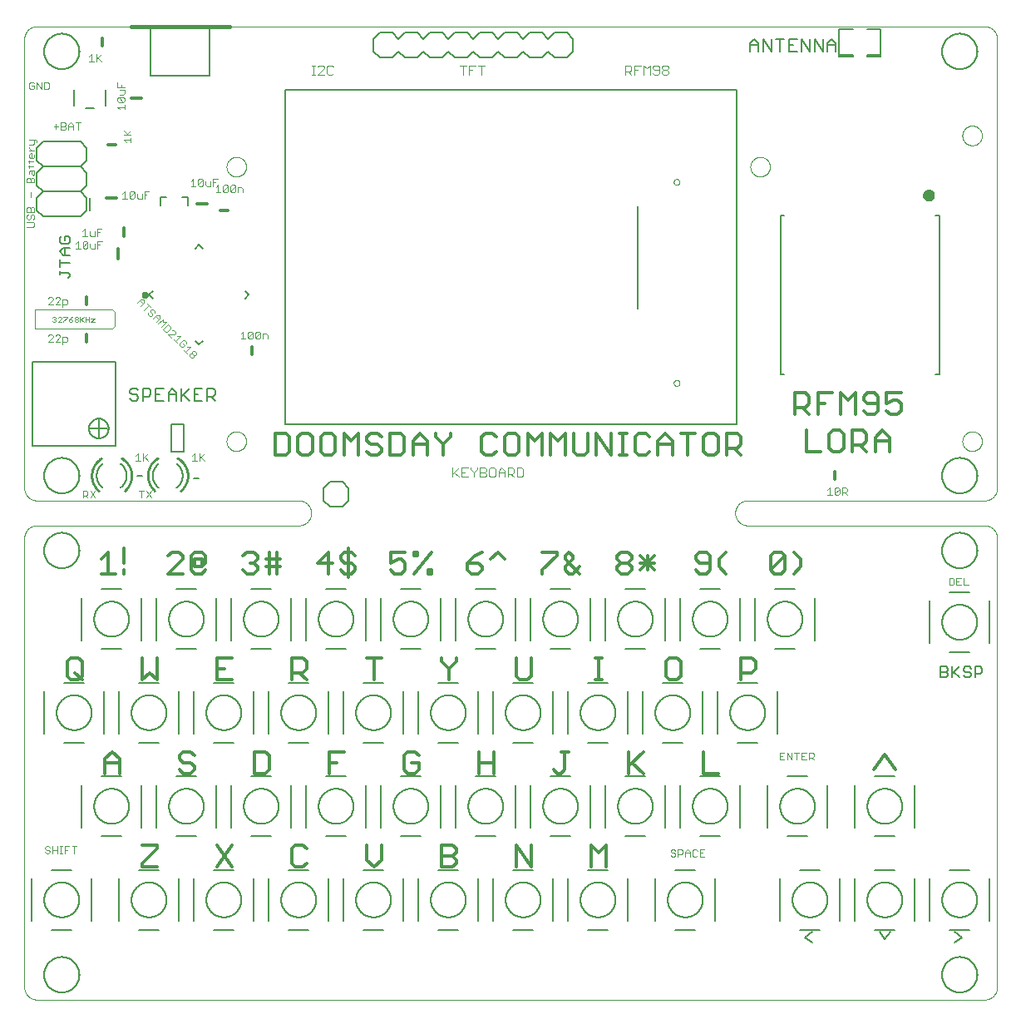
<source format=gto>
G75*
%MOIN*%
%OFA0B0*%
%FSLAX25Y25*%
%IPPOS*%
%LPD*%
%AMOC8*
5,1,8,0,0,1.08239X$1,22.5*
%
%ADD10C,0.00000*%
%ADD11C,0.00700*%
%ADD12C,0.01300*%
%ADD13C,0.00400*%
%ADD14C,0.00200*%
%ADD15C,0.00300*%
%ADD16C,0.00500*%
%ADD17C,0.01600*%
%ADD18C,0.00600*%
%ADD19C,0.01000*%
%ADD20C,0.00800*%
%ADD21C,0.01200*%
%ADD22C,0.02400*%
%ADD23C,0.00394*%
%ADD24C,0.00591*%
D10*
X0006400Y0003787D02*
X0386400Y0003787D01*
X0386540Y0003789D01*
X0386680Y0003795D01*
X0386820Y0003805D01*
X0386960Y0003818D01*
X0387099Y0003836D01*
X0387238Y0003858D01*
X0387375Y0003883D01*
X0387513Y0003912D01*
X0387649Y0003945D01*
X0387784Y0003982D01*
X0387918Y0004023D01*
X0388051Y0004068D01*
X0388183Y0004116D01*
X0388313Y0004168D01*
X0388442Y0004223D01*
X0388569Y0004282D01*
X0388695Y0004345D01*
X0388819Y0004411D01*
X0388940Y0004480D01*
X0389060Y0004553D01*
X0389178Y0004630D01*
X0389293Y0004709D01*
X0389407Y0004792D01*
X0389517Y0004878D01*
X0389626Y0004967D01*
X0389732Y0005059D01*
X0389835Y0005154D01*
X0389936Y0005251D01*
X0390033Y0005352D01*
X0390128Y0005455D01*
X0390220Y0005561D01*
X0390309Y0005670D01*
X0390395Y0005780D01*
X0390478Y0005894D01*
X0390557Y0006009D01*
X0390634Y0006127D01*
X0390707Y0006247D01*
X0390776Y0006368D01*
X0390842Y0006492D01*
X0390905Y0006618D01*
X0390964Y0006745D01*
X0391019Y0006874D01*
X0391071Y0007004D01*
X0391119Y0007136D01*
X0391164Y0007269D01*
X0391205Y0007403D01*
X0391242Y0007538D01*
X0391275Y0007674D01*
X0391304Y0007812D01*
X0391329Y0007949D01*
X0391351Y0008088D01*
X0391369Y0008227D01*
X0391382Y0008367D01*
X0391392Y0008507D01*
X0391398Y0008647D01*
X0391400Y0008787D01*
X0391400Y0188787D01*
X0391398Y0188927D01*
X0391392Y0189067D01*
X0391382Y0189207D01*
X0391369Y0189347D01*
X0391351Y0189486D01*
X0391329Y0189625D01*
X0391304Y0189762D01*
X0391275Y0189900D01*
X0391242Y0190036D01*
X0391205Y0190171D01*
X0391164Y0190305D01*
X0391119Y0190438D01*
X0391071Y0190570D01*
X0391019Y0190700D01*
X0390964Y0190829D01*
X0390905Y0190956D01*
X0390842Y0191082D01*
X0390776Y0191206D01*
X0390707Y0191327D01*
X0390634Y0191447D01*
X0390557Y0191565D01*
X0390478Y0191680D01*
X0390395Y0191794D01*
X0390309Y0191904D01*
X0390220Y0192013D01*
X0390128Y0192119D01*
X0390033Y0192222D01*
X0389936Y0192323D01*
X0389835Y0192420D01*
X0389732Y0192515D01*
X0389626Y0192607D01*
X0389517Y0192696D01*
X0389407Y0192782D01*
X0389293Y0192865D01*
X0389178Y0192944D01*
X0389060Y0193021D01*
X0388940Y0193094D01*
X0388819Y0193163D01*
X0388695Y0193229D01*
X0388569Y0193292D01*
X0388442Y0193351D01*
X0388313Y0193406D01*
X0388183Y0193458D01*
X0388051Y0193506D01*
X0387918Y0193551D01*
X0387784Y0193592D01*
X0387649Y0193629D01*
X0387513Y0193662D01*
X0387375Y0193691D01*
X0387238Y0193716D01*
X0387099Y0193738D01*
X0386960Y0193756D01*
X0386820Y0193769D01*
X0386680Y0193779D01*
X0386540Y0193785D01*
X0386400Y0193787D01*
X0291400Y0193787D01*
X0291260Y0193789D01*
X0291120Y0193795D01*
X0290980Y0193805D01*
X0290840Y0193818D01*
X0290701Y0193836D01*
X0290562Y0193858D01*
X0290425Y0193883D01*
X0290287Y0193912D01*
X0290151Y0193945D01*
X0290016Y0193982D01*
X0289882Y0194023D01*
X0289749Y0194068D01*
X0289617Y0194116D01*
X0289487Y0194168D01*
X0289358Y0194223D01*
X0289231Y0194282D01*
X0289105Y0194345D01*
X0288981Y0194411D01*
X0288860Y0194480D01*
X0288740Y0194553D01*
X0288622Y0194630D01*
X0288507Y0194709D01*
X0288393Y0194792D01*
X0288283Y0194878D01*
X0288174Y0194967D01*
X0288068Y0195059D01*
X0287965Y0195154D01*
X0287864Y0195251D01*
X0287767Y0195352D01*
X0287672Y0195455D01*
X0287580Y0195561D01*
X0287491Y0195670D01*
X0287405Y0195780D01*
X0287322Y0195894D01*
X0287243Y0196009D01*
X0287166Y0196127D01*
X0287093Y0196247D01*
X0287024Y0196368D01*
X0286958Y0196492D01*
X0286895Y0196618D01*
X0286836Y0196745D01*
X0286781Y0196874D01*
X0286729Y0197004D01*
X0286681Y0197136D01*
X0286636Y0197269D01*
X0286595Y0197403D01*
X0286558Y0197538D01*
X0286525Y0197674D01*
X0286496Y0197812D01*
X0286471Y0197949D01*
X0286449Y0198088D01*
X0286431Y0198227D01*
X0286418Y0198367D01*
X0286408Y0198507D01*
X0286402Y0198647D01*
X0286400Y0198787D01*
X0286402Y0198927D01*
X0286408Y0199067D01*
X0286418Y0199207D01*
X0286431Y0199347D01*
X0286449Y0199486D01*
X0286471Y0199625D01*
X0286496Y0199762D01*
X0286525Y0199900D01*
X0286558Y0200036D01*
X0286595Y0200171D01*
X0286636Y0200305D01*
X0286681Y0200438D01*
X0286729Y0200570D01*
X0286781Y0200700D01*
X0286836Y0200829D01*
X0286895Y0200956D01*
X0286958Y0201082D01*
X0287024Y0201206D01*
X0287093Y0201327D01*
X0287166Y0201447D01*
X0287243Y0201565D01*
X0287322Y0201680D01*
X0287405Y0201794D01*
X0287491Y0201904D01*
X0287580Y0202013D01*
X0287672Y0202119D01*
X0287767Y0202222D01*
X0287864Y0202323D01*
X0287965Y0202420D01*
X0288068Y0202515D01*
X0288174Y0202607D01*
X0288283Y0202696D01*
X0288393Y0202782D01*
X0288507Y0202865D01*
X0288622Y0202944D01*
X0288740Y0203021D01*
X0288860Y0203094D01*
X0288981Y0203163D01*
X0289105Y0203229D01*
X0289231Y0203292D01*
X0289358Y0203351D01*
X0289487Y0203406D01*
X0289617Y0203458D01*
X0289749Y0203506D01*
X0289882Y0203551D01*
X0290016Y0203592D01*
X0290151Y0203629D01*
X0290287Y0203662D01*
X0290425Y0203691D01*
X0290562Y0203716D01*
X0290701Y0203738D01*
X0290840Y0203756D01*
X0290980Y0203769D01*
X0291120Y0203779D01*
X0291260Y0203785D01*
X0291400Y0203787D01*
X0386400Y0203787D01*
X0386540Y0203789D01*
X0386680Y0203795D01*
X0386820Y0203805D01*
X0386960Y0203818D01*
X0387099Y0203836D01*
X0387238Y0203858D01*
X0387375Y0203883D01*
X0387513Y0203912D01*
X0387649Y0203945D01*
X0387784Y0203982D01*
X0387918Y0204023D01*
X0388051Y0204068D01*
X0388183Y0204116D01*
X0388313Y0204168D01*
X0388442Y0204223D01*
X0388569Y0204282D01*
X0388695Y0204345D01*
X0388819Y0204411D01*
X0388940Y0204480D01*
X0389060Y0204553D01*
X0389178Y0204630D01*
X0389293Y0204709D01*
X0389407Y0204792D01*
X0389517Y0204878D01*
X0389626Y0204967D01*
X0389732Y0205059D01*
X0389835Y0205154D01*
X0389936Y0205251D01*
X0390033Y0205352D01*
X0390128Y0205455D01*
X0390220Y0205561D01*
X0390309Y0205670D01*
X0390395Y0205780D01*
X0390478Y0205894D01*
X0390557Y0206009D01*
X0390634Y0206127D01*
X0390707Y0206247D01*
X0390776Y0206368D01*
X0390842Y0206492D01*
X0390905Y0206618D01*
X0390964Y0206745D01*
X0391019Y0206874D01*
X0391071Y0207004D01*
X0391119Y0207136D01*
X0391164Y0207269D01*
X0391205Y0207403D01*
X0391242Y0207538D01*
X0391275Y0207674D01*
X0391304Y0207812D01*
X0391329Y0207949D01*
X0391351Y0208088D01*
X0391369Y0208227D01*
X0391382Y0208367D01*
X0391392Y0208507D01*
X0391398Y0208647D01*
X0391400Y0208787D01*
X0391400Y0388787D01*
X0391398Y0388927D01*
X0391392Y0389067D01*
X0391382Y0389207D01*
X0391369Y0389347D01*
X0391351Y0389486D01*
X0391329Y0389625D01*
X0391304Y0389762D01*
X0391275Y0389900D01*
X0391242Y0390036D01*
X0391205Y0390171D01*
X0391164Y0390305D01*
X0391119Y0390438D01*
X0391071Y0390570D01*
X0391019Y0390700D01*
X0390964Y0390829D01*
X0390905Y0390956D01*
X0390842Y0391082D01*
X0390776Y0391206D01*
X0390707Y0391327D01*
X0390634Y0391447D01*
X0390557Y0391565D01*
X0390478Y0391680D01*
X0390395Y0391794D01*
X0390309Y0391904D01*
X0390220Y0392013D01*
X0390128Y0392119D01*
X0390033Y0392222D01*
X0389936Y0392323D01*
X0389835Y0392420D01*
X0389732Y0392515D01*
X0389626Y0392607D01*
X0389517Y0392696D01*
X0389407Y0392782D01*
X0389293Y0392865D01*
X0389178Y0392944D01*
X0389060Y0393021D01*
X0388940Y0393094D01*
X0388819Y0393163D01*
X0388695Y0393229D01*
X0388569Y0393292D01*
X0388442Y0393351D01*
X0388313Y0393406D01*
X0388183Y0393458D01*
X0388051Y0393506D01*
X0387918Y0393551D01*
X0387784Y0393592D01*
X0387649Y0393629D01*
X0387513Y0393662D01*
X0387375Y0393691D01*
X0387238Y0393716D01*
X0387099Y0393738D01*
X0386960Y0393756D01*
X0386820Y0393769D01*
X0386680Y0393779D01*
X0386540Y0393785D01*
X0386400Y0393787D01*
X0006400Y0393787D01*
X0006260Y0393785D01*
X0006120Y0393779D01*
X0005980Y0393769D01*
X0005840Y0393756D01*
X0005701Y0393738D01*
X0005562Y0393716D01*
X0005425Y0393691D01*
X0005287Y0393662D01*
X0005151Y0393629D01*
X0005016Y0393592D01*
X0004882Y0393551D01*
X0004749Y0393506D01*
X0004617Y0393458D01*
X0004487Y0393406D01*
X0004358Y0393351D01*
X0004231Y0393292D01*
X0004105Y0393229D01*
X0003981Y0393163D01*
X0003860Y0393094D01*
X0003740Y0393021D01*
X0003622Y0392944D01*
X0003507Y0392865D01*
X0003393Y0392782D01*
X0003283Y0392696D01*
X0003174Y0392607D01*
X0003068Y0392515D01*
X0002965Y0392420D01*
X0002864Y0392323D01*
X0002767Y0392222D01*
X0002672Y0392119D01*
X0002580Y0392013D01*
X0002491Y0391904D01*
X0002405Y0391794D01*
X0002322Y0391680D01*
X0002243Y0391565D01*
X0002166Y0391447D01*
X0002093Y0391327D01*
X0002024Y0391206D01*
X0001958Y0391082D01*
X0001895Y0390956D01*
X0001836Y0390829D01*
X0001781Y0390700D01*
X0001729Y0390570D01*
X0001681Y0390438D01*
X0001636Y0390305D01*
X0001595Y0390171D01*
X0001558Y0390036D01*
X0001525Y0389900D01*
X0001496Y0389762D01*
X0001471Y0389625D01*
X0001449Y0389486D01*
X0001431Y0389347D01*
X0001418Y0389207D01*
X0001408Y0389067D01*
X0001402Y0388927D01*
X0001400Y0388787D01*
X0001400Y0208787D01*
X0001402Y0208647D01*
X0001408Y0208507D01*
X0001418Y0208367D01*
X0001431Y0208227D01*
X0001449Y0208088D01*
X0001471Y0207949D01*
X0001496Y0207812D01*
X0001525Y0207674D01*
X0001558Y0207538D01*
X0001595Y0207403D01*
X0001636Y0207269D01*
X0001681Y0207136D01*
X0001729Y0207004D01*
X0001781Y0206874D01*
X0001836Y0206745D01*
X0001895Y0206618D01*
X0001958Y0206492D01*
X0002024Y0206368D01*
X0002093Y0206247D01*
X0002166Y0206127D01*
X0002243Y0206009D01*
X0002322Y0205894D01*
X0002405Y0205780D01*
X0002491Y0205670D01*
X0002580Y0205561D01*
X0002672Y0205455D01*
X0002767Y0205352D01*
X0002864Y0205251D01*
X0002965Y0205154D01*
X0003068Y0205059D01*
X0003174Y0204967D01*
X0003283Y0204878D01*
X0003393Y0204792D01*
X0003507Y0204709D01*
X0003622Y0204630D01*
X0003740Y0204553D01*
X0003860Y0204480D01*
X0003981Y0204411D01*
X0004105Y0204345D01*
X0004231Y0204282D01*
X0004358Y0204223D01*
X0004487Y0204168D01*
X0004617Y0204116D01*
X0004749Y0204068D01*
X0004882Y0204023D01*
X0005016Y0203982D01*
X0005151Y0203945D01*
X0005287Y0203912D01*
X0005425Y0203883D01*
X0005562Y0203858D01*
X0005701Y0203836D01*
X0005840Y0203818D01*
X0005980Y0203805D01*
X0006120Y0203795D01*
X0006260Y0203789D01*
X0006400Y0203787D01*
X0111400Y0203787D01*
X0111540Y0203785D01*
X0111680Y0203779D01*
X0111820Y0203769D01*
X0111960Y0203756D01*
X0112099Y0203738D01*
X0112238Y0203716D01*
X0112375Y0203691D01*
X0112513Y0203662D01*
X0112649Y0203629D01*
X0112784Y0203592D01*
X0112918Y0203551D01*
X0113051Y0203506D01*
X0113183Y0203458D01*
X0113313Y0203406D01*
X0113442Y0203351D01*
X0113569Y0203292D01*
X0113695Y0203229D01*
X0113819Y0203163D01*
X0113940Y0203094D01*
X0114060Y0203021D01*
X0114178Y0202944D01*
X0114293Y0202865D01*
X0114407Y0202782D01*
X0114517Y0202696D01*
X0114626Y0202607D01*
X0114732Y0202515D01*
X0114835Y0202420D01*
X0114936Y0202323D01*
X0115033Y0202222D01*
X0115128Y0202119D01*
X0115220Y0202013D01*
X0115309Y0201904D01*
X0115395Y0201794D01*
X0115478Y0201680D01*
X0115557Y0201565D01*
X0115634Y0201447D01*
X0115707Y0201327D01*
X0115776Y0201206D01*
X0115842Y0201082D01*
X0115905Y0200956D01*
X0115964Y0200829D01*
X0116019Y0200700D01*
X0116071Y0200570D01*
X0116119Y0200438D01*
X0116164Y0200305D01*
X0116205Y0200171D01*
X0116242Y0200036D01*
X0116275Y0199900D01*
X0116304Y0199762D01*
X0116329Y0199625D01*
X0116351Y0199486D01*
X0116369Y0199347D01*
X0116382Y0199207D01*
X0116392Y0199067D01*
X0116398Y0198927D01*
X0116400Y0198787D01*
X0116398Y0198647D01*
X0116392Y0198507D01*
X0116382Y0198367D01*
X0116369Y0198227D01*
X0116351Y0198088D01*
X0116329Y0197949D01*
X0116304Y0197812D01*
X0116275Y0197674D01*
X0116242Y0197538D01*
X0116205Y0197403D01*
X0116164Y0197269D01*
X0116119Y0197136D01*
X0116071Y0197004D01*
X0116019Y0196874D01*
X0115964Y0196745D01*
X0115905Y0196618D01*
X0115842Y0196492D01*
X0115776Y0196368D01*
X0115707Y0196247D01*
X0115634Y0196127D01*
X0115557Y0196009D01*
X0115478Y0195894D01*
X0115395Y0195780D01*
X0115309Y0195670D01*
X0115220Y0195561D01*
X0115128Y0195455D01*
X0115033Y0195352D01*
X0114936Y0195251D01*
X0114835Y0195154D01*
X0114732Y0195059D01*
X0114626Y0194967D01*
X0114517Y0194878D01*
X0114407Y0194792D01*
X0114293Y0194709D01*
X0114178Y0194630D01*
X0114060Y0194553D01*
X0113940Y0194480D01*
X0113819Y0194411D01*
X0113695Y0194345D01*
X0113569Y0194282D01*
X0113442Y0194223D01*
X0113313Y0194168D01*
X0113183Y0194116D01*
X0113051Y0194068D01*
X0112918Y0194023D01*
X0112784Y0193982D01*
X0112649Y0193945D01*
X0112513Y0193912D01*
X0112375Y0193883D01*
X0112238Y0193858D01*
X0112099Y0193836D01*
X0111960Y0193818D01*
X0111820Y0193805D01*
X0111680Y0193795D01*
X0111540Y0193789D01*
X0111400Y0193787D01*
X0006400Y0193787D01*
X0006260Y0193785D01*
X0006120Y0193779D01*
X0005980Y0193769D01*
X0005840Y0193756D01*
X0005701Y0193738D01*
X0005562Y0193716D01*
X0005425Y0193691D01*
X0005287Y0193662D01*
X0005151Y0193629D01*
X0005016Y0193592D01*
X0004882Y0193551D01*
X0004749Y0193506D01*
X0004617Y0193458D01*
X0004487Y0193406D01*
X0004358Y0193351D01*
X0004231Y0193292D01*
X0004105Y0193229D01*
X0003981Y0193163D01*
X0003860Y0193094D01*
X0003740Y0193021D01*
X0003622Y0192944D01*
X0003507Y0192865D01*
X0003393Y0192782D01*
X0003283Y0192696D01*
X0003174Y0192607D01*
X0003068Y0192515D01*
X0002965Y0192420D01*
X0002864Y0192323D01*
X0002767Y0192222D01*
X0002672Y0192119D01*
X0002580Y0192013D01*
X0002491Y0191904D01*
X0002405Y0191794D01*
X0002322Y0191680D01*
X0002243Y0191565D01*
X0002166Y0191447D01*
X0002093Y0191327D01*
X0002024Y0191206D01*
X0001958Y0191082D01*
X0001895Y0190956D01*
X0001836Y0190829D01*
X0001781Y0190700D01*
X0001729Y0190570D01*
X0001681Y0190438D01*
X0001636Y0190305D01*
X0001595Y0190171D01*
X0001558Y0190036D01*
X0001525Y0189900D01*
X0001496Y0189762D01*
X0001471Y0189625D01*
X0001449Y0189486D01*
X0001431Y0189347D01*
X0001418Y0189207D01*
X0001408Y0189067D01*
X0001402Y0188927D01*
X0001400Y0188787D01*
X0001400Y0008787D01*
X0001402Y0008647D01*
X0001408Y0008507D01*
X0001418Y0008367D01*
X0001431Y0008227D01*
X0001449Y0008088D01*
X0001471Y0007949D01*
X0001496Y0007812D01*
X0001525Y0007674D01*
X0001558Y0007538D01*
X0001595Y0007403D01*
X0001636Y0007269D01*
X0001681Y0007136D01*
X0001729Y0007004D01*
X0001781Y0006874D01*
X0001836Y0006745D01*
X0001895Y0006618D01*
X0001958Y0006492D01*
X0002024Y0006368D01*
X0002093Y0006247D01*
X0002166Y0006127D01*
X0002243Y0006009D01*
X0002322Y0005894D01*
X0002405Y0005780D01*
X0002491Y0005670D01*
X0002580Y0005561D01*
X0002672Y0005455D01*
X0002767Y0005352D01*
X0002864Y0005251D01*
X0002965Y0005154D01*
X0003068Y0005059D01*
X0003174Y0004967D01*
X0003283Y0004878D01*
X0003393Y0004792D01*
X0003507Y0004709D01*
X0003622Y0004630D01*
X0003740Y0004553D01*
X0003860Y0004480D01*
X0003981Y0004411D01*
X0004105Y0004345D01*
X0004231Y0004282D01*
X0004358Y0004223D01*
X0004487Y0004168D01*
X0004617Y0004116D01*
X0004749Y0004068D01*
X0004882Y0004023D01*
X0005016Y0003982D01*
X0005151Y0003945D01*
X0005287Y0003912D01*
X0005425Y0003883D01*
X0005562Y0003858D01*
X0005701Y0003836D01*
X0005840Y0003818D01*
X0005980Y0003805D01*
X0006120Y0003795D01*
X0006260Y0003789D01*
X0006400Y0003787D01*
X0082463Y0227537D02*
X0082465Y0227662D01*
X0082471Y0227787D01*
X0082481Y0227911D01*
X0082495Y0228035D01*
X0082512Y0228159D01*
X0082534Y0228282D01*
X0082560Y0228404D01*
X0082589Y0228526D01*
X0082622Y0228646D01*
X0082660Y0228765D01*
X0082700Y0228884D01*
X0082745Y0229000D01*
X0082793Y0229115D01*
X0082845Y0229229D01*
X0082901Y0229341D01*
X0082960Y0229451D01*
X0083022Y0229559D01*
X0083088Y0229666D01*
X0083157Y0229770D01*
X0083230Y0229871D01*
X0083305Y0229971D01*
X0083384Y0230068D01*
X0083466Y0230162D01*
X0083551Y0230254D01*
X0083638Y0230343D01*
X0083729Y0230429D01*
X0083822Y0230512D01*
X0083918Y0230593D01*
X0084016Y0230670D01*
X0084116Y0230744D01*
X0084219Y0230815D01*
X0084324Y0230882D01*
X0084432Y0230947D01*
X0084541Y0231007D01*
X0084652Y0231065D01*
X0084765Y0231118D01*
X0084879Y0231168D01*
X0084995Y0231215D01*
X0085112Y0231257D01*
X0085231Y0231296D01*
X0085351Y0231332D01*
X0085472Y0231363D01*
X0085594Y0231391D01*
X0085716Y0231414D01*
X0085840Y0231434D01*
X0085964Y0231450D01*
X0086088Y0231462D01*
X0086213Y0231470D01*
X0086338Y0231474D01*
X0086462Y0231474D01*
X0086587Y0231470D01*
X0086712Y0231462D01*
X0086836Y0231450D01*
X0086960Y0231434D01*
X0087084Y0231414D01*
X0087206Y0231391D01*
X0087328Y0231363D01*
X0087449Y0231332D01*
X0087569Y0231296D01*
X0087688Y0231257D01*
X0087805Y0231215D01*
X0087921Y0231168D01*
X0088035Y0231118D01*
X0088148Y0231065D01*
X0088259Y0231007D01*
X0088369Y0230947D01*
X0088476Y0230882D01*
X0088581Y0230815D01*
X0088684Y0230744D01*
X0088784Y0230670D01*
X0088882Y0230593D01*
X0088978Y0230512D01*
X0089071Y0230429D01*
X0089162Y0230343D01*
X0089249Y0230254D01*
X0089334Y0230162D01*
X0089416Y0230068D01*
X0089495Y0229971D01*
X0089570Y0229871D01*
X0089643Y0229770D01*
X0089712Y0229666D01*
X0089778Y0229559D01*
X0089840Y0229451D01*
X0089899Y0229341D01*
X0089955Y0229229D01*
X0090007Y0229115D01*
X0090055Y0229000D01*
X0090100Y0228884D01*
X0090140Y0228765D01*
X0090178Y0228646D01*
X0090211Y0228526D01*
X0090240Y0228404D01*
X0090266Y0228282D01*
X0090288Y0228159D01*
X0090305Y0228035D01*
X0090319Y0227911D01*
X0090329Y0227787D01*
X0090335Y0227662D01*
X0090337Y0227537D01*
X0090335Y0227412D01*
X0090329Y0227287D01*
X0090319Y0227163D01*
X0090305Y0227039D01*
X0090288Y0226915D01*
X0090266Y0226792D01*
X0090240Y0226670D01*
X0090211Y0226548D01*
X0090178Y0226428D01*
X0090140Y0226309D01*
X0090100Y0226190D01*
X0090055Y0226074D01*
X0090007Y0225959D01*
X0089955Y0225845D01*
X0089899Y0225733D01*
X0089840Y0225623D01*
X0089778Y0225515D01*
X0089712Y0225408D01*
X0089643Y0225304D01*
X0089570Y0225203D01*
X0089495Y0225103D01*
X0089416Y0225006D01*
X0089334Y0224912D01*
X0089249Y0224820D01*
X0089162Y0224731D01*
X0089071Y0224645D01*
X0088978Y0224562D01*
X0088882Y0224481D01*
X0088784Y0224404D01*
X0088684Y0224330D01*
X0088581Y0224259D01*
X0088476Y0224192D01*
X0088368Y0224127D01*
X0088259Y0224067D01*
X0088148Y0224009D01*
X0088035Y0223956D01*
X0087921Y0223906D01*
X0087805Y0223859D01*
X0087688Y0223817D01*
X0087569Y0223778D01*
X0087449Y0223742D01*
X0087328Y0223711D01*
X0087206Y0223683D01*
X0087084Y0223660D01*
X0086960Y0223640D01*
X0086836Y0223624D01*
X0086712Y0223612D01*
X0086587Y0223604D01*
X0086462Y0223600D01*
X0086338Y0223600D01*
X0086213Y0223604D01*
X0086088Y0223612D01*
X0085964Y0223624D01*
X0085840Y0223640D01*
X0085716Y0223660D01*
X0085594Y0223683D01*
X0085472Y0223711D01*
X0085351Y0223742D01*
X0085231Y0223778D01*
X0085112Y0223817D01*
X0084995Y0223859D01*
X0084879Y0223906D01*
X0084765Y0223956D01*
X0084652Y0224009D01*
X0084541Y0224067D01*
X0084431Y0224127D01*
X0084324Y0224192D01*
X0084219Y0224259D01*
X0084116Y0224330D01*
X0084016Y0224404D01*
X0083918Y0224481D01*
X0083822Y0224562D01*
X0083729Y0224645D01*
X0083638Y0224731D01*
X0083551Y0224820D01*
X0083466Y0224912D01*
X0083384Y0225006D01*
X0083305Y0225103D01*
X0083230Y0225203D01*
X0083157Y0225304D01*
X0083088Y0225408D01*
X0083022Y0225515D01*
X0082960Y0225623D01*
X0082901Y0225733D01*
X0082845Y0225845D01*
X0082793Y0225959D01*
X0082745Y0226074D01*
X0082700Y0226190D01*
X0082660Y0226309D01*
X0082622Y0226428D01*
X0082589Y0226548D01*
X0082560Y0226670D01*
X0082534Y0226792D01*
X0082512Y0226915D01*
X0082495Y0227039D01*
X0082481Y0227163D01*
X0082471Y0227287D01*
X0082465Y0227412D01*
X0082463Y0227537D01*
X0082463Y0337537D02*
X0082465Y0337662D01*
X0082471Y0337787D01*
X0082481Y0337911D01*
X0082495Y0338035D01*
X0082512Y0338159D01*
X0082534Y0338282D01*
X0082560Y0338404D01*
X0082589Y0338526D01*
X0082622Y0338646D01*
X0082660Y0338765D01*
X0082700Y0338884D01*
X0082745Y0339000D01*
X0082793Y0339115D01*
X0082845Y0339229D01*
X0082901Y0339341D01*
X0082960Y0339451D01*
X0083022Y0339559D01*
X0083088Y0339666D01*
X0083157Y0339770D01*
X0083230Y0339871D01*
X0083305Y0339971D01*
X0083384Y0340068D01*
X0083466Y0340162D01*
X0083551Y0340254D01*
X0083638Y0340343D01*
X0083729Y0340429D01*
X0083822Y0340512D01*
X0083918Y0340593D01*
X0084016Y0340670D01*
X0084116Y0340744D01*
X0084219Y0340815D01*
X0084324Y0340882D01*
X0084432Y0340947D01*
X0084541Y0341007D01*
X0084652Y0341065D01*
X0084765Y0341118D01*
X0084879Y0341168D01*
X0084995Y0341215D01*
X0085112Y0341257D01*
X0085231Y0341296D01*
X0085351Y0341332D01*
X0085472Y0341363D01*
X0085594Y0341391D01*
X0085716Y0341414D01*
X0085840Y0341434D01*
X0085964Y0341450D01*
X0086088Y0341462D01*
X0086213Y0341470D01*
X0086338Y0341474D01*
X0086462Y0341474D01*
X0086587Y0341470D01*
X0086712Y0341462D01*
X0086836Y0341450D01*
X0086960Y0341434D01*
X0087084Y0341414D01*
X0087206Y0341391D01*
X0087328Y0341363D01*
X0087449Y0341332D01*
X0087569Y0341296D01*
X0087688Y0341257D01*
X0087805Y0341215D01*
X0087921Y0341168D01*
X0088035Y0341118D01*
X0088148Y0341065D01*
X0088259Y0341007D01*
X0088369Y0340947D01*
X0088476Y0340882D01*
X0088581Y0340815D01*
X0088684Y0340744D01*
X0088784Y0340670D01*
X0088882Y0340593D01*
X0088978Y0340512D01*
X0089071Y0340429D01*
X0089162Y0340343D01*
X0089249Y0340254D01*
X0089334Y0340162D01*
X0089416Y0340068D01*
X0089495Y0339971D01*
X0089570Y0339871D01*
X0089643Y0339770D01*
X0089712Y0339666D01*
X0089778Y0339559D01*
X0089840Y0339451D01*
X0089899Y0339341D01*
X0089955Y0339229D01*
X0090007Y0339115D01*
X0090055Y0339000D01*
X0090100Y0338884D01*
X0090140Y0338765D01*
X0090178Y0338646D01*
X0090211Y0338526D01*
X0090240Y0338404D01*
X0090266Y0338282D01*
X0090288Y0338159D01*
X0090305Y0338035D01*
X0090319Y0337911D01*
X0090329Y0337787D01*
X0090335Y0337662D01*
X0090337Y0337537D01*
X0090335Y0337412D01*
X0090329Y0337287D01*
X0090319Y0337163D01*
X0090305Y0337039D01*
X0090288Y0336915D01*
X0090266Y0336792D01*
X0090240Y0336670D01*
X0090211Y0336548D01*
X0090178Y0336428D01*
X0090140Y0336309D01*
X0090100Y0336190D01*
X0090055Y0336074D01*
X0090007Y0335959D01*
X0089955Y0335845D01*
X0089899Y0335733D01*
X0089840Y0335623D01*
X0089778Y0335515D01*
X0089712Y0335408D01*
X0089643Y0335304D01*
X0089570Y0335203D01*
X0089495Y0335103D01*
X0089416Y0335006D01*
X0089334Y0334912D01*
X0089249Y0334820D01*
X0089162Y0334731D01*
X0089071Y0334645D01*
X0088978Y0334562D01*
X0088882Y0334481D01*
X0088784Y0334404D01*
X0088684Y0334330D01*
X0088581Y0334259D01*
X0088476Y0334192D01*
X0088368Y0334127D01*
X0088259Y0334067D01*
X0088148Y0334009D01*
X0088035Y0333956D01*
X0087921Y0333906D01*
X0087805Y0333859D01*
X0087688Y0333817D01*
X0087569Y0333778D01*
X0087449Y0333742D01*
X0087328Y0333711D01*
X0087206Y0333683D01*
X0087084Y0333660D01*
X0086960Y0333640D01*
X0086836Y0333624D01*
X0086712Y0333612D01*
X0086587Y0333604D01*
X0086462Y0333600D01*
X0086338Y0333600D01*
X0086213Y0333604D01*
X0086088Y0333612D01*
X0085964Y0333624D01*
X0085840Y0333640D01*
X0085716Y0333660D01*
X0085594Y0333683D01*
X0085472Y0333711D01*
X0085351Y0333742D01*
X0085231Y0333778D01*
X0085112Y0333817D01*
X0084995Y0333859D01*
X0084879Y0333906D01*
X0084765Y0333956D01*
X0084652Y0334009D01*
X0084541Y0334067D01*
X0084431Y0334127D01*
X0084324Y0334192D01*
X0084219Y0334259D01*
X0084116Y0334330D01*
X0084016Y0334404D01*
X0083918Y0334481D01*
X0083822Y0334562D01*
X0083729Y0334645D01*
X0083638Y0334731D01*
X0083551Y0334820D01*
X0083466Y0334912D01*
X0083384Y0335006D01*
X0083305Y0335103D01*
X0083230Y0335203D01*
X0083157Y0335304D01*
X0083088Y0335408D01*
X0083022Y0335515D01*
X0082960Y0335623D01*
X0082901Y0335733D01*
X0082845Y0335845D01*
X0082793Y0335959D01*
X0082745Y0336074D01*
X0082700Y0336190D01*
X0082660Y0336309D01*
X0082622Y0336428D01*
X0082589Y0336548D01*
X0082560Y0336670D01*
X0082534Y0336792D01*
X0082512Y0336915D01*
X0082495Y0337039D01*
X0082481Y0337163D01*
X0082471Y0337287D01*
X0082465Y0337412D01*
X0082463Y0337537D01*
X0261754Y0331406D02*
X0261756Y0331475D01*
X0261762Y0331543D01*
X0261772Y0331611D01*
X0261786Y0331678D01*
X0261804Y0331745D01*
X0261825Y0331810D01*
X0261851Y0331874D01*
X0261880Y0331936D01*
X0261912Y0331996D01*
X0261948Y0332055D01*
X0261988Y0332111D01*
X0262030Y0332165D01*
X0262076Y0332216D01*
X0262125Y0332265D01*
X0262176Y0332311D01*
X0262230Y0332353D01*
X0262286Y0332393D01*
X0262344Y0332429D01*
X0262405Y0332461D01*
X0262467Y0332490D01*
X0262531Y0332516D01*
X0262596Y0332537D01*
X0262663Y0332555D01*
X0262730Y0332569D01*
X0262798Y0332579D01*
X0262866Y0332585D01*
X0262935Y0332587D01*
X0263004Y0332585D01*
X0263072Y0332579D01*
X0263140Y0332569D01*
X0263207Y0332555D01*
X0263274Y0332537D01*
X0263339Y0332516D01*
X0263403Y0332490D01*
X0263465Y0332461D01*
X0263525Y0332429D01*
X0263584Y0332393D01*
X0263640Y0332353D01*
X0263694Y0332311D01*
X0263745Y0332265D01*
X0263794Y0332216D01*
X0263840Y0332165D01*
X0263882Y0332111D01*
X0263922Y0332055D01*
X0263958Y0331996D01*
X0263990Y0331936D01*
X0264019Y0331874D01*
X0264045Y0331810D01*
X0264066Y0331745D01*
X0264084Y0331678D01*
X0264098Y0331611D01*
X0264108Y0331543D01*
X0264114Y0331475D01*
X0264116Y0331406D01*
X0264114Y0331337D01*
X0264108Y0331269D01*
X0264098Y0331201D01*
X0264084Y0331134D01*
X0264066Y0331067D01*
X0264045Y0331002D01*
X0264019Y0330938D01*
X0263990Y0330876D01*
X0263958Y0330815D01*
X0263922Y0330757D01*
X0263882Y0330701D01*
X0263840Y0330647D01*
X0263794Y0330596D01*
X0263745Y0330547D01*
X0263694Y0330501D01*
X0263640Y0330459D01*
X0263584Y0330419D01*
X0263526Y0330383D01*
X0263465Y0330351D01*
X0263403Y0330322D01*
X0263339Y0330296D01*
X0263274Y0330275D01*
X0263207Y0330257D01*
X0263140Y0330243D01*
X0263072Y0330233D01*
X0263004Y0330227D01*
X0262935Y0330225D01*
X0262866Y0330227D01*
X0262798Y0330233D01*
X0262730Y0330243D01*
X0262663Y0330257D01*
X0262596Y0330275D01*
X0262531Y0330296D01*
X0262467Y0330322D01*
X0262405Y0330351D01*
X0262344Y0330383D01*
X0262286Y0330419D01*
X0262230Y0330459D01*
X0262176Y0330501D01*
X0262125Y0330547D01*
X0262076Y0330596D01*
X0262030Y0330647D01*
X0261988Y0330701D01*
X0261948Y0330757D01*
X0261912Y0330815D01*
X0261880Y0330876D01*
X0261851Y0330938D01*
X0261825Y0331002D01*
X0261804Y0331067D01*
X0261786Y0331134D01*
X0261772Y0331201D01*
X0261762Y0331269D01*
X0261756Y0331337D01*
X0261754Y0331406D01*
X0292463Y0337537D02*
X0292465Y0337662D01*
X0292471Y0337787D01*
X0292481Y0337911D01*
X0292495Y0338035D01*
X0292512Y0338159D01*
X0292534Y0338282D01*
X0292560Y0338404D01*
X0292589Y0338526D01*
X0292622Y0338646D01*
X0292660Y0338765D01*
X0292700Y0338884D01*
X0292745Y0339000D01*
X0292793Y0339115D01*
X0292845Y0339229D01*
X0292901Y0339341D01*
X0292960Y0339451D01*
X0293022Y0339559D01*
X0293088Y0339666D01*
X0293157Y0339770D01*
X0293230Y0339871D01*
X0293305Y0339971D01*
X0293384Y0340068D01*
X0293466Y0340162D01*
X0293551Y0340254D01*
X0293638Y0340343D01*
X0293729Y0340429D01*
X0293822Y0340512D01*
X0293918Y0340593D01*
X0294016Y0340670D01*
X0294116Y0340744D01*
X0294219Y0340815D01*
X0294324Y0340882D01*
X0294432Y0340947D01*
X0294541Y0341007D01*
X0294652Y0341065D01*
X0294765Y0341118D01*
X0294879Y0341168D01*
X0294995Y0341215D01*
X0295112Y0341257D01*
X0295231Y0341296D01*
X0295351Y0341332D01*
X0295472Y0341363D01*
X0295594Y0341391D01*
X0295716Y0341414D01*
X0295840Y0341434D01*
X0295964Y0341450D01*
X0296088Y0341462D01*
X0296213Y0341470D01*
X0296338Y0341474D01*
X0296462Y0341474D01*
X0296587Y0341470D01*
X0296712Y0341462D01*
X0296836Y0341450D01*
X0296960Y0341434D01*
X0297084Y0341414D01*
X0297206Y0341391D01*
X0297328Y0341363D01*
X0297449Y0341332D01*
X0297569Y0341296D01*
X0297688Y0341257D01*
X0297805Y0341215D01*
X0297921Y0341168D01*
X0298035Y0341118D01*
X0298148Y0341065D01*
X0298259Y0341007D01*
X0298369Y0340947D01*
X0298476Y0340882D01*
X0298581Y0340815D01*
X0298684Y0340744D01*
X0298784Y0340670D01*
X0298882Y0340593D01*
X0298978Y0340512D01*
X0299071Y0340429D01*
X0299162Y0340343D01*
X0299249Y0340254D01*
X0299334Y0340162D01*
X0299416Y0340068D01*
X0299495Y0339971D01*
X0299570Y0339871D01*
X0299643Y0339770D01*
X0299712Y0339666D01*
X0299778Y0339559D01*
X0299840Y0339451D01*
X0299899Y0339341D01*
X0299955Y0339229D01*
X0300007Y0339115D01*
X0300055Y0339000D01*
X0300100Y0338884D01*
X0300140Y0338765D01*
X0300178Y0338646D01*
X0300211Y0338526D01*
X0300240Y0338404D01*
X0300266Y0338282D01*
X0300288Y0338159D01*
X0300305Y0338035D01*
X0300319Y0337911D01*
X0300329Y0337787D01*
X0300335Y0337662D01*
X0300337Y0337537D01*
X0300335Y0337412D01*
X0300329Y0337287D01*
X0300319Y0337163D01*
X0300305Y0337039D01*
X0300288Y0336915D01*
X0300266Y0336792D01*
X0300240Y0336670D01*
X0300211Y0336548D01*
X0300178Y0336428D01*
X0300140Y0336309D01*
X0300100Y0336190D01*
X0300055Y0336074D01*
X0300007Y0335959D01*
X0299955Y0335845D01*
X0299899Y0335733D01*
X0299840Y0335623D01*
X0299778Y0335515D01*
X0299712Y0335408D01*
X0299643Y0335304D01*
X0299570Y0335203D01*
X0299495Y0335103D01*
X0299416Y0335006D01*
X0299334Y0334912D01*
X0299249Y0334820D01*
X0299162Y0334731D01*
X0299071Y0334645D01*
X0298978Y0334562D01*
X0298882Y0334481D01*
X0298784Y0334404D01*
X0298684Y0334330D01*
X0298581Y0334259D01*
X0298476Y0334192D01*
X0298368Y0334127D01*
X0298259Y0334067D01*
X0298148Y0334009D01*
X0298035Y0333956D01*
X0297921Y0333906D01*
X0297805Y0333859D01*
X0297688Y0333817D01*
X0297569Y0333778D01*
X0297449Y0333742D01*
X0297328Y0333711D01*
X0297206Y0333683D01*
X0297084Y0333660D01*
X0296960Y0333640D01*
X0296836Y0333624D01*
X0296712Y0333612D01*
X0296587Y0333604D01*
X0296462Y0333600D01*
X0296338Y0333600D01*
X0296213Y0333604D01*
X0296088Y0333612D01*
X0295964Y0333624D01*
X0295840Y0333640D01*
X0295716Y0333660D01*
X0295594Y0333683D01*
X0295472Y0333711D01*
X0295351Y0333742D01*
X0295231Y0333778D01*
X0295112Y0333817D01*
X0294995Y0333859D01*
X0294879Y0333906D01*
X0294765Y0333956D01*
X0294652Y0334009D01*
X0294541Y0334067D01*
X0294431Y0334127D01*
X0294324Y0334192D01*
X0294219Y0334259D01*
X0294116Y0334330D01*
X0294016Y0334404D01*
X0293918Y0334481D01*
X0293822Y0334562D01*
X0293729Y0334645D01*
X0293638Y0334731D01*
X0293551Y0334820D01*
X0293466Y0334912D01*
X0293384Y0335006D01*
X0293305Y0335103D01*
X0293230Y0335203D01*
X0293157Y0335304D01*
X0293088Y0335408D01*
X0293022Y0335515D01*
X0292960Y0335623D01*
X0292901Y0335733D01*
X0292845Y0335845D01*
X0292793Y0335959D01*
X0292745Y0336074D01*
X0292700Y0336190D01*
X0292660Y0336309D01*
X0292622Y0336428D01*
X0292589Y0336548D01*
X0292560Y0336670D01*
X0292534Y0336792D01*
X0292512Y0336915D01*
X0292495Y0337039D01*
X0292481Y0337163D01*
X0292471Y0337287D01*
X0292465Y0337412D01*
X0292463Y0337537D01*
X0261754Y0250894D02*
X0261756Y0250963D01*
X0261762Y0251031D01*
X0261772Y0251099D01*
X0261786Y0251166D01*
X0261804Y0251233D01*
X0261825Y0251298D01*
X0261851Y0251362D01*
X0261880Y0251424D01*
X0261912Y0251484D01*
X0261948Y0251543D01*
X0261988Y0251599D01*
X0262030Y0251653D01*
X0262076Y0251704D01*
X0262125Y0251753D01*
X0262176Y0251799D01*
X0262230Y0251841D01*
X0262286Y0251881D01*
X0262344Y0251917D01*
X0262405Y0251949D01*
X0262467Y0251978D01*
X0262531Y0252004D01*
X0262596Y0252025D01*
X0262663Y0252043D01*
X0262730Y0252057D01*
X0262798Y0252067D01*
X0262866Y0252073D01*
X0262935Y0252075D01*
X0263004Y0252073D01*
X0263072Y0252067D01*
X0263140Y0252057D01*
X0263207Y0252043D01*
X0263274Y0252025D01*
X0263339Y0252004D01*
X0263403Y0251978D01*
X0263465Y0251949D01*
X0263525Y0251917D01*
X0263584Y0251881D01*
X0263640Y0251841D01*
X0263694Y0251799D01*
X0263745Y0251753D01*
X0263794Y0251704D01*
X0263840Y0251653D01*
X0263882Y0251599D01*
X0263922Y0251543D01*
X0263958Y0251484D01*
X0263990Y0251424D01*
X0264019Y0251362D01*
X0264045Y0251298D01*
X0264066Y0251233D01*
X0264084Y0251166D01*
X0264098Y0251099D01*
X0264108Y0251031D01*
X0264114Y0250963D01*
X0264116Y0250894D01*
X0264114Y0250825D01*
X0264108Y0250757D01*
X0264098Y0250689D01*
X0264084Y0250622D01*
X0264066Y0250555D01*
X0264045Y0250490D01*
X0264019Y0250426D01*
X0263990Y0250364D01*
X0263958Y0250303D01*
X0263922Y0250245D01*
X0263882Y0250189D01*
X0263840Y0250135D01*
X0263794Y0250084D01*
X0263745Y0250035D01*
X0263694Y0249989D01*
X0263640Y0249947D01*
X0263584Y0249907D01*
X0263526Y0249871D01*
X0263465Y0249839D01*
X0263403Y0249810D01*
X0263339Y0249784D01*
X0263274Y0249763D01*
X0263207Y0249745D01*
X0263140Y0249731D01*
X0263072Y0249721D01*
X0263004Y0249715D01*
X0262935Y0249713D01*
X0262866Y0249715D01*
X0262798Y0249721D01*
X0262730Y0249731D01*
X0262663Y0249745D01*
X0262596Y0249763D01*
X0262531Y0249784D01*
X0262467Y0249810D01*
X0262405Y0249839D01*
X0262344Y0249871D01*
X0262286Y0249907D01*
X0262230Y0249947D01*
X0262176Y0249989D01*
X0262125Y0250035D01*
X0262076Y0250084D01*
X0262030Y0250135D01*
X0261988Y0250189D01*
X0261948Y0250245D01*
X0261912Y0250303D01*
X0261880Y0250364D01*
X0261851Y0250426D01*
X0261825Y0250490D01*
X0261804Y0250555D01*
X0261786Y0250622D01*
X0261772Y0250689D01*
X0261762Y0250757D01*
X0261756Y0250825D01*
X0261754Y0250894D01*
X0377463Y0227537D02*
X0377465Y0227662D01*
X0377471Y0227787D01*
X0377481Y0227911D01*
X0377495Y0228035D01*
X0377512Y0228159D01*
X0377534Y0228282D01*
X0377560Y0228404D01*
X0377589Y0228526D01*
X0377622Y0228646D01*
X0377660Y0228765D01*
X0377700Y0228884D01*
X0377745Y0229000D01*
X0377793Y0229115D01*
X0377845Y0229229D01*
X0377901Y0229341D01*
X0377960Y0229451D01*
X0378022Y0229559D01*
X0378088Y0229666D01*
X0378157Y0229770D01*
X0378230Y0229871D01*
X0378305Y0229971D01*
X0378384Y0230068D01*
X0378466Y0230162D01*
X0378551Y0230254D01*
X0378638Y0230343D01*
X0378729Y0230429D01*
X0378822Y0230512D01*
X0378918Y0230593D01*
X0379016Y0230670D01*
X0379116Y0230744D01*
X0379219Y0230815D01*
X0379324Y0230882D01*
X0379432Y0230947D01*
X0379541Y0231007D01*
X0379652Y0231065D01*
X0379765Y0231118D01*
X0379879Y0231168D01*
X0379995Y0231215D01*
X0380112Y0231257D01*
X0380231Y0231296D01*
X0380351Y0231332D01*
X0380472Y0231363D01*
X0380594Y0231391D01*
X0380716Y0231414D01*
X0380840Y0231434D01*
X0380964Y0231450D01*
X0381088Y0231462D01*
X0381213Y0231470D01*
X0381338Y0231474D01*
X0381462Y0231474D01*
X0381587Y0231470D01*
X0381712Y0231462D01*
X0381836Y0231450D01*
X0381960Y0231434D01*
X0382084Y0231414D01*
X0382206Y0231391D01*
X0382328Y0231363D01*
X0382449Y0231332D01*
X0382569Y0231296D01*
X0382688Y0231257D01*
X0382805Y0231215D01*
X0382921Y0231168D01*
X0383035Y0231118D01*
X0383148Y0231065D01*
X0383259Y0231007D01*
X0383369Y0230947D01*
X0383476Y0230882D01*
X0383581Y0230815D01*
X0383684Y0230744D01*
X0383784Y0230670D01*
X0383882Y0230593D01*
X0383978Y0230512D01*
X0384071Y0230429D01*
X0384162Y0230343D01*
X0384249Y0230254D01*
X0384334Y0230162D01*
X0384416Y0230068D01*
X0384495Y0229971D01*
X0384570Y0229871D01*
X0384643Y0229770D01*
X0384712Y0229666D01*
X0384778Y0229559D01*
X0384840Y0229451D01*
X0384899Y0229341D01*
X0384955Y0229229D01*
X0385007Y0229115D01*
X0385055Y0229000D01*
X0385100Y0228884D01*
X0385140Y0228765D01*
X0385178Y0228646D01*
X0385211Y0228526D01*
X0385240Y0228404D01*
X0385266Y0228282D01*
X0385288Y0228159D01*
X0385305Y0228035D01*
X0385319Y0227911D01*
X0385329Y0227787D01*
X0385335Y0227662D01*
X0385337Y0227537D01*
X0385335Y0227412D01*
X0385329Y0227287D01*
X0385319Y0227163D01*
X0385305Y0227039D01*
X0385288Y0226915D01*
X0385266Y0226792D01*
X0385240Y0226670D01*
X0385211Y0226548D01*
X0385178Y0226428D01*
X0385140Y0226309D01*
X0385100Y0226190D01*
X0385055Y0226074D01*
X0385007Y0225959D01*
X0384955Y0225845D01*
X0384899Y0225733D01*
X0384840Y0225623D01*
X0384778Y0225515D01*
X0384712Y0225408D01*
X0384643Y0225304D01*
X0384570Y0225203D01*
X0384495Y0225103D01*
X0384416Y0225006D01*
X0384334Y0224912D01*
X0384249Y0224820D01*
X0384162Y0224731D01*
X0384071Y0224645D01*
X0383978Y0224562D01*
X0383882Y0224481D01*
X0383784Y0224404D01*
X0383684Y0224330D01*
X0383581Y0224259D01*
X0383476Y0224192D01*
X0383368Y0224127D01*
X0383259Y0224067D01*
X0383148Y0224009D01*
X0383035Y0223956D01*
X0382921Y0223906D01*
X0382805Y0223859D01*
X0382688Y0223817D01*
X0382569Y0223778D01*
X0382449Y0223742D01*
X0382328Y0223711D01*
X0382206Y0223683D01*
X0382084Y0223660D01*
X0381960Y0223640D01*
X0381836Y0223624D01*
X0381712Y0223612D01*
X0381587Y0223604D01*
X0381462Y0223600D01*
X0381338Y0223600D01*
X0381213Y0223604D01*
X0381088Y0223612D01*
X0380964Y0223624D01*
X0380840Y0223640D01*
X0380716Y0223660D01*
X0380594Y0223683D01*
X0380472Y0223711D01*
X0380351Y0223742D01*
X0380231Y0223778D01*
X0380112Y0223817D01*
X0379995Y0223859D01*
X0379879Y0223906D01*
X0379765Y0223956D01*
X0379652Y0224009D01*
X0379541Y0224067D01*
X0379431Y0224127D01*
X0379324Y0224192D01*
X0379219Y0224259D01*
X0379116Y0224330D01*
X0379016Y0224404D01*
X0378918Y0224481D01*
X0378822Y0224562D01*
X0378729Y0224645D01*
X0378638Y0224731D01*
X0378551Y0224820D01*
X0378466Y0224912D01*
X0378384Y0225006D01*
X0378305Y0225103D01*
X0378230Y0225203D01*
X0378157Y0225304D01*
X0378088Y0225408D01*
X0378022Y0225515D01*
X0377960Y0225623D01*
X0377901Y0225733D01*
X0377845Y0225845D01*
X0377793Y0225959D01*
X0377745Y0226074D01*
X0377700Y0226190D01*
X0377660Y0226309D01*
X0377622Y0226428D01*
X0377589Y0226548D01*
X0377560Y0226670D01*
X0377534Y0226792D01*
X0377512Y0226915D01*
X0377495Y0227039D01*
X0377481Y0227163D01*
X0377471Y0227287D01*
X0377465Y0227412D01*
X0377463Y0227537D01*
X0377463Y0350037D02*
X0377465Y0350162D01*
X0377471Y0350287D01*
X0377481Y0350411D01*
X0377495Y0350535D01*
X0377512Y0350659D01*
X0377534Y0350782D01*
X0377560Y0350904D01*
X0377589Y0351026D01*
X0377622Y0351146D01*
X0377660Y0351265D01*
X0377700Y0351384D01*
X0377745Y0351500D01*
X0377793Y0351615D01*
X0377845Y0351729D01*
X0377901Y0351841D01*
X0377960Y0351951D01*
X0378022Y0352059D01*
X0378088Y0352166D01*
X0378157Y0352270D01*
X0378230Y0352371D01*
X0378305Y0352471D01*
X0378384Y0352568D01*
X0378466Y0352662D01*
X0378551Y0352754D01*
X0378638Y0352843D01*
X0378729Y0352929D01*
X0378822Y0353012D01*
X0378918Y0353093D01*
X0379016Y0353170D01*
X0379116Y0353244D01*
X0379219Y0353315D01*
X0379324Y0353382D01*
X0379432Y0353447D01*
X0379541Y0353507D01*
X0379652Y0353565D01*
X0379765Y0353618D01*
X0379879Y0353668D01*
X0379995Y0353715D01*
X0380112Y0353757D01*
X0380231Y0353796D01*
X0380351Y0353832D01*
X0380472Y0353863D01*
X0380594Y0353891D01*
X0380716Y0353914D01*
X0380840Y0353934D01*
X0380964Y0353950D01*
X0381088Y0353962D01*
X0381213Y0353970D01*
X0381338Y0353974D01*
X0381462Y0353974D01*
X0381587Y0353970D01*
X0381712Y0353962D01*
X0381836Y0353950D01*
X0381960Y0353934D01*
X0382084Y0353914D01*
X0382206Y0353891D01*
X0382328Y0353863D01*
X0382449Y0353832D01*
X0382569Y0353796D01*
X0382688Y0353757D01*
X0382805Y0353715D01*
X0382921Y0353668D01*
X0383035Y0353618D01*
X0383148Y0353565D01*
X0383259Y0353507D01*
X0383369Y0353447D01*
X0383476Y0353382D01*
X0383581Y0353315D01*
X0383684Y0353244D01*
X0383784Y0353170D01*
X0383882Y0353093D01*
X0383978Y0353012D01*
X0384071Y0352929D01*
X0384162Y0352843D01*
X0384249Y0352754D01*
X0384334Y0352662D01*
X0384416Y0352568D01*
X0384495Y0352471D01*
X0384570Y0352371D01*
X0384643Y0352270D01*
X0384712Y0352166D01*
X0384778Y0352059D01*
X0384840Y0351951D01*
X0384899Y0351841D01*
X0384955Y0351729D01*
X0385007Y0351615D01*
X0385055Y0351500D01*
X0385100Y0351384D01*
X0385140Y0351265D01*
X0385178Y0351146D01*
X0385211Y0351026D01*
X0385240Y0350904D01*
X0385266Y0350782D01*
X0385288Y0350659D01*
X0385305Y0350535D01*
X0385319Y0350411D01*
X0385329Y0350287D01*
X0385335Y0350162D01*
X0385337Y0350037D01*
X0385335Y0349912D01*
X0385329Y0349787D01*
X0385319Y0349663D01*
X0385305Y0349539D01*
X0385288Y0349415D01*
X0385266Y0349292D01*
X0385240Y0349170D01*
X0385211Y0349048D01*
X0385178Y0348928D01*
X0385140Y0348809D01*
X0385100Y0348690D01*
X0385055Y0348574D01*
X0385007Y0348459D01*
X0384955Y0348345D01*
X0384899Y0348233D01*
X0384840Y0348123D01*
X0384778Y0348015D01*
X0384712Y0347908D01*
X0384643Y0347804D01*
X0384570Y0347703D01*
X0384495Y0347603D01*
X0384416Y0347506D01*
X0384334Y0347412D01*
X0384249Y0347320D01*
X0384162Y0347231D01*
X0384071Y0347145D01*
X0383978Y0347062D01*
X0383882Y0346981D01*
X0383784Y0346904D01*
X0383684Y0346830D01*
X0383581Y0346759D01*
X0383476Y0346692D01*
X0383368Y0346627D01*
X0383259Y0346567D01*
X0383148Y0346509D01*
X0383035Y0346456D01*
X0382921Y0346406D01*
X0382805Y0346359D01*
X0382688Y0346317D01*
X0382569Y0346278D01*
X0382449Y0346242D01*
X0382328Y0346211D01*
X0382206Y0346183D01*
X0382084Y0346160D01*
X0381960Y0346140D01*
X0381836Y0346124D01*
X0381712Y0346112D01*
X0381587Y0346104D01*
X0381462Y0346100D01*
X0381338Y0346100D01*
X0381213Y0346104D01*
X0381088Y0346112D01*
X0380964Y0346124D01*
X0380840Y0346140D01*
X0380716Y0346160D01*
X0380594Y0346183D01*
X0380472Y0346211D01*
X0380351Y0346242D01*
X0380231Y0346278D01*
X0380112Y0346317D01*
X0379995Y0346359D01*
X0379879Y0346406D01*
X0379765Y0346456D01*
X0379652Y0346509D01*
X0379541Y0346567D01*
X0379431Y0346627D01*
X0379324Y0346692D01*
X0379219Y0346759D01*
X0379116Y0346830D01*
X0379016Y0346904D01*
X0378918Y0346981D01*
X0378822Y0347062D01*
X0378729Y0347145D01*
X0378638Y0347231D01*
X0378551Y0347320D01*
X0378466Y0347412D01*
X0378384Y0347506D01*
X0378305Y0347603D01*
X0378230Y0347703D01*
X0378157Y0347804D01*
X0378088Y0347908D01*
X0378022Y0348015D01*
X0377960Y0348123D01*
X0377901Y0348233D01*
X0377845Y0348345D01*
X0377793Y0348459D01*
X0377745Y0348574D01*
X0377700Y0348690D01*
X0377660Y0348809D01*
X0377622Y0348928D01*
X0377589Y0349048D01*
X0377560Y0349170D01*
X0377534Y0349292D01*
X0377512Y0349415D01*
X0377495Y0349539D01*
X0377481Y0349663D01*
X0377471Y0349787D01*
X0377465Y0349912D01*
X0377463Y0350037D01*
D11*
X0326660Y0383837D02*
X0326660Y0387107D01*
X0325026Y0388742D01*
X0323391Y0387107D01*
X0323391Y0383837D01*
X0321504Y0383837D02*
X0321504Y0388742D01*
X0323391Y0386289D02*
X0326660Y0386289D01*
X0321504Y0383837D02*
X0318235Y0388742D01*
X0318235Y0383837D01*
X0316348Y0383837D02*
X0316348Y0388742D01*
X0313078Y0388742D02*
X0313078Y0383837D01*
X0311191Y0383837D02*
X0307922Y0383837D01*
X0307922Y0388742D01*
X0311191Y0388742D01*
X0313078Y0388742D02*
X0316348Y0383837D01*
X0309556Y0386289D02*
X0307922Y0386289D01*
X0306035Y0388742D02*
X0302765Y0388742D01*
X0304400Y0388742D02*
X0304400Y0383837D01*
X0300878Y0383837D02*
X0300878Y0388742D01*
X0297609Y0388742D02*
X0297609Y0383837D01*
X0295722Y0383837D02*
X0295722Y0387107D01*
X0294087Y0388742D01*
X0292453Y0387107D01*
X0292453Y0383837D01*
X0292453Y0386289D02*
X0295722Y0386289D01*
X0297609Y0388742D02*
X0300878Y0383837D01*
X0077910Y0247924D02*
X0077910Y0246289D01*
X0077093Y0245472D01*
X0074641Y0245472D01*
X0074641Y0243837D02*
X0074641Y0248742D01*
X0077093Y0248742D01*
X0077910Y0247924D01*
X0076276Y0245472D02*
X0077910Y0243837D01*
X0072754Y0243837D02*
X0069485Y0243837D01*
X0069485Y0248742D01*
X0072754Y0248742D01*
X0071119Y0246289D02*
X0069485Y0246289D01*
X0067598Y0243837D02*
X0065146Y0246289D01*
X0064328Y0245472D02*
X0067598Y0248742D01*
X0064328Y0248742D02*
X0064328Y0243837D01*
X0062441Y0243837D02*
X0062441Y0247107D01*
X0060806Y0248742D01*
X0059172Y0247107D01*
X0059172Y0243837D01*
X0057285Y0243837D02*
X0054015Y0243837D01*
X0054015Y0248742D01*
X0057285Y0248742D01*
X0055650Y0246289D02*
X0054015Y0246289D01*
X0052128Y0246289D02*
X0051311Y0245472D01*
X0048859Y0245472D01*
X0048859Y0243837D02*
X0048859Y0248742D01*
X0051311Y0248742D01*
X0052128Y0247924D01*
X0052128Y0246289D01*
X0046972Y0245472D02*
X0046972Y0244655D01*
X0046155Y0243837D01*
X0044520Y0243837D01*
X0043703Y0244655D01*
X0044520Y0246289D02*
X0046155Y0246289D01*
X0046972Y0245472D01*
X0046972Y0247924D02*
X0046155Y0248742D01*
X0044520Y0248742D01*
X0043703Y0247924D01*
X0043703Y0247107D01*
X0044520Y0246289D01*
X0059172Y0246289D02*
X0062441Y0246289D01*
X0019083Y0292887D02*
X0019800Y0293605D01*
X0019800Y0294322D01*
X0019083Y0295039D01*
X0015496Y0295039D01*
X0015496Y0294322D02*
X0015496Y0295757D01*
X0015496Y0297491D02*
X0015496Y0300360D01*
X0015496Y0298926D02*
X0019800Y0298926D01*
X0019800Y0302095D02*
X0016931Y0302095D01*
X0015496Y0303530D01*
X0016931Y0304964D01*
X0019800Y0304964D01*
X0019083Y0306699D02*
X0019800Y0307416D01*
X0019800Y0308851D01*
X0019083Y0309568D01*
X0017648Y0309568D01*
X0017648Y0308134D01*
X0016214Y0309568D02*
X0015496Y0308851D01*
X0015496Y0307416D01*
X0016214Y0306699D01*
X0019083Y0306699D01*
X0017648Y0304964D02*
X0017648Y0302095D01*
X0314448Y0028789D02*
X0317317Y0026637D01*
X0314448Y0028789D02*
X0317317Y0030941D01*
X0344246Y0030955D02*
X0346398Y0028085D01*
X0348550Y0030955D01*
X0374448Y0030941D02*
X0377317Y0028789D01*
X0374448Y0026637D01*
X0373396Y0132887D02*
X0373396Y0137191D01*
X0371661Y0136474D02*
X0371661Y0135757D01*
X0370944Y0135039D01*
X0368792Y0135039D01*
X0368792Y0132887D02*
X0370944Y0132887D01*
X0371661Y0133605D01*
X0371661Y0134322D01*
X0370944Y0135039D01*
X0371661Y0136474D02*
X0370944Y0137191D01*
X0368792Y0137191D01*
X0368792Y0132887D01*
X0373396Y0134322D02*
X0376265Y0137191D01*
X0378000Y0136474D02*
X0378000Y0135757D01*
X0378717Y0135039D01*
X0380152Y0135039D01*
X0380869Y0134322D01*
X0380869Y0133605D01*
X0380152Y0132887D01*
X0378717Y0132887D01*
X0378000Y0133605D01*
X0376265Y0132887D02*
X0374113Y0135039D01*
X0378000Y0136474D02*
X0378717Y0137191D01*
X0380152Y0137191D01*
X0380869Y0136474D01*
X0382604Y0137191D02*
X0382604Y0132887D01*
X0382604Y0134322D02*
X0384756Y0134322D01*
X0385473Y0135039D01*
X0385473Y0136474D01*
X0384756Y0137191D01*
X0382604Y0137191D01*
D12*
X0346396Y0101888D02*
X0350750Y0096083D01*
X0346396Y0101888D02*
X0342043Y0096083D01*
X0294501Y0136291D02*
X0293050Y0134840D01*
X0288696Y0134840D01*
X0288696Y0131937D02*
X0288696Y0140645D01*
X0293050Y0140645D01*
X0294501Y0139194D01*
X0294501Y0136291D01*
X0264501Y0133389D02*
X0264501Y0139194D01*
X0263050Y0140645D01*
X0260147Y0140645D01*
X0258696Y0139194D01*
X0258696Y0133389D01*
X0260147Y0131937D01*
X0263050Y0131937D01*
X0264501Y0133389D01*
X0233133Y0131937D02*
X0230231Y0131937D01*
X0231682Y0131937D02*
X0231682Y0140645D01*
X0230231Y0140645D02*
X0233133Y0140645D01*
X0204501Y0140645D02*
X0204501Y0133389D01*
X0203050Y0131937D01*
X0200147Y0131937D01*
X0198696Y0133389D01*
X0198696Y0140645D01*
X0174501Y0140645D02*
X0174501Y0139194D01*
X0171599Y0136291D01*
X0171599Y0131937D01*
X0171599Y0136291D02*
X0168696Y0139194D01*
X0168696Y0140645D01*
X0144501Y0140645D02*
X0138696Y0140645D01*
X0141599Y0140645D02*
X0141599Y0131937D01*
X0114501Y0131937D02*
X0111599Y0134840D01*
X0113050Y0134840D02*
X0108696Y0134840D01*
X0108696Y0131937D02*
X0108696Y0140645D01*
X0113050Y0140645D01*
X0114501Y0139194D01*
X0114501Y0136291D01*
X0113050Y0134840D01*
X0084501Y0131937D02*
X0078696Y0131937D01*
X0078696Y0140645D01*
X0084501Y0140645D01*
X0081599Y0136291D02*
X0078696Y0136291D01*
X0054501Y0131937D02*
X0054501Y0140645D01*
X0048696Y0140645D02*
X0048696Y0131937D01*
X0051599Y0134840D01*
X0054501Y0131937D01*
X0024501Y0131937D02*
X0021599Y0134840D01*
X0024501Y0133389D02*
X0023050Y0131937D01*
X0020147Y0131937D01*
X0018696Y0133389D01*
X0018696Y0139194D01*
X0020147Y0140645D01*
X0023050Y0140645D01*
X0024501Y0139194D01*
X0024501Y0133389D01*
X0036599Y0103145D02*
X0033696Y0100242D01*
X0033696Y0094437D01*
X0033696Y0098791D02*
X0039501Y0098791D01*
X0039501Y0100242D02*
X0036599Y0103145D01*
X0039501Y0100242D02*
X0039501Y0094437D01*
X0063696Y0095889D02*
X0065147Y0094437D01*
X0068050Y0094437D01*
X0069501Y0095889D01*
X0069501Y0097340D01*
X0068050Y0098791D01*
X0065147Y0098791D01*
X0063696Y0100242D01*
X0063696Y0101694D01*
X0065147Y0103145D01*
X0068050Y0103145D01*
X0069501Y0101694D01*
X0093696Y0103145D02*
X0093696Y0094437D01*
X0098050Y0094437D01*
X0099501Y0095889D01*
X0099501Y0101694D01*
X0098050Y0103145D01*
X0093696Y0103145D01*
X0123696Y0103145D02*
X0123696Y0094437D01*
X0123696Y0098791D02*
X0126599Y0098791D01*
X0129501Y0103145D02*
X0123696Y0103145D01*
X0153696Y0101694D02*
X0153696Y0095889D01*
X0155147Y0094437D01*
X0158050Y0094437D01*
X0159501Y0095889D01*
X0159501Y0098791D01*
X0156599Y0098791D01*
X0159501Y0101694D02*
X0158050Y0103145D01*
X0155147Y0103145D01*
X0153696Y0101694D01*
X0183696Y0103145D02*
X0183696Y0094437D01*
X0183696Y0098791D02*
X0189501Y0098791D01*
X0189501Y0103145D02*
X0189501Y0094437D01*
X0213696Y0095889D02*
X0215147Y0094437D01*
X0216599Y0094437D01*
X0218050Y0095889D01*
X0218050Y0103145D01*
X0216599Y0103145D02*
X0219501Y0103145D01*
X0243696Y0103145D02*
X0243696Y0094437D01*
X0243696Y0097340D02*
X0249501Y0103145D01*
X0245147Y0098791D02*
X0249501Y0094437D01*
X0273696Y0094437D02*
X0279501Y0094437D01*
X0273696Y0094437D02*
X0273696Y0103145D01*
X0234501Y0065645D02*
X0234501Y0056937D01*
X0228696Y0056937D02*
X0228696Y0065645D01*
X0231599Y0062742D01*
X0234501Y0065645D01*
X0204501Y0065645D02*
X0204501Y0056937D01*
X0198696Y0065645D01*
X0198696Y0056937D01*
X0174501Y0058389D02*
X0173050Y0056937D01*
X0168696Y0056937D01*
X0168696Y0065645D01*
X0173050Y0065645D01*
X0174501Y0064194D01*
X0174501Y0062742D01*
X0173050Y0061291D01*
X0168696Y0061291D01*
X0173050Y0061291D02*
X0174501Y0059840D01*
X0174501Y0058389D01*
X0144501Y0059840D02*
X0141599Y0056937D01*
X0138696Y0059840D01*
X0138696Y0065645D01*
X0144501Y0065645D02*
X0144501Y0059840D01*
X0114501Y0058389D02*
X0113050Y0056937D01*
X0110147Y0056937D01*
X0108696Y0058389D01*
X0108696Y0064194D01*
X0110147Y0065645D01*
X0113050Y0065645D01*
X0114501Y0064194D01*
X0084501Y0065645D02*
X0078696Y0056937D01*
X0084501Y0056937D02*
X0078696Y0065645D01*
X0054501Y0065645D02*
X0054501Y0064194D01*
X0048696Y0058389D01*
X0048696Y0056937D01*
X0054501Y0056937D01*
X0054501Y0065645D02*
X0048696Y0065645D01*
X0041369Y0174437D02*
X0041369Y0175889D01*
X0041369Y0178791D02*
X0041369Y0184596D01*
X0035064Y0183145D02*
X0035064Y0174437D01*
X0037966Y0174437D02*
X0032161Y0174437D01*
X0032161Y0180242D02*
X0035064Y0183145D01*
X0059092Y0181694D02*
X0060543Y0183145D01*
X0063446Y0183145D01*
X0064897Y0181694D01*
X0064897Y0180242D01*
X0059092Y0174437D01*
X0064897Y0174437D01*
X0068300Y0175889D02*
X0068300Y0181694D01*
X0069751Y0183145D01*
X0072654Y0183145D01*
X0074105Y0181694D01*
X0074105Y0178791D01*
X0072654Y0177340D01*
X0072654Y0180242D01*
X0069751Y0180242D01*
X0069751Y0177340D01*
X0072654Y0177340D01*
X0074105Y0175889D02*
X0072654Y0174437D01*
X0069751Y0174437D01*
X0068300Y0175889D01*
X0089092Y0175889D02*
X0090543Y0174437D01*
X0093446Y0174437D01*
X0094897Y0175889D01*
X0094897Y0177340D01*
X0093446Y0178791D01*
X0091995Y0178791D01*
X0093446Y0178791D02*
X0094897Y0180242D01*
X0094897Y0181694D01*
X0093446Y0183145D01*
X0090543Y0183145D01*
X0089092Y0181694D01*
X0098300Y0180242D02*
X0102654Y0180242D01*
X0104105Y0180242D01*
X0104105Y0177340D02*
X0098300Y0177340D01*
X0099751Y0174437D02*
X0099751Y0183145D01*
X0102654Y0183145D02*
X0102654Y0174437D01*
X0119092Y0178791D02*
X0124897Y0178791D01*
X0128300Y0180242D02*
X0128300Y0181694D01*
X0129751Y0183145D01*
X0132654Y0183145D01*
X0134105Y0181694D01*
X0132654Y0178791D02*
X0129751Y0178791D01*
X0128300Y0180242D01*
X0128300Y0175889D02*
X0129751Y0174437D01*
X0132654Y0174437D01*
X0134105Y0175889D01*
X0134105Y0177340D01*
X0132654Y0178791D01*
X0131202Y0184596D02*
X0131202Y0172986D01*
X0123446Y0174437D02*
X0123446Y0183145D01*
X0119092Y0178791D01*
X0148325Y0178791D02*
X0151227Y0180242D01*
X0152679Y0180242D01*
X0154130Y0178791D01*
X0154130Y0175889D01*
X0152679Y0174437D01*
X0149776Y0174437D01*
X0148325Y0175889D01*
X0148325Y0178791D02*
X0148325Y0183145D01*
X0154130Y0183145D01*
X0157533Y0183145D02*
X0157533Y0181694D01*
X0158984Y0181694D01*
X0158984Y0183145D01*
X0157533Y0183145D01*
X0164789Y0183145D02*
X0157533Y0174437D01*
X0163338Y0174437D02*
X0163338Y0175889D01*
X0164789Y0175889D01*
X0164789Y0174437D01*
X0163338Y0174437D01*
X0179092Y0175889D02*
X0180543Y0174437D01*
X0183446Y0174437D01*
X0184897Y0175889D01*
X0184897Y0177340D01*
X0183446Y0178791D01*
X0179092Y0178791D01*
X0179092Y0175889D01*
X0179092Y0178791D02*
X0181995Y0181694D01*
X0184897Y0183145D01*
X0188300Y0180242D02*
X0191202Y0183145D01*
X0194105Y0180242D01*
X0209092Y0183145D02*
X0214897Y0183145D01*
X0214897Y0181694D01*
X0209092Y0175889D01*
X0209092Y0174437D01*
X0218300Y0175889D02*
X0219751Y0174437D01*
X0221202Y0174437D01*
X0224105Y0177340D01*
X0224105Y0174437D02*
X0218300Y0180242D01*
X0218300Y0181694D01*
X0219751Y0183145D01*
X0221202Y0181694D01*
X0221202Y0180242D01*
X0218300Y0177340D01*
X0218300Y0175889D01*
X0239092Y0175889D02*
X0239092Y0177340D01*
X0240543Y0178791D01*
X0243446Y0178791D01*
X0244897Y0177340D01*
X0244897Y0175889D01*
X0243446Y0174437D01*
X0240543Y0174437D01*
X0239092Y0175889D01*
X0240543Y0178791D02*
X0239092Y0180242D01*
X0239092Y0181694D01*
X0240543Y0183145D01*
X0243446Y0183145D01*
X0244897Y0181694D01*
X0244897Y0180242D01*
X0243446Y0178791D01*
X0248300Y0178791D02*
X0254105Y0178791D01*
X0254105Y0175889D02*
X0248300Y0181694D01*
X0251202Y0181694D02*
X0251202Y0175889D01*
X0248300Y0175889D02*
X0254105Y0181694D01*
X0270627Y0181694D02*
X0270627Y0180242D01*
X0272078Y0178791D01*
X0276432Y0178791D01*
X0276432Y0175889D02*
X0276432Y0181694D01*
X0274980Y0183145D01*
X0272078Y0183145D01*
X0270627Y0181694D01*
X0270627Y0175889D02*
X0272078Y0174437D01*
X0274980Y0174437D01*
X0276432Y0175889D01*
X0279835Y0177340D02*
X0282737Y0174437D01*
X0279835Y0177340D02*
X0279835Y0180242D01*
X0282737Y0183145D01*
X0300627Y0181694D02*
X0300627Y0175889D01*
X0306432Y0181694D01*
X0306432Y0175889D01*
X0304980Y0174437D01*
X0302078Y0174437D01*
X0300627Y0175889D01*
X0300627Y0181694D02*
X0302078Y0183145D01*
X0304980Y0183145D01*
X0306432Y0181694D01*
X0309835Y0183145D02*
X0312737Y0180242D01*
X0312737Y0177340D01*
X0309835Y0174437D01*
X0314884Y0223187D02*
X0320689Y0223187D01*
X0324092Y0224639D02*
X0325543Y0223187D01*
X0328446Y0223187D01*
X0329897Y0224639D01*
X0329897Y0230444D01*
X0328446Y0231895D01*
X0325543Y0231895D01*
X0324092Y0230444D01*
X0324092Y0224639D01*
X0314884Y0223187D02*
X0314884Y0231895D01*
X0316085Y0238187D02*
X0313183Y0241090D01*
X0314634Y0241090D02*
X0310280Y0241090D01*
X0310280Y0238187D02*
X0310280Y0246895D01*
X0314634Y0246895D01*
X0316085Y0245444D01*
X0316085Y0242541D01*
X0314634Y0241090D01*
X0319488Y0242541D02*
X0322391Y0242541D01*
X0325293Y0246895D02*
X0319488Y0246895D01*
X0319488Y0238187D01*
X0328696Y0238187D02*
X0328696Y0246895D01*
X0331599Y0243992D01*
X0334501Y0246895D01*
X0334501Y0238187D01*
X0337904Y0239639D02*
X0339355Y0238187D01*
X0342258Y0238187D01*
X0343709Y0239639D01*
X0343709Y0245444D01*
X0342258Y0246895D01*
X0339355Y0246895D01*
X0337904Y0245444D01*
X0337904Y0243992D01*
X0339355Y0242541D01*
X0343709Y0242541D01*
X0347112Y0242541D02*
X0347112Y0246895D01*
X0352917Y0246895D01*
X0351465Y0243992D02*
X0352917Y0242541D01*
X0352917Y0239639D01*
X0351465Y0238187D01*
X0348563Y0238187D01*
X0347112Y0239639D01*
X0347112Y0242541D02*
X0350014Y0243992D01*
X0351465Y0243992D01*
X0345410Y0231895D02*
X0348313Y0228992D01*
X0348313Y0223187D01*
X0342508Y0223187D02*
X0342508Y0228992D01*
X0345410Y0231895D01*
X0342508Y0227541D02*
X0348313Y0227541D01*
X0339105Y0227541D02*
X0337654Y0226090D01*
X0333300Y0226090D01*
X0336202Y0226090D02*
X0339105Y0223187D01*
X0339105Y0227541D02*
X0339105Y0230444D01*
X0337654Y0231895D01*
X0333300Y0231895D01*
X0333300Y0223187D01*
X0288795Y0221937D02*
X0285892Y0224840D01*
X0287344Y0224840D02*
X0282990Y0224840D01*
X0282990Y0221937D02*
X0282990Y0230645D01*
X0287344Y0230645D01*
X0288795Y0229194D01*
X0288795Y0226291D01*
X0287344Y0224840D01*
X0279587Y0223389D02*
X0279587Y0229194D01*
X0278136Y0230645D01*
X0275233Y0230645D01*
X0273782Y0229194D01*
X0273782Y0223389D01*
X0275233Y0221937D01*
X0278136Y0221937D01*
X0279587Y0223389D01*
X0270379Y0230645D02*
X0264574Y0230645D01*
X0267477Y0230645D02*
X0267477Y0221937D01*
X0261171Y0221937D02*
X0261171Y0227742D01*
X0258269Y0230645D01*
X0255366Y0227742D01*
X0255366Y0221937D01*
X0251963Y0223389D02*
X0250512Y0221937D01*
X0247610Y0221937D01*
X0246159Y0223389D01*
X0246159Y0229194D01*
X0247610Y0230645D01*
X0250512Y0230645D01*
X0251963Y0229194D01*
X0255366Y0226291D02*
X0261171Y0226291D01*
X0242922Y0221937D02*
X0240020Y0221937D01*
X0241471Y0221937D02*
X0241471Y0230645D01*
X0240020Y0230645D02*
X0242922Y0230645D01*
X0236617Y0230645D02*
X0236617Y0221937D01*
X0230812Y0230645D01*
X0230812Y0221937D01*
X0227409Y0223389D02*
X0227409Y0230645D01*
X0221604Y0230645D02*
X0221604Y0223389D01*
X0223055Y0221937D01*
X0225958Y0221937D01*
X0227409Y0223389D01*
X0218201Y0221937D02*
X0218201Y0230645D01*
X0215299Y0227742D01*
X0212396Y0230645D01*
X0212396Y0221937D01*
X0208993Y0221937D02*
X0208993Y0230645D01*
X0206091Y0227742D01*
X0203188Y0230645D01*
X0203188Y0221937D01*
X0199786Y0223389D02*
X0199786Y0229194D01*
X0198334Y0230645D01*
X0195432Y0230645D01*
X0193981Y0229194D01*
X0193981Y0223389D01*
X0195432Y0221937D01*
X0198334Y0221937D01*
X0199786Y0223389D01*
X0190578Y0223389D02*
X0189126Y0221937D01*
X0186224Y0221937D01*
X0184773Y0223389D01*
X0184773Y0229194D01*
X0186224Y0230645D01*
X0189126Y0230645D01*
X0190578Y0229194D01*
X0172162Y0229194D02*
X0169260Y0226291D01*
X0169260Y0221937D01*
X0169260Y0226291D02*
X0166357Y0229194D01*
X0166357Y0230645D01*
X0162954Y0227742D02*
X0162954Y0221937D01*
X0162954Y0226291D02*
X0157149Y0226291D01*
X0157149Y0227742D02*
X0157149Y0221937D01*
X0153746Y0223389D02*
X0153746Y0229194D01*
X0152295Y0230645D01*
X0147941Y0230645D01*
X0147941Y0221937D01*
X0152295Y0221937D01*
X0153746Y0223389D01*
X0157149Y0227742D02*
X0160052Y0230645D01*
X0162954Y0227742D01*
X0172162Y0229194D02*
X0172162Y0230645D01*
X0144538Y0229194D02*
X0143087Y0230645D01*
X0140185Y0230645D01*
X0138733Y0229194D01*
X0138733Y0227742D01*
X0140185Y0226291D01*
X0143087Y0226291D01*
X0144538Y0224840D01*
X0144538Y0223389D01*
X0143087Y0221937D01*
X0140185Y0221937D01*
X0138733Y0223389D01*
X0135331Y0221937D02*
X0135331Y0230645D01*
X0132428Y0227742D01*
X0129526Y0230645D01*
X0129526Y0221937D01*
X0126123Y0223389D02*
X0126123Y0229194D01*
X0124671Y0230645D01*
X0121769Y0230645D01*
X0120318Y0229194D01*
X0120318Y0223389D01*
X0121769Y0221937D01*
X0124671Y0221937D01*
X0126123Y0223389D01*
X0116915Y0223389D02*
X0115464Y0221937D01*
X0112561Y0221937D01*
X0111110Y0223389D01*
X0111110Y0229194D01*
X0112561Y0230645D01*
X0115464Y0230645D01*
X0116915Y0229194D01*
X0116915Y0223389D01*
X0107707Y0223389D02*
X0106256Y0221937D01*
X0101902Y0221937D01*
X0101902Y0230645D01*
X0106256Y0230645D01*
X0107707Y0229194D01*
X0107707Y0223389D01*
D13*
X0069409Y0261370D02*
X0069079Y0261039D01*
X0068418Y0261039D01*
X0067757Y0261700D01*
X0067757Y0262360D01*
X0068088Y0262691D01*
X0068748Y0262691D01*
X0069409Y0262030D01*
X0069409Y0261370D01*
X0069409Y0262030D02*
X0070069Y0262030D01*
X0070400Y0262360D01*
X0070400Y0263021D01*
X0069739Y0263681D01*
X0069079Y0263681D01*
X0068748Y0263351D01*
X0068748Y0262691D01*
X0066665Y0262793D02*
X0065344Y0264114D01*
X0066004Y0263453D02*
X0067986Y0265435D01*
X0066665Y0265435D01*
X0066233Y0266527D02*
X0066233Y0267188D01*
X0065572Y0267848D01*
X0064912Y0267848D01*
X0063590Y0266527D01*
X0063590Y0265867D01*
X0064251Y0265206D01*
X0064912Y0265206D01*
X0065572Y0265867D01*
X0064912Y0266527D01*
X0062498Y0266960D02*
X0061177Y0268281D01*
X0061837Y0267620D02*
X0063819Y0269602D01*
X0062498Y0269602D01*
X0061735Y0270364D02*
X0062066Y0270694D01*
X0062066Y0271355D01*
X0061405Y0272016D01*
X0060745Y0272016D01*
X0059982Y0272778D02*
X0059982Y0273439D01*
X0058991Y0274429D01*
X0057010Y0272448D01*
X0058000Y0271457D01*
X0058661Y0271457D01*
X0059982Y0272778D01*
X0059093Y0270364D02*
X0061735Y0270364D01*
X0060414Y0269043D02*
X0059093Y0270364D01*
X0056247Y0273210D02*
X0058229Y0275192D01*
X0056908Y0275192D01*
X0056908Y0276513D01*
X0054926Y0274531D01*
X0054164Y0275294D02*
X0055485Y0276615D01*
X0055485Y0277936D01*
X0054164Y0277936D01*
X0052843Y0276615D01*
X0052411Y0277707D02*
X0051750Y0277707D01*
X0051089Y0278368D01*
X0051089Y0279029D01*
X0052080Y0279359D02*
X0052741Y0278698D01*
X0052741Y0278038D01*
X0052411Y0277707D01*
X0053833Y0277606D02*
X0055155Y0276284D01*
X0053732Y0279029D02*
X0053732Y0279689D01*
X0053071Y0280350D01*
X0052411Y0280350D01*
X0052080Y0280019D01*
X0052080Y0279359D01*
X0051978Y0281442D02*
X0050657Y0282763D01*
X0051318Y0282103D02*
X0049336Y0280121D01*
X0047913Y0281544D02*
X0049234Y0282865D01*
X0049234Y0284186D01*
X0047913Y0284186D01*
X0046592Y0282865D01*
X0047583Y0283856D02*
X0048904Y0282535D01*
X0049272Y0207690D02*
X0047403Y0207690D01*
X0048338Y0207690D02*
X0048338Y0204887D01*
X0050350Y0204887D02*
X0052218Y0207690D01*
X0050350Y0207690D02*
X0052218Y0204887D01*
X0029718Y0204887D02*
X0027850Y0207690D01*
X0026772Y0207223D02*
X0026772Y0206289D01*
X0026305Y0205822D01*
X0024903Y0205822D01*
X0024903Y0204887D02*
X0024903Y0207690D01*
X0026305Y0207690D01*
X0026772Y0207223D01*
X0025838Y0205822D02*
X0026772Y0204887D01*
X0027850Y0204887D02*
X0029718Y0207690D01*
X0022397Y0065190D02*
X0020529Y0065190D01*
X0021463Y0065190D02*
X0021463Y0062387D01*
X0018516Y0063789D02*
X0017582Y0063789D01*
X0017582Y0065190D02*
X0017582Y0062387D01*
X0016552Y0062387D02*
X0015618Y0062387D01*
X0016085Y0062387D02*
X0016085Y0065190D01*
X0015618Y0065190D02*
X0016552Y0065190D01*
X0017582Y0065190D02*
X0019450Y0065190D01*
X0014540Y0065190D02*
X0014540Y0062387D01*
X0014540Y0063789D02*
X0012671Y0063789D01*
X0011593Y0063322D02*
X0011593Y0062854D01*
X0011126Y0062387D01*
X0010192Y0062387D01*
X0009725Y0062854D01*
X0010192Y0063789D02*
X0011126Y0063789D01*
X0011593Y0063322D01*
X0011593Y0064723D02*
X0011126Y0065190D01*
X0010192Y0065190D01*
X0009725Y0064723D01*
X0009725Y0064256D01*
X0010192Y0063789D01*
X0012671Y0062387D02*
X0012671Y0065190D01*
X0260484Y0063473D02*
X0260484Y0063006D01*
X0260951Y0062539D01*
X0261885Y0062539D01*
X0262352Y0062072D01*
X0262352Y0061604D01*
X0261885Y0061137D01*
X0260951Y0061137D01*
X0260484Y0061604D01*
X0260484Y0063473D02*
X0260951Y0063940D01*
X0261885Y0063940D01*
X0262352Y0063473D01*
X0263430Y0063940D02*
X0264831Y0063940D01*
X0265298Y0063473D01*
X0265298Y0062539D01*
X0264831Y0062072D01*
X0263430Y0062072D01*
X0263430Y0061137D02*
X0263430Y0063940D01*
X0266377Y0063006D02*
X0267311Y0063940D01*
X0268245Y0063006D01*
X0268245Y0061137D01*
X0269323Y0061604D02*
X0269790Y0061137D01*
X0270724Y0061137D01*
X0271192Y0061604D01*
X0272270Y0061137D02*
X0274138Y0061137D01*
X0273204Y0062539D02*
X0272270Y0062539D01*
X0272270Y0063940D02*
X0272270Y0061137D01*
X0271192Y0063473D02*
X0270724Y0063940D01*
X0269790Y0063940D01*
X0269323Y0063473D01*
X0269323Y0061604D01*
X0268245Y0062539D02*
X0266377Y0062539D01*
X0266377Y0063006D02*
X0266377Y0061137D01*
X0272270Y0063940D02*
X0274138Y0063940D01*
X0304234Y0099887D02*
X0306102Y0099887D01*
X0307180Y0099887D02*
X0307180Y0102690D01*
X0309048Y0099887D01*
X0309048Y0102690D01*
X0310127Y0102690D02*
X0311995Y0102690D01*
X0311061Y0102690D02*
X0311061Y0099887D01*
X0313073Y0099887D02*
X0314942Y0099887D01*
X0316020Y0099887D02*
X0316020Y0102690D01*
X0317421Y0102690D01*
X0317888Y0102223D01*
X0317888Y0101289D01*
X0317421Y0100822D01*
X0316020Y0100822D01*
X0316954Y0100822D02*
X0317888Y0099887D01*
X0314942Y0102690D02*
X0313073Y0102690D01*
X0313073Y0099887D01*
X0313073Y0101289D02*
X0314007Y0101289D01*
X0306102Y0102690D02*
X0304234Y0102690D01*
X0304234Y0099887D01*
X0304234Y0101289D02*
X0305168Y0101289D01*
X0372180Y0169887D02*
X0373581Y0169887D01*
X0374048Y0170354D01*
X0374048Y0172223D01*
X0373581Y0172690D01*
X0372180Y0172690D01*
X0372180Y0169887D01*
X0375127Y0169887D02*
X0375127Y0172690D01*
X0376995Y0172690D01*
X0378073Y0172690D02*
X0378073Y0169887D01*
X0379942Y0169887D01*
X0376995Y0169887D02*
X0375127Y0169887D01*
X0375127Y0171289D02*
X0376061Y0171289D01*
D14*
X0029598Y0275187D02*
X0028130Y0275187D01*
X0029598Y0276655D01*
X0028130Y0276655D01*
X0027388Y0276288D02*
X0025920Y0276288D01*
X0025920Y0275187D02*
X0025920Y0277389D01*
X0025178Y0277389D02*
X0023710Y0275921D01*
X0024077Y0276288D02*
X0025178Y0275187D01*
X0023710Y0275187D02*
X0023710Y0277389D01*
X0022968Y0277022D02*
X0022968Y0276655D01*
X0022601Y0276288D01*
X0021867Y0276288D01*
X0021500Y0276655D01*
X0021500Y0277022D01*
X0021867Y0277389D01*
X0022601Y0277389D01*
X0022968Y0277022D01*
X0022601Y0276288D02*
X0022968Y0275921D01*
X0022968Y0275554D01*
X0022601Y0275187D01*
X0021867Y0275187D01*
X0021500Y0275554D01*
X0021500Y0275921D01*
X0021867Y0276288D01*
X0020758Y0275921D02*
X0020391Y0276288D01*
X0019290Y0276288D01*
X0019290Y0275554D01*
X0019657Y0275187D01*
X0020391Y0275187D01*
X0020758Y0275554D01*
X0020758Y0275921D01*
X0020024Y0277022D02*
X0019290Y0276288D01*
X0020024Y0277022D02*
X0020758Y0277389D01*
X0018548Y0277389D02*
X0018548Y0277022D01*
X0017080Y0275554D01*
X0017080Y0275187D01*
X0016338Y0275187D02*
X0014870Y0275187D01*
X0016338Y0276655D01*
X0016338Y0277022D01*
X0015971Y0277389D01*
X0015237Y0277389D01*
X0014870Y0277022D01*
X0014128Y0277022D02*
X0014128Y0276655D01*
X0013761Y0276288D01*
X0014128Y0275921D01*
X0014128Y0275554D01*
X0013761Y0275187D01*
X0013027Y0275187D01*
X0012660Y0275554D01*
X0013394Y0276288D02*
X0013761Y0276288D01*
X0014128Y0277022D02*
X0013761Y0277389D01*
X0013027Y0277389D01*
X0012660Y0277022D01*
X0017080Y0277389D02*
X0018548Y0277389D01*
X0027388Y0277389D02*
X0027388Y0275187D01*
D15*
X0018708Y0268789D02*
X0018708Y0267821D01*
X0018224Y0267337D01*
X0016773Y0267337D01*
X0016773Y0266370D02*
X0016773Y0269272D01*
X0018224Y0269272D01*
X0018708Y0268789D01*
X0015762Y0269272D02*
X0015762Y0269756D01*
X0015278Y0270240D01*
X0014310Y0270240D01*
X0013827Y0269756D01*
X0012815Y0269756D02*
X0012331Y0270240D01*
X0011364Y0270240D01*
X0010880Y0269756D01*
X0012815Y0269756D02*
X0012815Y0269272D01*
X0010880Y0267337D01*
X0012815Y0267337D01*
X0013827Y0267337D02*
X0015762Y0269272D01*
X0015762Y0267337D02*
X0013827Y0267337D01*
X0016773Y0281370D02*
X0016773Y0284272D01*
X0018224Y0284272D01*
X0018708Y0283789D01*
X0018708Y0282821D01*
X0018224Y0282337D01*
X0016773Y0282337D01*
X0015762Y0282337D02*
X0013827Y0282337D01*
X0015762Y0284272D01*
X0015762Y0284756D01*
X0015278Y0285240D01*
X0014310Y0285240D01*
X0013827Y0284756D01*
X0012815Y0284756D02*
X0012331Y0285240D01*
X0011364Y0285240D01*
X0010880Y0284756D01*
X0012815Y0284756D02*
X0012815Y0284272D01*
X0010880Y0282337D01*
X0012815Y0282337D01*
X0021907Y0304837D02*
X0023842Y0304837D01*
X0022874Y0304837D02*
X0022874Y0307740D01*
X0021907Y0306772D01*
X0024853Y0307256D02*
X0025337Y0307740D01*
X0026305Y0307740D01*
X0026788Y0307256D01*
X0024853Y0305321D01*
X0025337Y0304837D01*
X0026305Y0304837D01*
X0026788Y0305321D01*
X0026788Y0307256D01*
X0027800Y0306772D02*
X0027800Y0305321D01*
X0028284Y0304837D01*
X0029735Y0304837D01*
X0029735Y0306772D01*
X0030747Y0306289D02*
X0031714Y0306289D01*
X0030747Y0307740D02*
X0032681Y0307740D01*
X0030747Y0307740D02*
X0030747Y0304837D01*
X0030523Y0309837D02*
X0030523Y0312740D01*
X0032458Y0312740D01*
X0031491Y0311289D02*
X0030523Y0311289D01*
X0029512Y0311772D02*
X0029512Y0309837D01*
X0028060Y0309837D01*
X0027577Y0310321D01*
X0027577Y0311772D01*
X0026565Y0309837D02*
X0024630Y0309837D01*
X0025598Y0309837D02*
X0025598Y0312740D01*
X0024630Y0311772D01*
X0024853Y0307256D02*
X0024853Y0305321D01*
X0005350Y0313996D02*
X0005350Y0314964D01*
X0004866Y0315448D01*
X0002448Y0315448D01*
X0002931Y0316459D02*
X0003415Y0316459D01*
X0003899Y0316943D01*
X0003899Y0317911D01*
X0004383Y0318394D01*
X0004866Y0318394D01*
X0005350Y0317911D01*
X0005350Y0316943D01*
X0004866Y0316459D01*
X0002931Y0316459D02*
X0002448Y0316943D01*
X0002448Y0317911D01*
X0002931Y0318394D01*
X0002448Y0319406D02*
X0002448Y0320857D01*
X0002931Y0321341D01*
X0003415Y0321341D01*
X0003899Y0320857D01*
X0003899Y0319406D01*
X0005350Y0319406D02*
X0002448Y0319406D01*
X0003899Y0320857D02*
X0004383Y0321341D01*
X0004866Y0321341D01*
X0005350Y0320857D01*
X0005350Y0319406D01*
X0003899Y0325299D02*
X0003899Y0327234D01*
X0003899Y0331192D02*
X0003899Y0332643D01*
X0004383Y0333127D01*
X0004866Y0333127D01*
X0005350Y0332643D01*
X0005350Y0331192D01*
X0002448Y0331192D01*
X0002448Y0332643D01*
X0002931Y0333127D01*
X0003415Y0333127D01*
X0003899Y0332643D01*
X0004866Y0334138D02*
X0004383Y0334622D01*
X0004383Y0336073D01*
X0003899Y0336073D02*
X0005350Y0336073D01*
X0005350Y0334622D01*
X0004866Y0334138D01*
X0003415Y0334622D02*
X0003415Y0335590D01*
X0003899Y0336073D01*
X0003415Y0337085D02*
X0003415Y0338052D01*
X0002931Y0337569D02*
X0004866Y0337569D01*
X0005350Y0338052D01*
X0004866Y0339533D02*
X0002931Y0339533D01*
X0003415Y0339049D02*
X0003415Y0340017D01*
X0003899Y0341014D02*
X0003415Y0341497D01*
X0003415Y0342465D01*
X0003899Y0342949D01*
X0004383Y0342949D01*
X0004383Y0341014D01*
X0004866Y0341014D02*
X0003899Y0341014D01*
X0004866Y0341014D02*
X0005350Y0341497D01*
X0005350Y0342465D01*
X0005350Y0343960D02*
X0003415Y0343960D01*
X0004383Y0343960D02*
X0003415Y0344928D01*
X0003415Y0345411D01*
X0003415Y0346416D02*
X0004866Y0346416D01*
X0005350Y0346899D01*
X0005350Y0348351D01*
X0005834Y0348351D02*
X0006317Y0347867D01*
X0006317Y0347383D01*
X0005834Y0348351D02*
X0003415Y0348351D01*
X0005350Y0340017D02*
X0004866Y0339533D01*
X0014124Y0352821D02*
X0014124Y0354756D01*
X0013157Y0353789D02*
X0015092Y0353789D01*
X0016103Y0353789D02*
X0017555Y0353789D01*
X0018038Y0353305D01*
X0018038Y0352821D01*
X0017555Y0352337D01*
X0016103Y0352337D01*
X0016103Y0355240D01*
X0017555Y0355240D01*
X0018038Y0354756D01*
X0018038Y0354272D01*
X0017555Y0353789D01*
X0019050Y0353789D02*
X0020985Y0353789D01*
X0020985Y0354272D02*
X0020985Y0352337D01*
X0019050Y0352337D02*
X0019050Y0354272D01*
X0020017Y0355240D01*
X0020985Y0354272D01*
X0021997Y0355240D02*
X0023931Y0355240D01*
X0022964Y0355240D02*
X0022964Y0352337D01*
X0038698Y0361512D02*
X0041600Y0361512D01*
X0041600Y0362479D02*
X0041600Y0360544D01*
X0039665Y0360544D02*
X0038698Y0361512D01*
X0039181Y0363491D02*
X0038698Y0363975D01*
X0038698Y0364942D01*
X0039181Y0365426D01*
X0041116Y0363491D01*
X0041600Y0363975D01*
X0041600Y0364942D01*
X0041116Y0365426D01*
X0039181Y0365426D01*
X0039665Y0366437D02*
X0041116Y0366437D01*
X0041600Y0366921D01*
X0041600Y0368372D01*
X0039665Y0368372D01*
X0040149Y0369384D02*
X0040149Y0370351D01*
X0041600Y0369384D02*
X0038698Y0369384D01*
X0038698Y0371319D01*
X0039181Y0363491D02*
X0041116Y0363491D01*
X0041198Y0352122D02*
X0043133Y0350187D01*
X0042649Y0350671D02*
X0044100Y0352122D01*
X0044100Y0350187D02*
X0041198Y0350187D01*
X0041198Y0348208D02*
X0044100Y0348208D01*
X0044100Y0347241D02*
X0044100Y0349176D01*
X0042165Y0347241D02*
X0041198Y0348208D01*
X0041624Y0327740D02*
X0041624Y0324837D01*
X0040657Y0324837D02*
X0042592Y0324837D01*
X0043603Y0325321D02*
X0045538Y0327256D01*
X0045538Y0325321D01*
X0045055Y0324837D01*
X0044087Y0324837D01*
X0043603Y0325321D01*
X0043603Y0327256D01*
X0044087Y0327740D01*
X0045055Y0327740D01*
X0045538Y0327256D01*
X0046550Y0326772D02*
X0046550Y0325321D01*
X0047034Y0324837D01*
X0048485Y0324837D01*
X0048485Y0326772D01*
X0049497Y0326289D02*
X0050464Y0326289D01*
X0049497Y0327740D02*
X0049497Y0324837D01*
X0049497Y0327740D02*
X0051431Y0327740D01*
X0041624Y0327740D02*
X0040657Y0326772D01*
X0068157Y0329837D02*
X0070092Y0329837D01*
X0069124Y0329837D02*
X0069124Y0332740D01*
X0068157Y0331772D01*
X0071103Y0332256D02*
X0071103Y0330321D01*
X0073038Y0332256D01*
X0073038Y0330321D01*
X0072555Y0329837D01*
X0071587Y0329837D01*
X0071103Y0330321D01*
X0071103Y0332256D02*
X0071587Y0332740D01*
X0072555Y0332740D01*
X0073038Y0332256D01*
X0074050Y0331772D02*
X0074050Y0330321D01*
X0074534Y0329837D01*
X0075985Y0329837D01*
X0075985Y0331772D01*
X0076997Y0331289D02*
X0077964Y0331289D01*
X0079124Y0330240D02*
X0078157Y0329272D01*
X0076997Y0329837D02*
X0076997Y0332740D01*
X0078931Y0332740D01*
X0079124Y0330240D02*
X0079124Y0327337D01*
X0078157Y0327337D02*
X0080092Y0327337D01*
X0081103Y0327821D02*
X0083038Y0329756D01*
X0083038Y0327821D01*
X0082555Y0327337D01*
X0081587Y0327337D01*
X0081103Y0327821D01*
X0081103Y0329756D01*
X0081587Y0330240D01*
X0082555Y0330240D01*
X0083038Y0329756D01*
X0084050Y0329756D02*
X0084534Y0330240D01*
X0085501Y0330240D01*
X0085985Y0329756D01*
X0084050Y0327821D01*
X0084534Y0327337D01*
X0085501Y0327337D01*
X0085985Y0327821D01*
X0085985Y0329756D01*
X0086997Y0329272D02*
X0088448Y0329272D01*
X0088931Y0328789D01*
X0088931Y0327337D01*
X0086997Y0327337D02*
X0086997Y0329272D01*
X0084050Y0329756D02*
X0084050Y0327821D01*
X0116639Y0374437D02*
X0117874Y0374437D01*
X0117256Y0374437D02*
X0117256Y0378141D01*
X0116639Y0378141D02*
X0117874Y0378141D01*
X0119095Y0377523D02*
X0119712Y0378141D01*
X0120946Y0378141D01*
X0121563Y0377523D01*
X0121563Y0376906D01*
X0119095Y0374437D01*
X0121563Y0374437D01*
X0122778Y0375055D02*
X0123395Y0374437D01*
X0124629Y0374437D01*
X0125246Y0375055D01*
X0122778Y0375055D02*
X0122778Y0377523D01*
X0123395Y0378141D01*
X0124629Y0378141D01*
X0125246Y0377523D01*
X0176025Y0378141D02*
X0178494Y0378141D01*
X0179708Y0378141D02*
X0182177Y0378141D01*
X0183392Y0378141D02*
X0185860Y0378141D01*
X0184626Y0378141D02*
X0184626Y0374437D01*
X0180943Y0376289D02*
X0179708Y0376289D01*
X0179708Y0374437D02*
X0179708Y0378141D01*
X0177260Y0378141D02*
X0177260Y0374437D01*
X0242342Y0374437D02*
X0242342Y0378141D01*
X0244194Y0378141D01*
X0244811Y0377523D01*
X0244811Y0376289D01*
X0244194Y0375672D01*
X0242342Y0375672D01*
X0243577Y0375672D02*
X0244811Y0374437D01*
X0246025Y0374437D02*
X0246025Y0378141D01*
X0248494Y0378141D01*
X0249708Y0378141D02*
X0250943Y0376906D01*
X0252177Y0378141D01*
X0252177Y0374437D01*
X0253392Y0375055D02*
X0254009Y0374437D01*
X0255243Y0374437D01*
X0255860Y0375055D01*
X0255860Y0377523D01*
X0255243Y0378141D01*
X0254009Y0378141D01*
X0253392Y0377523D01*
X0253392Y0376906D01*
X0254009Y0376289D01*
X0255860Y0376289D01*
X0257075Y0376906D02*
X0257075Y0377523D01*
X0257692Y0378141D01*
X0258926Y0378141D01*
X0259543Y0377523D01*
X0259543Y0376906D01*
X0258926Y0376289D01*
X0257692Y0376289D01*
X0257075Y0376906D01*
X0257692Y0376289D02*
X0257075Y0375672D01*
X0257075Y0375055D01*
X0257692Y0374437D01*
X0258926Y0374437D01*
X0259543Y0375055D01*
X0259543Y0375672D01*
X0258926Y0376289D01*
X0249708Y0374437D02*
X0249708Y0378141D01*
X0247260Y0376289D02*
X0246025Y0376289D01*
X0098931Y0270039D02*
X0098931Y0268587D01*
X0098931Y0270039D02*
X0098448Y0270522D01*
X0096997Y0270522D01*
X0096997Y0268587D01*
X0095985Y0269071D02*
X0095501Y0268587D01*
X0094534Y0268587D01*
X0094050Y0269071D01*
X0095985Y0271006D01*
X0095985Y0269071D01*
X0094050Y0269071D02*
X0094050Y0271006D01*
X0094534Y0271490D01*
X0095501Y0271490D01*
X0095985Y0271006D01*
X0093038Y0271006D02*
X0092555Y0271490D01*
X0091587Y0271490D01*
X0091103Y0271006D01*
X0091103Y0269071D01*
X0093038Y0271006D01*
X0093038Y0269071D01*
X0092555Y0268587D01*
X0091587Y0268587D01*
X0091103Y0269071D01*
X0090092Y0268587D02*
X0088157Y0268587D01*
X0089124Y0268587D02*
X0089124Y0271490D01*
X0088157Y0270522D01*
X0073485Y0222740D02*
X0071550Y0220805D01*
X0072034Y0221289D02*
X0073485Y0219837D01*
X0071550Y0219837D02*
X0071550Y0222740D01*
X0069571Y0222740D02*
X0069571Y0219837D01*
X0070538Y0219837D02*
X0068603Y0219837D01*
X0068603Y0221772D02*
X0069571Y0222740D01*
X0050985Y0222740D02*
X0049050Y0220805D01*
X0049534Y0221289D02*
X0050985Y0219837D01*
X0049050Y0219837D02*
X0049050Y0222740D01*
X0047071Y0222740D02*
X0047071Y0219837D01*
X0048038Y0219837D02*
X0046103Y0219837D01*
X0046103Y0221772D02*
X0047071Y0222740D01*
X0004866Y0313513D02*
X0002448Y0313513D01*
X0004866Y0313513D02*
X0005350Y0313996D01*
X0004831Y0368587D02*
X0003864Y0368587D01*
X0003380Y0369071D01*
X0003380Y0371006D01*
X0003864Y0371490D01*
X0004831Y0371490D01*
X0005315Y0371006D01*
X0005315Y0370039D02*
X0004348Y0370039D01*
X0005315Y0370039D02*
X0005315Y0369071D01*
X0004831Y0368587D01*
X0006327Y0368587D02*
X0006327Y0371490D01*
X0008262Y0368587D01*
X0008262Y0371490D01*
X0009273Y0371490D02*
X0010724Y0371490D01*
X0011208Y0371006D01*
X0011208Y0369071D01*
X0010724Y0368587D01*
X0009273Y0368587D01*
X0009273Y0371490D01*
X0027353Y0379837D02*
X0029288Y0379837D01*
X0028321Y0379837D02*
X0028321Y0382740D01*
X0027353Y0381772D01*
X0030300Y0380805D02*
X0032235Y0382740D01*
X0030300Y0382740D02*
X0030300Y0379837D01*
X0030784Y0381289D02*
X0032235Y0379837D01*
X0173067Y0216891D02*
X0173067Y0213187D01*
X0173067Y0214422D02*
X0175536Y0216891D01*
X0176751Y0216891D02*
X0176751Y0213187D01*
X0179219Y0213187D01*
X0177985Y0215039D02*
X0176751Y0215039D01*
X0176751Y0216891D02*
X0179219Y0216891D01*
X0180434Y0216891D02*
X0180434Y0216273D01*
X0181668Y0215039D01*
X0181668Y0213187D01*
X0181668Y0215039D02*
X0182902Y0216273D01*
X0182902Y0216891D01*
X0184117Y0216891D02*
X0185968Y0216891D01*
X0186586Y0216273D01*
X0186586Y0215656D01*
X0185968Y0215039D01*
X0184117Y0215039D01*
X0185968Y0215039D02*
X0186586Y0214422D01*
X0186586Y0213805D01*
X0185968Y0213187D01*
X0184117Y0213187D01*
X0184117Y0216891D01*
X0187800Y0216273D02*
X0187800Y0213805D01*
X0188417Y0213187D01*
X0189652Y0213187D01*
X0190269Y0213805D01*
X0190269Y0216273D01*
X0189652Y0216891D01*
X0188417Y0216891D01*
X0187800Y0216273D01*
X0191483Y0215656D02*
X0191483Y0213187D01*
X0191483Y0215039D02*
X0193952Y0215039D01*
X0193952Y0215656D02*
X0193952Y0213187D01*
X0195166Y0213187D02*
X0195166Y0216891D01*
X0197018Y0216891D01*
X0197635Y0216273D01*
X0197635Y0215039D01*
X0197018Y0214422D01*
X0195166Y0214422D01*
X0196401Y0214422D02*
X0197635Y0213187D01*
X0198849Y0213187D02*
X0200701Y0213187D01*
X0201318Y0213805D01*
X0201318Y0216273D01*
X0200701Y0216891D01*
X0198849Y0216891D01*
X0198849Y0213187D01*
X0193952Y0215656D02*
X0192718Y0216891D01*
X0191483Y0215656D01*
X0175536Y0213187D02*
X0173685Y0215039D01*
X0323380Y0208022D02*
X0324348Y0208990D01*
X0324348Y0206087D01*
X0325315Y0206087D02*
X0323380Y0206087D01*
X0326327Y0206571D02*
X0328262Y0208506D01*
X0328262Y0206571D01*
X0327778Y0206087D01*
X0326810Y0206087D01*
X0326327Y0206571D01*
X0326327Y0208506D01*
X0326810Y0208990D01*
X0327778Y0208990D01*
X0328262Y0208506D01*
X0329273Y0208990D02*
X0330724Y0208990D01*
X0331208Y0208506D01*
X0331208Y0207539D01*
X0330724Y0207055D01*
X0329273Y0207055D01*
X0329273Y0206087D02*
X0329273Y0208990D01*
X0330241Y0207055D02*
X0331208Y0206087D01*
D16*
X0306085Y0254398D02*
X0304510Y0254398D01*
X0304510Y0318177D01*
X0306085Y0318177D01*
X0366715Y0318177D02*
X0368290Y0318177D01*
X0368290Y0254398D01*
X0366715Y0254398D01*
X0091444Y0286287D02*
X0089913Y0284756D01*
X0091444Y0286287D02*
X0089913Y0287819D01*
X0072931Y0304800D02*
X0071400Y0306331D01*
X0069869Y0304800D01*
X0052887Y0287819D02*
X0051356Y0286287D01*
X0052887Y0284756D01*
X0069869Y0267775D02*
X0071400Y0266243D01*
X0072931Y0267775D01*
X0038132Y0259270D02*
X0004668Y0259270D01*
X0004668Y0225805D01*
X0038132Y0225805D01*
X0038132Y0259270D01*
X0031243Y0236238D02*
X0031243Y0229152D01*
X0027306Y0232695D02*
X0027308Y0232820D01*
X0027314Y0232945D01*
X0027324Y0233069D01*
X0027338Y0233193D01*
X0027355Y0233317D01*
X0027377Y0233440D01*
X0027403Y0233562D01*
X0027432Y0233684D01*
X0027465Y0233804D01*
X0027503Y0233923D01*
X0027543Y0234042D01*
X0027588Y0234158D01*
X0027636Y0234273D01*
X0027688Y0234387D01*
X0027744Y0234499D01*
X0027803Y0234609D01*
X0027865Y0234717D01*
X0027931Y0234824D01*
X0028000Y0234928D01*
X0028073Y0235029D01*
X0028148Y0235129D01*
X0028227Y0235226D01*
X0028309Y0235320D01*
X0028394Y0235412D01*
X0028481Y0235501D01*
X0028572Y0235587D01*
X0028665Y0235670D01*
X0028761Y0235751D01*
X0028859Y0235828D01*
X0028959Y0235902D01*
X0029062Y0235973D01*
X0029167Y0236040D01*
X0029275Y0236105D01*
X0029384Y0236165D01*
X0029495Y0236223D01*
X0029608Y0236276D01*
X0029722Y0236326D01*
X0029838Y0236373D01*
X0029955Y0236415D01*
X0030074Y0236454D01*
X0030194Y0236490D01*
X0030315Y0236521D01*
X0030437Y0236549D01*
X0030559Y0236572D01*
X0030683Y0236592D01*
X0030807Y0236608D01*
X0030931Y0236620D01*
X0031056Y0236628D01*
X0031181Y0236632D01*
X0031305Y0236632D01*
X0031430Y0236628D01*
X0031555Y0236620D01*
X0031679Y0236608D01*
X0031803Y0236592D01*
X0031927Y0236572D01*
X0032049Y0236549D01*
X0032171Y0236521D01*
X0032292Y0236490D01*
X0032412Y0236454D01*
X0032531Y0236415D01*
X0032648Y0236373D01*
X0032764Y0236326D01*
X0032878Y0236276D01*
X0032991Y0236223D01*
X0033102Y0236165D01*
X0033212Y0236105D01*
X0033319Y0236040D01*
X0033424Y0235973D01*
X0033527Y0235902D01*
X0033627Y0235828D01*
X0033725Y0235751D01*
X0033821Y0235670D01*
X0033914Y0235587D01*
X0034005Y0235501D01*
X0034092Y0235412D01*
X0034177Y0235320D01*
X0034259Y0235226D01*
X0034338Y0235129D01*
X0034413Y0235029D01*
X0034486Y0234928D01*
X0034555Y0234824D01*
X0034621Y0234717D01*
X0034683Y0234609D01*
X0034742Y0234499D01*
X0034798Y0234387D01*
X0034850Y0234273D01*
X0034898Y0234158D01*
X0034943Y0234042D01*
X0034983Y0233923D01*
X0035021Y0233804D01*
X0035054Y0233684D01*
X0035083Y0233562D01*
X0035109Y0233440D01*
X0035131Y0233317D01*
X0035148Y0233193D01*
X0035162Y0233069D01*
X0035172Y0232945D01*
X0035178Y0232820D01*
X0035180Y0232695D01*
X0035178Y0232570D01*
X0035172Y0232445D01*
X0035162Y0232321D01*
X0035148Y0232197D01*
X0035131Y0232073D01*
X0035109Y0231950D01*
X0035083Y0231828D01*
X0035054Y0231706D01*
X0035021Y0231586D01*
X0034983Y0231467D01*
X0034943Y0231348D01*
X0034898Y0231232D01*
X0034850Y0231117D01*
X0034798Y0231003D01*
X0034742Y0230891D01*
X0034683Y0230781D01*
X0034621Y0230673D01*
X0034555Y0230566D01*
X0034486Y0230462D01*
X0034413Y0230361D01*
X0034338Y0230261D01*
X0034259Y0230164D01*
X0034177Y0230070D01*
X0034092Y0229978D01*
X0034005Y0229889D01*
X0033914Y0229803D01*
X0033821Y0229720D01*
X0033725Y0229639D01*
X0033627Y0229562D01*
X0033527Y0229488D01*
X0033424Y0229417D01*
X0033319Y0229350D01*
X0033211Y0229285D01*
X0033102Y0229225D01*
X0032991Y0229167D01*
X0032878Y0229114D01*
X0032764Y0229064D01*
X0032648Y0229017D01*
X0032531Y0228975D01*
X0032412Y0228936D01*
X0032292Y0228900D01*
X0032171Y0228869D01*
X0032049Y0228841D01*
X0031927Y0228818D01*
X0031803Y0228798D01*
X0031679Y0228782D01*
X0031555Y0228770D01*
X0031430Y0228762D01*
X0031305Y0228758D01*
X0031181Y0228758D01*
X0031056Y0228762D01*
X0030931Y0228770D01*
X0030807Y0228782D01*
X0030683Y0228798D01*
X0030559Y0228818D01*
X0030437Y0228841D01*
X0030315Y0228869D01*
X0030194Y0228900D01*
X0030074Y0228936D01*
X0029955Y0228975D01*
X0029838Y0229017D01*
X0029722Y0229064D01*
X0029608Y0229114D01*
X0029495Y0229167D01*
X0029384Y0229225D01*
X0029274Y0229285D01*
X0029167Y0229350D01*
X0029062Y0229417D01*
X0028959Y0229488D01*
X0028859Y0229562D01*
X0028761Y0229639D01*
X0028665Y0229720D01*
X0028572Y0229803D01*
X0028481Y0229889D01*
X0028394Y0229978D01*
X0028309Y0230070D01*
X0028227Y0230164D01*
X0028148Y0230261D01*
X0028073Y0230361D01*
X0028000Y0230462D01*
X0027931Y0230566D01*
X0027865Y0230673D01*
X0027803Y0230781D01*
X0027744Y0230891D01*
X0027688Y0231003D01*
X0027636Y0231117D01*
X0027588Y0231232D01*
X0027543Y0231348D01*
X0027503Y0231467D01*
X0027465Y0231586D01*
X0027432Y0231706D01*
X0027403Y0231828D01*
X0027377Y0231950D01*
X0027355Y0232073D01*
X0027338Y0232197D01*
X0027324Y0232321D01*
X0027314Y0232445D01*
X0027308Y0232570D01*
X0027306Y0232695D01*
X0034786Y0232695D01*
X0052089Y0374102D02*
X0052089Y0393787D01*
X0052089Y0374102D02*
X0075711Y0374102D01*
X0075711Y0393787D01*
D17*
X0052089Y0393787D01*
X0044215Y0393787D01*
X0075711Y0393787D02*
X0083585Y0393787D01*
X0049158Y0286137D02*
X0049160Y0286181D01*
X0049166Y0286225D01*
X0049176Y0286268D01*
X0049189Y0286310D01*
X0049206Y0286351D01*
X0049227Y0286390D01*
X0049251Y0286427D01*
X0049278Y0286462D01*
X0049308Y0286494D01*
X0049341Y0286524D01*
X0049377Y0286550D01*
X0049414Y0286574D01*
X0049454Y0286593D01*
X0049495Y0286610D01*
X0049538Y0286622D01*
X0049581Y0286631D01*
X0049625Y0286636D01*
X0049669Y0286637D01*
X0049713Y0286634D01*
X0049757Y0286627D01*
X0049800Y0286616D01*
X0049842Y0286602D01*
X0049882Y0286584D01*
X0049921Y0286562D01*
X0049957Y0286538D01*
X0049991Y0286510D01*
X0050023Y0286479D01*
X0050052Y0286445D01*
X0050078Y0286409D01*
X0050100Y0286371D01*
X0050119Y0286331D01*
X0050134Y0286289D01*
X0050146Y0286247D01*
X0050154Y0286203D01*
X0050158Y0286159D01*
X0050158Y0286115D01*
X0050154Y0286071D01*
X0050146Y0286027D01*
X0050134Y0285985D01*
X0050119Y0285943D01*
X0050100Y0285903D01*
X0050078Y0285865D01*
X0050052Y0285829D01*
X0050023Y0285795D01*
X0049991Y0285764D01*
X0049957Y0285736D01*
X0049921Y0285712D01*
X0049882Y0285690D01*
X0049842Y0285672D01*
X0049800Y0285658D01*
X0049757Y0285647D01*
X0049713Y0285640D01*
X0049669Y0285637D01*
X0049625Y0285638D01*
X0049581Y0285643D01*
X0049538Y0285652D01*
X0049495Y0285664D01*
X0049454Y0285681D01*
X0049414Y0285700D01*
X0049377Y0285724D01*
X0049341Y0285750D01*
X0049308Y0285780D01*
X0049278Y0285812D01*
X0049251Y0285847D01*
X0049227Y0285884D01*
X0049206Y0285923D01*
X0049189Y0285964D01*
X0049176Y0286006D01*
X0049166Y0286049D01*
X0049160Y0286093D01*
X0049158Y0286137D01*
D18*
X0064900Y0213788D02*
X0064898Y0213634D01*
X0064892Y0213480D01*
X0064882Y0213326D01*
X0064868Y0213172D01*
X0064851Y0213019D01*
X0064829Y0212867D01*
X0064803Y0212715D01*
X0064774Y0212563D01*
X0064740Y0212413D01*
X0064703Y0212263D01*
X0064662Y0212115D01*
X0064617Y0211967D01*
X0064568Y0211821D01*
X0064516Y0211676D01*
X0064460Y0211533D01*
X0064400Y0211390D01*
X0064337Y0211250D01*
X0064270Y0211111D01*
X0064199Y0210974D01*
X0064125Y0210839D01*
X0064048Y0210706D01*
X0063967Y0210574D01*
X0063883Y0210445D01*
X0063795Y0210318D01*
X0063704Y0210194D01*
X0063611Y0210072D01*
X0063513Y0209952D01*
X0063413Y0209835D01*
X0063310Y0209720D01*
X0063204Y0209608D01*
X0063096Y0209499D01*
X0062984Y0209393D01*
X0062870Y0209289D01*
X0062753Y0209189D01*
X0062634Y0209091D01*
X0062512Y0208997D01*
X0062387Y0208906D01*
X0052900Y0213787D02*
X0052902Y0213939D01*
X0052908Y0214090D01*
X0052917Y0214241D01*
X0052931Y0214393D01*
X0052948Y0214543D01*
X0052969Y0214693D01*
X0052994Y0214843D01*
X0053022Y0214992D01*
X0053055Y0215140D01*
X0053091Y0215287D01*
X0053130Y0215434D01*
X0053174Y0215579D01*
X0053221Y0215723D01*
X0053272Y0215866D01*
X0053326Y0216007D01*
X0053384Y0216148D01*
X0053445Y0216286D01*
X0053510Y0216423D01*
X0053579Y0216559D01*
X0053650Y0216692D01*
X0053725Y0216824D01*
X0053804Y0216954D01*
X0053885Y0217081D01*
X0053970Y0217207D01*
X0054058Y0217331D01*
X0054149Y0217452D01*
X0054243Y0217571D01*
X0054341Y0217687D01*
X0054441Y0217801D01*
X0054543Y0217913D01*
X0054649Y0218021D01*
X0054757Y0218127D01*
X0054868Y0218231D01*
X0054982Y0218331D01*
X0055098Y0218429D01*
X0055217Y0218523D01*
X0052900Y0213787D02*
X0052902Y0213635D01*
X0052908Y0213484D01*
X0052917Y0213333D01*
X0052931Y0213181D01*
X0052948Y0213031D01*
X0052969Y0212881D01*
X0052994Y0212731D01*
X0053022Y0212582D01*
X0053055Y0212434D01*
X0053091Y0212287D01*
X0053130Y0212140D01*
X0053174Y0211995D01*
X0053221Y0211851D01*
X0053272Y0211708D01*
X0053326Y0211567D01*
X0053384Y0211426D01*
X0053445Y0211288D01*
X0053510Y0211151D01*
X0053579Y0211015D01*
X0053650Y0210882D01*
X0053725Y0210750D01*
X0053804Y0210620D01*
X0053885Y0210493D01*
X0053970Y0210367D01*
X0054058Y0210243D01*
X0054149Y0210122D01*
X0054243Y0210003D01*
X0054341Y0209887D01*
X0054441Y0209773D01*
X0054543Y0209661D01*
X0054649Y0209553D01*
X0054757Y0209447D01*
X0054868Y0209343D01*
X0054982Y0209243D01*
X0055098Y0209145D01*
X0055217Y0209051D01*
X0064900Y0213787D02*
X0064898Y0213937D01*
X0064892Y0214088D01*
X0064883Y0214238D01*
X0064870Y0214387D01*
X0064853Y0214537D01*
X0064832Y0214686D01*
X0064808Y0214834D01*
X0064780Y0214982D01*
X0064748Y0215129D01*
X0064713Y0215275D01*
X0064673Y0215420D01*
X0064631Y0215564D01*
X0064584Y0215707D01*
X0064534Y0215849D01*
X0064481Y0215990D01*
X0064424Y0216129D01*
X0064364Y0216267D01*
X0064300Y0216403D01*
X0064233Y0216537D01*
X0064162Y0216670D01*
X0064088Y0216801D01*
X0064011Y0216930D01*
X0063930Y0217057D01*
X0063847Y0217182D01*
X0063760Y0217305D01*
X0063671Y0217426D01*
X0063578Y0217544D01*
X0063482Y0217660D01*
X0063384Y0217774D01*
X0063283Y0217885D01*
X0063178Y0217994D01*
X0063072Y0218099D01*
X0062962Y0218203D01*
X0062850Y0218303D01*
X0062736Y0218401D01*
X0062619Y0218495D01*
X0062500Y0218587D01*
X0032717Y0209051D02*
X0032598Y0209145D01*
X0032482Y0209243D01*
X0032368Y0209343D01*
X0032257Y0209447D01*
X0032149Y0209553D01*
X0032043Y0209661D01*
X0031941Y0209773D01*
X0031841Y0209887D01*
X0031743Y0210003D01*
X0031649Y0210122D01*
X0031558Y0210243D01*
X0031470Y0210367D01*
X0031385Y0210493D01*
X0031304Y0210620D01*
X0031225Y0210750D01*
X0031150Y0210882D01*
X0031079Y0211015D01*
X0031010Y0211151D01*
X0030945Y0211288D01*
X0030884Y0211426D01*
X0030826Y0211567D01*
X0030772Y0211708D01*
X0030721Y0211851D01*
X0030674Y0211995D01*
X0030630Y0212140D01*
X0030591Y0212287D01*
X0030555Y0212434D01*
X0030522Y0212582D01*
X0030494Y0212731D01*
X0030469Y0212881D01*
X0030448Y0213031D01*
X0030431Y0213181D01*
X0030417Y0213333D01*
X0030408Y0213484D01*
X0030402Y0213635D01*
X0030400Y0213787D01*
X0040000Y0218587D02*
X0040119Y0218495D01*
X0040236Y0218401D01*
X0040350Y0218303D01*
X0040462Y0218203D01*
X0040572Y0218099D01*
X0040678Y0217994D01*
X0040783Y0217885D01*
X0040884Y0217774D01*
X0040982Y0217660D01*
X0041078Y0217544D01*
X0041171Y0217426D01*
X0041260Y0217305D01*
X0041347Y0217182D01*
X0041430Y0217057D01*
X0041511Y0216930D01*
X0041588Y0216801D01*
X0041662Y0216670D01*
X0041733Y0216537D01*
X0041800Y0216403D01*
X0041864Y0216267D01*
X0041924Y0216129D01*
X0041981Y0215990D01*
X0042034Y0215849D01*
X0042084Y0215707D01*
X0042131Y0215564D01*
X0042173Y0215420D01*
X0042213Y0215275D01*
X0042248Y0215129D01*
X0042280Y0214982D01*
X0042308Y0214834D01*
X0042332Y0214686D01*
X0042353Y0214537D01*
X0042370Y0214387D01*
X0042383Y0214238D01*
X0042392Y0214088D01*
X0042398Y0213937D01*
X0042400Y0213787D01*
X0032717Y0218523D02*
X0032598Y0218429D01*
X0032482Y0218331D01*
X0032368Y0218231D01*
X0032257Y0218127D01*
X0032149Y0218021D01*
X0032043Y0217913D01*
X0031941Y0217801D01*
X0031841Y0217687D01*
X0031743Y0217571D01*
X0031649Y0217452D01*
X0031558Y0217331D01*
X0031470Y0217207D01*
X0031385Y0217081D01*
X0031304Y0216954D01*
X0031225Y0216824D01*
X0031150Y0216692D01*
X0031079Y0216559D01*
X0031010Y0216423D01*
X0030945Y0216286D01*
X0030884Y0216148D01*
X0030826Y0216007D01*
X0030772Y0215866D01*
X0030721Y0215723D01*
X0030674Y0215579D01*
X0030630Y0215434D01*
X0030591Y0215287D01*
X0030555Y0215140D01*
X0030522Y0214992D01*
X0030494Y0214843D01*
X0030469Y0214693D01*
X0030448Y0214543D01*
X0030431Y0214393D01*
X0030417Y0214241D01*
X0030408Y0214090D01*
X0030402Y0213939D01*
X0030400Y0213787D01*
X0039887Y0208906D02*
X0040012Y0208997D01*
X0040134Y0209091D01*
X0040253Y0209189D01*
X0040370Y0209289D01*
X0040484Y0209393D01*
X0040596Y0209499D01*
X0040704Y0209608D01*
X0040810Y0209720D01*
X0040913Y0209835D01*
X0041013Y0209952D01*
X0041111Y0210072D01*
X0041204Y0210194D01*
X0041295Y0210318D01*
X0041383Y0210445D01*
X0041467Y0210574D01*
X0041548Y0210706D01*
X0041625Y0210839D01*
X0041699Y0210974D01*
X0041770Y0211111D01*
X0041837Y0211250D01*
X0041900Y0211390D01*
X0041960Y0211533D01*
X0042016Y0211676D01*
X0042068Y0211821D01*
X0042117Y0211967D01*
X0042162Y0212115D01*
X0042203Y0212263D01*
X0042240Y0212413D01*
X0042274Y0212563D01*
X0042303Y0212715D01*
X0042329Y0212867D01*
X0042351Y0213019D01*
X0042368Y0213172D01*
X0042382Y0213326D01*
X0042392Y0213480D01*
X0042398Y0213634D01*
X0042400Y0213788D01*
D19*
X0032431Y0220734D02*
X0032262Y0220635D01*
X0032096Y0220531D01*
X0031932Y0220424D01*
X0031771Y0220313D01*
X0031613Y0220198D01*
X0031458Y0220079D01*
X0031305Y0219956D01*
X0031156Y0219830D01*
X0031010Y0219700D01*
X0030867Y0219566D01*
X0030727Y0219429D01*
X0030591Y0219289D01*
X0030458Y0219145D01*
X0030329Y0218998D01*
X0030203Y0218848D01*
X0030082Y0218695D01*
X0029963Y0218539D01*
X0029849Y0218380D01*
X0029739Y0218219D01*
X0029633Y0218054D01*
X0029530Y0217888D01*
X0029432Y0217718D01*
X0029338Y0217547D01*
X0029248Y0217373D01*
X0029163Y0217197D01*
X0029081Y0217019D01*
X0029005Y0216839D01*
X0028932Y0216657D01*
X0028864Y0216474D01*
X0028801Y0216289D01*
X0028742Y0216102D01*
X0028688Y0215914D01*
X0028638Y0215725D01*
X0028593Y0215535D01*
X0028553Y0215343D01*
X0028517Y0215151D01*
X0028486Y0214958D01*
X0028460Y0214764D01*
X0028438Y0214569D01*
X0028422Y0214374D01*
X0028410Y0214179D01*
X0028402Y0213983D01*
X0028400Y0213788D01*
X0040165Y0220846D02*
X0040333Y0220753D01*
X0040499Y0220657D01*
X0040663Y0220557D01*
X0040824Y0220452D01*
X0040983Y0220344D01*
X0041139Y0220232D01*
X0041293Y0220116D01*
X0041443Y0219997D01*
X0041591Y0219874D01*
X0041736Y0219748D01*
X0041877Y0219618D01*
X0042016Y0219485D01*
X0042151Y0219348D01*
X0042283Y0219208D01*
X0042411Y0219066D01*
X0042536Y0218920D01*
X0042658Y0218771D01*
X0042776Y0218619D01*
X0042890Y0218465D01*
X0043000Y0218307D01*
X0043107Y0218148D01*
X0043210Y0217985D01*
X0043309Y0217820D01*
X0043404Y0217653D01*
X0043494Y0217484D01*
X0043581Y0217313D01*
X0043664Y0217139D01*
X0043742Y0216964D01*
X0043816Y0216786D01*
X0043886Y0216607D01*
X0043952Y0216427D01*
X0044013Y0216245D01*
X0044070Y0216061D01*
X0044122Y0215876D01*
X0044170Y0215690D01*
X0044214Y0215503D01*
X0044253Y0215315D01*
X0044287Y0215126D01*
X0044317Y0214936D01*
X0044342Y0214746D01*
X0044363Y0214555D01*
X0044379Y0214363D01*
X0044391Y0214171D01*
X0044398Y0213979D01*
X0044400Y0213787D01*
X0031232Y0207680D02*
X0031086Y0207807D01*
X0030944Y0207936D01*
X0030804Y0208070D01*
X0030668Y0208206D01*
X0030535Y0208346D01*
X0030405Y0208489D01*
X0030279Y0208636D01*
X0030157Y0208785D01*
X0030038Y0208937D01*
X0029923Y0209092D01*
X0029811Y0209249D01*
X0029704Y0209409D01*
X0029600Y0209572D01*
X0029501Y0209738D01*
X0029405Y0209905D01*
X0029313Y0210075D01*
X0029226Y0210247D01*
X0029142Y0210421D01*
X0029063Y0210597D01*
X0028989Y0210775D01*
X0028918Y0210955D01*
X0028852Y0211136D01*
X0028790Y0211319D01*
X0028733Y0211503D01*
X0028680Y0211689D01*
X0028632Y0211876D01*
X0028588Y0212064D01*
X0028549Y0212253D01*
X0028514Y0212443D01*
X0028484Y0212633D01*
X0028458Y0212824D01*
X0028437Y0213016D01*
X0028421Y0213209D01*
X0028409Y0213401D01*
X0028402Y0213594D01*
X0028400Y0213787D01*
X0041522Y0207641D02*
X0041670Y0207768D01*
X0041815Y0207898D01*
X0041956Y0208031D01*
X0042095Y0208168D01*
X0042230Y0208308D01*
X0042361Y0208452D01*
X0042489Y0208599D01*
X0042614Y0208748D01*
X0042735Y0208901D01*
X0042852Y0209056D01*
X0042965Y0209215D01*
X0043074Y0209376D01*
X0043179Y0209540D01*
X0043281Y0209706D01*
X0043378Y0209875D01*
X0043471Y0210045D01*
X0043560Y0210219D01*
X0043645Y0210394D01*
X0043725Y0210571D01*
X0043801Y0210750D01*
X0043873Y0210931D01*
X0043940Y0211114D01*
X0044003Y0211298D01*
X0044061Y0211484D01*
X0044115Y0211671D01*
X0044164Y0211859D01*
X0044209Y0212049D01*
X0044249Y0212239D01*
X0044284Y0212431D01*
X0044315Y0212623D01*
X0044341Y0212816D01*
X0044362Y0213010D01*
X0044379Y0213204D01*
X0044391Y0213398D01*
X0044398Y0213592D01*
X0044400Y0213787D01*
X0062665Y0220846D02*
X0062833Y0220753D01*
X0062999Y0220657D01*
X0063163Y0220557D01*
X0063324Y0220452D01*
X0063483Y0220344D01*
X0063639Y0220232D01*
X0063793Y0220116D01*
X0063943Y0219997D01*
X0064091Y0219874D01*
X0064236Y0219748D01*
X0064377Y0219618D01*
X0064516Y0219485D01*
X0064651Y0219348D01*
X0064783Y0219208D01*
X0064911Y0219066D01*
X0065036Y0218920D01*
X0065158Y0218771D01*
X0065276Y0218619D01*
X0065390Y0218465D01*
X0065500Y0218307D01*
X0065607Y0218148D01*
X0065710Y0217985D01*
X0065809Y0217820D01*
X0065904Y0217653D01*
X0065994Y0217484D01*
X0066081Y0217313D01*
X0066164Y0217139D01*
X0066242Y0216964D01*
X0066316Y0216786D01*
X0066386Y0216607D01*
X0066452Y0216427D01*
X0066513Y0216245D01*
X0066570Y0216061D01*
X0066622Y0215876D01*
X0066670Y0215690D01*
X0066714Y0215503D01*
X0066753Y0215315D01*
X0066787Y0215126D01*
X0066817Y0214936D01*
X0066842Y0214746D01*
X0066863Y0214555D01*
X0066879Y0214363D01*
X0066891Y0214171D01*
X0066898Y0213979D01*
X0066900Y0213787D01*
X0054931Y0220734D02*
X0054762Y0220635D01*
X0054596Y0220531D01*
X0054432Y0220424D01*
X0054271Y0220313D01*
X0054113Y0220198D01*
X0053958Y0220079D01*
X0053805Y0219956D01*
X0053656Y0219830D01*
X0053510Y0219700D01*
X0053367Y0219566D01*
X0053227Y0219429D01*
X0053091Y0219289D01*
X0052958Y0219145D01*
X0052829Y0218998D01*
X0052703Y0218848D01*
X0052582Y0218695D01*
X0052463Y0218539D01*
X0052349Y0218380D01*
X0052239Y0218219D01*
X0052133Y0218054D01*
X0052030Y0217888D01*
X0051932Y0217718D01*
X0051838Y0217547D01*
X0051748Y0217373D01*
X0051663Y0217197D01*
X0051581Y0217019D01*
X0051505Y0216839D01*
X0051432Y0216657D01*
X0051364Y0216474D01*
X0051301Y0216289D01*
X0051242Y0216102D01*
X0051188Y0215914D01*
X0051138Y0215725D01*
X0051093Y0215535D01*
X0051053Y0215343D01*
X0051017Y0215151D01*
X0050986Y0214958D01*
X0050960Y0214764D01*
X0050938Y0214569D01*
X0050922Y0214374D01*
X0050910Y0214179D01*
X0050902Y0213983D01*
X0050900Y0213788D01*
X0050900Y0213787D02*
X0050902Y0213594D01*
X0050909Y0213401D01*
X0050921Y0213209D01*
X0050937Y0213016D01*
X0050958Y0212824D01*
X0050984Y0212633D01*
X0051014Y0212443D01*
X0051049Y0212253D01*
X0051088Y0212064D01*
X0051132Y0211876D01*
X0051180Y0211689D01*
X0051233Y0211503D01*
X0051290Y0211319D01*
X0051352Y0211136D01*
X0051418Y0210955D01*
X0051489Y0210775D01*
X0051563Y0210597D01*
X0051642Y0210421D01*
X0051726Y0210247D01*
X0051813Y0210075D01*
X0051905Y0209905D01*
X0052001Y0209738D01*
X0052100Y0209572D01*
X0052204Y0209409D01*
X0052311Y0209249D01*
X0052423Y0209092D01*
X0052538Y0208937D01*
X0052657Y0208785D01*
X0052779Y0208636D01*
X0052905Y0208489D01*
X0053035Y0208346D01*
X0053168Y0208206D01*
X0053304Y0208070D01*
X0053444Y0207936D01*
X0053586Y0207807D01*
X0053732Y0207680D01*
X0064022Y0207641D02*
X0064170Y0207768D01*
X0064315Y0207898D01*
X0064456Y0208031D01*
X0064595Y0208168D01*
X0064730Y0208308D01*
X0064861Y0208452D01*
X0064989Y0208599D01*
X0065114Y0208748D01*
X0065235Y0208901D01*
X0065352Y0209056D01*
X0065465Y0209215D01*
X0065574Y0209376D01*
X0065679Y0209540D01*
X0065781Y0209706D01*
X0065878Y0209875D01*
X0065971Y0210045D01*
X0066060Y0210219D01*
X0066145Y0210394D01*
X0066225Y0210571D01*
X0066301Y0210750D01*
X0066373Y0210931D01*
X0066440Y0211114D01*
X0066503Y0211298D01*
X0066561Y0211484D01*
X0066615Y0211671D01*
X0066664Y0211859D01*
X0066709Y0212049D01*
X0066749Y0212239D01*
X0066784Y0212431D01*
X0066815Y0212623D01*
X0066841Y0212816D01*
X0066862Y0213010D01*
X0066879Y0213204D01*
X0066891Y0213398D01*
X0066898Y0213592D01*
X0066900Y0213787D01*
D20*
X0069150Y0212537D02*
X0071150Y0212537D01*
X0048650Y0213787D02*
X0046650Y0213787D01*
X0009313Y0213787D02*
X0009315Y0213961D01*
X0009322Y0214135D01*
X0009332Y0214308D01*
X0009347Y0214482D01*
X0009366Y0214655D01*
X0009390Y0214827D01*
X0009417Y0214999D01*
X0009449Y0215170D01*
X0009485Y0215340D01*
X0009525Y0215509D01*
X0009570Y0215677D01*
X0009618Y0215844D01*
X0009671Y0216010D01*
X0009727Y0216175D01*
X0009788Y0216338D01*
X0009852Y0216499D01*
X0009921Y0216659D01*
X0009993Y0216817D01*
X0010070Y0216973D01*
X0010150Y0217128D01*
X0010234Y0217280D01*
X0010321Y0217430D01*
X0010413Y0217579D01*
X0010507Y0217724D01*
X0010606Y0217868D01*
X0010708Y0218009D01*
X0010813Y0218147D01*
X0010922Y0218283D01*
X0011034Y0218416D01*
X0011149Y0218546D01*
X0011267Y0218674D01*
X0011389Y0218798D01*
X0011513Y0218920D01*
X0011641Y0219038D01*
X0011771Y0219153D01*
X0011904Y0219265D01*
X0012040Y0219374D01*
X0012178Y0219479D01*
X0012319Y0219581D01*
X0012463Y0219680D01*
X0012608Y0219774D01*
X0012757Y0219866D01*
X0012907Y0219953D01*
X0013059Y0220037D01*
X0013214Y0220117D01*
X0013370Y0220194D01*
X0013528Y0220266D01*
X0013688Y0220335D01*
X0013849Y0220399D01*
X0014012Y0220460D01*
X0014177Y0220516D01*
X0014343Y0220569D01*
X0014510Y0220617D01*
X0014678Y0220662D01*
X0014847Y0220702D01*
X0015017Y0220738D01*
X0015188Y0220770D01*
X0015360Y0220797D01*
X0015532Y0220821D01*
X0015705Y0220840D01*
X0015879Y0220855D01*
X0016052Y0220865D01*
X0016226Y0220872D01*
X0016400Y0220874D01*
X0016574Y0220872D01*
X0016748Y0220865D01*
X0016921Y0220855D01*
X0017095Y0220840D01*
X0017268Y0220821D01*
X0017440Y0220797D01*
X0017612Y0220770D01*
X0017783Y0220738D01*
X0017953Y0220702D01*
X0018122Y0220662D01*
X0018290Y0220617D01*
X0018457Y0220569D01*
X0018623Y0220516D01*
X0018788Y0220460D01*
X0018951Y0220399D01*
X0019112Y0220335D01*
X0019272Y0220266D01*
X0019430Y0220194D01*
X0019586Y0220117D01*
X0019741Y0220037D01*
X0019893Y0219953D01*
X0020043Y0219866D01*
X0020192Y0219774D01*
X0020337Y0219680D01*
X0020481Y0219581D01*
X0020622Y0219479D01*
X0020760Y0219374D01*
X0020896Y0219265D01*
X0021029Y0219153D01*
X0021159Y0219038D01*
X0021287Y0218920D01*
X0021411Y0218798D01*
X0021533Y0218674D01*
X0021651Y0218546D01*
X0021766Y0218416D01*
X0021878Y0218283D01*
X0021987Y0218147D01*
X0022092Y0218009D01*
X0022194Y0217868D01*
X0022293Y0217724D01*
X0022387Y0217579D01*
X0022479Y0217430D01*
X0022566Y0217280D01*
X0022650Y0217128D01*
X0022730Y0216973D01*
X0022807Y0216817D01*
X0022879Y0216659D01*
X0022948Y0216499D01*
X0023012Y0216338D01*
X0023073Y0216175D01*
X0023129Y0216010D01*
X0023182Y0215844D01*
X0023230Y0215677D01*
X0023275Y0215509D01*
X0023315Y0215340D01*
X0023351Y0215170D01*
X0023383Y0214999D01*
X0023410Y0214827D01*
X0023434Y0214655D01*
X0023453Y0214482D01*
X0023468Y0214308D01*
X0023478Y0214135D01*
X0023485Y0213961D01*
X0023487Y0213787D01*
X0023485Y0213613D01*
X0023478Y0213439D01*
X0023468Y0213266D01*
X0023453Y0213092D01*
X0023434Y0212919D01*
X0023410Y0212747D01*
X0023383Y0212575D01*
X0023351Y0212404D01*
X0023315Y0212234D01*
X0023275Y0212065D01*
X0023230Y0211897D01*
X0023182Y0211730D01*
X0023129Y0211564D01*
X0023073Y0211399D01*
X0023012Y0211236D01*
X0022948Y0211075D01*
X0022879Y0210915D01*
X0022807Y0210757D01*
X0022730Y0210601D01*
X0022650Y0210446D01*
X0022566Y0210294D01*
X0022479Y0210144D01*
X0022387Y0209995D01*
X0022293Y0209850D01*
X0022194Y0209706D01*
X0022092Y0209565D01*
X0021987Y0209427D01*
X0021878Y0209291D01*
X0021766Y0209158D01*
X0021651Y0209028D01*
X0021533Y0208900D01*
X0021411Y0208776D01*
X0021287Y0208654D01*
X0021159Y0208536D01*
X0021029Y0208421D01*
X0020896Y0208309D01*
X0020760Y0208200D01*
X0020622Y0208095D01*
X0020481Y0207993D01*
X0020337Y0207894D01*
X0020192Y0207800D01*
X0020043Y0207708D01*
X0019893Y0207621D01*
X0019741Y0207537D01*
X0019586Y0207457D01*
X0019430Y0207380D01*
X0019272Y0207308D01*
X0019112Y0207239D01*
X0018951Y0207175D01*
X0018788Y0207114D01*
X0018623Y0207058D01*
X0018457Y0207005D01*
X0018290Y0206957D01*
X0018122Y0206912D01*
X0017953Y0206872D01*
X0017783Y0206836D01*
X0017612Y0206804D01*
X0017440Y0206777D01*
X0017268Y0206753D01*
X0017095Y0206734D01*
X0016921Y0206719D01*
X0016748Y0206709D01*
X0016574Y0206702D01*
X0016400Y0206700D01*
X0016226Y0206702D01*
X0016052Y0206709D01*
X0015879Y0206719D01*
X0015705Y0206734D01*
X0015532Y0206753D01*
X0015360Y0206777D01*
X0015188Y0206804D01*
X0015017Y0206836D01*
X0014847Y0206872D01*
X0014678Y0206912D01*
X0014510Y0206957D01*
X0014343Y0207005D01*
X0014177Y0207058D01*
X0014012Y0207114D01*
X0013849Y0207175D01*
X0013688Y0207239D01*
X0013528Y0207308D01*
X0013370Y0207380D01*
X0013214Y0207457D01*
X0013059Y0207537D01*
X0012907Y0207621D01*
X0012757Y0207708D01*
X0012608Y0207800D01*
X0012463Y0207894D01*
X0012319Y0207993D01*
X0012178Y0208095D01*
X0012040Y0208200D01*
X0011904Y0208309D01*
X0011771Y0208421D01*
X0011641Y0208536D01*
X0011513Y0208654D01*
X0011389Y0208776D01*
X0011267Y0208900D01*
X0011149Y0209028D01*
X0011034Y0209158D01*
X0010922Y0209291D01*
X0010813Y0209427D01*
X0010708Y0209565D01*
X0010606Y0209706D01*
X0010507Y0209850D01*
X0010413Y0209995D01*
X0010321Y0210144D01*
X0010234Y0210294D01*
X0010150Y0210446D01*
X0010070Y0210601D01*
X0009993Y0210757D01*
X0009921Y0210915D01*
X0009852Y0211075D01*
X0009788Y0211236D01*
X0009727Y0211399D01*
X0009671Y0211564D01*
X0009618Y0211730D01*
X0009570Y0211897D01*
X0009525Y0212065D01*
X0009485Y0212234D01*
X0009449Y0212404D01*
X0009417Y0212575D01*
X0009390Y0212747D01*
X0009366Y0212919D01*
X0009347Y0213092D01*
X0009332Y0213266D01*
X0009322Y0213439D01*
X0009315Y0213613D01*
X0009313Y0213787D01*
X0009313Y0183787D02*
X0009315Y0183961D01*
X0009322Y0184135D01*
X0009332Y0184308D01*
X0009347Y0184482D01*
X0009366Y0184655D01*
X0009390Y0184827D01*
X0009417Y0184999D01*
X0009449Y0185170D01*
X0009485Y0185340D01*
X0009525Y0185509D01*
X0009570Y0185677D01*
X0009618Y0185844D01*
X0009671Y0186010D01*
X0009727Y0186175D01*
X0009788Y0186338D01*
X0009852Y0186499D01*
X0009921Y0186659D01*
X0009993Y0186817D01*
X0010070Y0186973D01*
X0010150Y0187128D01*
X0010234Y0187280D01*
X0010321Y0187430D01*
X0010413Y0187579D01*
X0010507Y0187724D01*
X0010606Y0187868D01*
X0010708Y0188009D01*
X0010813Y0188147D01*
X0010922Y0188283D01*
X0011034Y0188416D01*
X0011149Y0188546D01*
X0011267Y0188674D01*
X0011389Y0188798D01*
X0011513Y0188920D01*
X0011641Y0189038D01*
X0011771Y0189153D01*
X0011904Y0189265D01*
X0012040Y0189374D01*
X0012178Y0189479D01*
X0012319Y0189581D01*
X0012463Y0189680D01*
X0012608Y0189774D01*
X0012757Y0189866D01*
X0012907Y0189953D01*
X0013059Y0190037D01*
X0013214Y0190117D01*
X0013370Y0190194D01*
X0013528Y0190266D01*
X0013688Y0190335D01*
X0013849Y0190399D01*
X0014012Y0190460D01*
X0014177Y0190516D01*
X0014343Y0190569D01*
X0014510Y0190617D01*
X0014678Y0190662D01*
X0014847Y0190702D01*
X0015017Y0190738D01*
X0015188Y0190770D01*
X0015360Y0190797D01*
X0015532Y0190821D01*
X0015705Y0190840D01*
X0015879Y0190855D01*
X0016052Y0190865D01*
X0016226Y0190872D01*
X0016400Y0190874D01*
X0016574Y0190872D01*
X0016748Y0190865D01*
X0016921Y0190855D01*
X0017095Y0190840D01*
X0017268Y0190821D01*
X0017440Y0190797D01*
X0017612Y0190770D01*
X0017783Y0190738D01*
X0017953Y0190702D01*
X0018122Y0190662D01*
X0018290Y0190617D01*
X0018457Y0190569D01*
X0018623Y0190516D01*
X0018788Y0190460D01*
X0018951Y0190399D01*
X0019112Y0190335D01*
X0019272Y0190266D01*
X0019430Y0190194D01*
X0019586Y0190117D01*
X0019741Y0190037D01*
X0019893Y0189953D01*
X0020043Y0189866D01*
X0020192Y0189774D01*
X0020337Y0189680D01*
X0020481Y0189581D01*
X0020622Y0189479D01*
X0020760Y0189374D01*
X0020896Y0189265D01*
X0021029Y0189153D01*
X0021159Y0189038D01*
X0021287Y0188920D01*
X0021411Y0188798D01*
X0021533Y0188674D01*
X0021651Y0188546D01*
X0021766Y0188416D01*
X0021878Y0188283D01*
X0021987Y0188147D01*
X0022092Y0188009D01*
X0022194Y0187868D01*
X0022293Y0187724D01*
X0022387Y0187579D01*
X0022479Y0187430D01*
X0022566Y0187280D01*
X0022650Y0187128D01*
X0022730Y0186973D01*
X0022807Y0186817D01*
X0022879Y0186659D01*
X0022948Y0186499D01*
X0023012Y0186338D01*
X0023073Y0186175D01*
X0023129Y0186010D01*
X0023182Y0185844D01*
X0023230Y0185677D01*
X0023275Y0185509D01*
X0023315Y0185340D01*
X0023351Y0185170D01*
X0023383Y0184999D01*
X0023410Y0184827D01*
X0023434Y0184655D01*
X0023453Y0184482D01*
X0023468Y0184308D01*
X0023478Y0184135D01*
X0023485Y0183961D01*
X0023487Y0183787D01*
X0023485Y0183613D01*
X0023478Y0183439D01*
X0023468Y0183266D01*
X0023453Y0183092D01*
X0023434Y0182919D01*
X0023410Y0182747D01*
X0023383Y0182575D01*
X0023351Y0182404D01*
X0023315Y0182234D01*
X0023275Y0182065D01*
X0023230Y0181897D01*
X0023182Y0181730D01*
X0023129Y0181564D01*
X0023073Y0181399D01*
X0023012Y0181236D01*
X0022948Y0181075D01*
X0022879Y0180915D01*
X0022807Y0180757D01*
X0022730Y0180601D01*
X0022650Y0180446D01*
X0022566Y0180294D01*
X0022479Y0180144D01*
X0022387Y0179995D01*
X0022293Y0179850D01*
X0022194Y0179706D01*
X0022092Y0179565D01*
X0021987Y0179427D01*
X0021878Y0179291D01*
X0021766Y0179158D01*
X0021651Y0179028D01*
X0021533Y0178900D01*
X0021411Y0178776D01*
X0021287Y0178654D01*
X0021159Y0178536D01*
X0021029Y0178421D01*
X0020896Y0178309D01*
X0020760Y0178200D01*
X0020622Y0178095D01*
X0020481Y0177993D01*
X0020337Y0177894D01*
X0020192Y0177800D01*
X0020043Y0177708D01*
X0019893Y0177621D01*
X0019741Y0177537D01*
X0019586Y0177457D01*
X0019430Y0177380D01*
X0019272Y0177308D01*
X0019112Y0177239D01*
X0018951Y0177175D01*
X0018788Y0177114D01*
X0018623Y0177058D01*
X0018457Y0177005D01*
X0018290Y0176957D01*
X0018122Y0176912D01*
X0017953Y0176872D01*
X0017783Y0176836D01*
X0017612Y0176804D01*
X0017440Y0176777D01*
X0017268Y0176753D01*
X0017095Y0176734D01*
X0016921Y0176719D01*
X0016748Y0176709D01*
X0016574Y0176702D01*
X0016400Y0176700D01*
X0016226Y0176702D01*
X0016052Y0176709D01*
X0015879Y0176719D01*
X0015705Y0176734D01*
X0015532Y0176753D01*
X0015360Y0176777D01*
X0015188Y0176804D01*
X0015017Y0176836D01*
X0014847Y0176872D01*
X0014678Y0176912D01*
X0014510Y0176957D01*
X0014343Y0177005D01*
X0014177Y0177058D01*
X0014012Y0177114D01*
X0013849Y0177175D01*
X0013688Y0177239D01*
X0013528Y0177308D01*
X0013370Y0177380D01*
X0013214Y0177457D01*
X0013059Y0177537D01*
X0012907Y0177621D01*
X0012757Y0177708D01*
X0012608Y0177800D01*
X0012463Y0177894D01*
X0012319Y0177993D01*
X0012178Y0178095D01*
X0012040Y0178200D01*
X0011904Y0178309D01*
X0011771Y0178421D01*
X0011641Y0178536D01*
X0011513Y0178654D01*
X0011389Y0178776D01*
X0011267Y0178900D01*
X0011149Y0179028D01*
X0011034Y0179158D01*
X0010922Y0179291D01*
X0010813Y0179427D01*
X0010708Y0179565D01*
X0010606Y0179706D01*
X0010507Y0179850D01*
X0010413Y0179995D01*
X0010321Y0180144D01*
X0010234Y0180294D01*
X0010150Y0180446D01*
X0010070Y0180601D01*
X0009993Y0180757D01*
X0009921Y0180915D01*
X0009852Y0181075D01*
X0009788Y0181236D01*
X0009727Y0181399D01*
X0009671Y0181564D01*
X0009618Y0181730D01*
X0009570Y0181897D01*
X0009525Y0182065D01*
X0009485Y0182234D01*
X0009449Y0182404D01*
X0009417Y0182575D01*
X0009390Y0182747D01*
X0009366Y0182919D01*
X0009347Y0183092D01*
X0009332Y0183266D01*
X0009322Y0183439D01*
X0009315Y0183613D01*
X0009313Y0183787D01*
X0024400Y0164787D02*
X0024400Y0147787D01*
X0032353Y0144287D02*
X0040400Y0144287D01*
X0048400Y0147787D02*
X0048400Y0164787D01*
X0054400Y0164787D02*
X0054400Y0147787D01*
X0062353Y0144287D02*
X0070400Y0144287D01*
X0078400Y0147787D02*
X0078400Y0164787D01*
X0084400Y0164787D02*
X0084400Y0147787D01*
X0092353Y0144287D02*
X0100400Y0144287D01*
X0108400Y0147787D02*
X0108400Y0164787D01*
X0114400Y0164787D02*
X0114400Y0147787D01*
X0122353Y0144287D02*
X0130400Y0144287D01*
X0138400Y0147787D02*
X0138400Y0164787D01*
X0144400Y0164787D02*
X0144400Y0147787D01*
X0152353Y0144287D02*
X0160400Y0144287D01*
X0168400Y0147787D02*
X0168400Y0164787D01*
X0174400Y0164787D02*
X0174400Y0147787D01*
X0182353Y0144287D02*
X0190400Y0144287D01*
X0198400Y0147787D02*
X0198400Y0164787D01*
X0204400Y0164787D02*
X0204400Y0147787D01*
X0212353Y0144287D02*
X0220400Y0144287D01*
X0228400Y0147787D02*
X0228400Y0164787D01*
X0234400Y0164787D02*
X0234400Y0147787D01*
X0242353Y0144287D02*
X0250400Y0144287D01*
X0258400Y0147787D02*
X0258400Y0164787D01*
X0264400Y0164787D02*
X0264400Y0147787D01*
X0272353Y0144287D02*
X0280400Y0144287D01*
X0288400Y0147787D02*
X0288400Y0164787D01*
X0294400Y0164787D02*
X0294400Y0147787D01*
X0302353Y0144287D02*
X0310400Y0144287D01*
X0318400Y0147787D02*
X0318400Y0164787D01*
X0310400Y0168287D02*
X0302471Y0168287D01*
X0299400Y0156287D02*
X0299402Y0156459D01*
X0299408Y0156630D01*
X0299419Y0156802D01*
X0299434Y0156973D01*
X0299453Y0157144D01*
X0299476Y0157314D01*
X0299503Y0157484D01*
X0299535Y0157653D01*
X0299570Y0157821D01*
X0299610Y0157988D01*
X0299654Y0158154D01*
X0299701Y0158319D01*
X0299753Y0158483D01*
X0299809Y0158645D01*
X0299869Y0158806D01*
X0299933Y0158966D01*
X0300001Y0159124D01*
X0300072Y0159280D01*
X0300147Y0159434D01*
X0300227Y0159587D01*
X0300309Y0159737D01*
X0300396Y0159886D01*
X0300486Y0160032D01*
X0300580Y0160176D01*
X0300677Y0160318D01*
X0300778Y0160457D01*
X0300882Y0160594D01*
X0300989Y0160728D01*
X0301100Y0160859D01*
X0301213Y0160988D01*
X0301330Y0161114D01*
X0301450Y0161237D01*
X0301573Y0161357D01*
X0301699Y0161474D01*
X0301828Y0161587D01*
X0301959Y0161698D01*
X0302093Y0161805D01*
X0302230Y0161909D01*
X0302369Y0162010D01*
X0302511Y0162107D01*
X0302655Y0162201D01*
X0302801Y0162291D01*
X0302950Y0162378D01*
X0303100Y0162460D01*
X0303253Y0162540D01*
X0303407Y0162615D01*
X0303563Y0162686D01*
X0303721Y0162754D01*
X0303881Y0162818D01*
X0304042Y0162878D01*
X0304204Y0162934D01*
X0304368Y0162986D01*
X0304533Y0163033D01*
X0304699Y0163077D01*
X0304866Y0163117D01*
X0305034Y0163152D01*
X0305203Y0163184D01*
X0305373Y0163211D01*
X0305543Y0163234D01*
X0305714Y0163253D01*
X0305885Y0163268D01*
X0306057Y0163279D01*
X0306228Y0163285D01*
X0306400Y0163287D01*
X0306572Y0163285D01*
X0306743Y0163279D01*
X0306915Y0163268D01*
X0307086Y0163253D01*
X0307257Y0163234D01*
X0307427Y0163211D01*
X0307597Y0163184D01*
X0307766Y0163152D01*
X0307934Y0163117D01*
X0308101Y0163077D01*
X0308267Y0163033D01*
X0308432Y0162986D01*
X0308596Y0162934D01*
X0308758Y0162878D01*
X0308919Y0162818D01*
X0309079Y0162754D01*
X0309237Y0162686D01*
X0309393Y0162615D01*
X0309547Y0162540D01*
X0309700Y0162460D01*
X0309850Y0162378D01*
X0309999Y0162291D01*
X0310145Y0162201D01*
X0310289Y0162107D01*
X0310431Y0162010D01*
X0310570Y0161909D01*
X0310707Y0161805D01*
X0310841Y0161698D01*
X0310972Y0161587D01*
X0311101Y0161474D01*
X0311227Y0161357D01*
X0311350Y0161237D01*
X0311470Y0161114D01*
X0311587Y0160988D01*
X0311700Y0160859D01*
X0311811Y0160728D01*
X0311918Y0160594D01*
X0312022Y0160457D01*
X0312123Y0160318D01*
X0312220Y0160176D01*
X0312314Y0160032D01*
X0312404Y0159886D01*
X0312491Y0159737D01*
X0312573Y0159587D01*
X0312653Y0159434D01*
X0312728Y0159280D01*
X0312799Y0159124D01*
X0312867Y0158966D01*
X0312931Y0158806D01*
X0312991Y0158645D01*
X0313047Y0158483D01*
X0313099Y0158319D01*
X0313146Y0158154D01*
X0313190Y0157988D01*
X0313230Y0157821D01*
X0313265Y0157653D01*
X0313297Y0157484D01*
X0313324Y0157314D01*
X0313347Y0157144D01*
X0313366Y0156973D01*
X0313381Y0156802D01*
X0313392Y0156630D01*
X0313398Y0156459D01*
X0313400Y0156287D01*
X0313398Y0156115D01*
X0313392Y0155944D01*
X0313381Y0155772D01*
X0313366Y0155601D01*
X0313347Y0155430D01*
X0313324Y0155260D01*
X0313297Y0155090D01*
X0313265Y0154921D01*
X0313230Y0154753D01*
X0313190Y0154586D01*
X0313146Y0154420D01*
X0313099Y0154255D01*
X0313047Y0154091D01*
X0312991Y0153929D01*
X0312931Y0153768D01*
X0312867Y0153608D01*
X0312799Y0153450D01*
X0312728Y0153294D01*
X0312653Y0153140D01*
X0312573Y0152987D01*
X0312491Y0152837D01*
X0312404Y0152688D01*
X0312314Y0152542D01*
X0312220Y0152398D01*
X0312123Y0152256D01*
X0312022Y0152117D01*
X0311918Y0151980D01*
X0311811Y0151846D01*
X0311700Y0151715D01*
X0311587Y0151586D01*
X0311470Y0151460D01*
X0311350Y0151337D01*
X0311227Y0151217D01*
X0311101Y0151100D01*
X0310972Y0150987D01*
X0310841Y0150876D01*
X0310707Y0150769D01*
X0310570Y0150665D01*
X0310431Y0150564D01*
X0310289Y0150467D01*
X0310145Y0150373D01*
X0309999Y0150283D01*
X0309850Y0150196D01*
X0309700Y0150114D01*
X0309547Y0150034D01*
X0309393Y0149959D01*
X0309237Y0149888D01*
X0309079Y0149820D01*
X0308919Y0149756D01*
X0308758Y0149696D01*
X0308596Y0149640D01*
X0308432Y0149588D01*
X0308267Y0149541D01*
X0308101Y0149497D01*
X0307934Y0149457D01*
X0307766Y0149422D01*
X0307597Y0149390D01*
X0307427Y0149363D01*
X0307257Y0149340D01*
X0307086Y0149321D01*
X0306915Y0149306D01*
X0306743Y0149295D01*
X0306572Y0149289D01*
X0306400Y0149287D01*
X0306228Y0149289D01*
X0306057Y0149295D01*
X0305885Y0149306D01*
X0305714Y0149321D01*
X0305543Y0149340D01*
X0305373Y0149363D01*
X0305203Y0149390D01*
X0305034Y0149422D01*
X0304866Y0149457D01*
X0304699Y0149497D01*
X0304533Y0149541D01*
X0304368Y0149588D01*
X0304204Y0149640D01*
X0304042Y0149696D01*
X0303881Y0149756D01*
X0303721Y0149820D01*
X0303563Y0149888D01*
X0303407Y0149959D01*
X0303253Y0150034D01*
X0303100Y0150114D01*
X0302950Y0150196D01*
X0302801Y0150283D01*
X0302655Y0150373D01*
X0302511Y0150467D01*
X0302369Y0150564D01*
X0302230Y0150665D01*
X0302093Y0150769D01*
X0301959Y0150876D01*
X0301828Y0150987D01*
X0301699Y0151100D01*
X0301573Y0151217D01*
X0301450Y0151337D01*
X0301330Y0151460D01*
X0301213Y0151586D01*
X0301100Y0151715D01*
X0300989Y0151846D01*
X0300882Y0151980D01*
X0300778Y0152117D01*
X0300677Y0152256D01*
X0300580Y0152398D01*
X0300486Y0152542D01*
X0300396Y0152688D01*
X0300309Y0152837D01*
X0300227Y0152987D01*
X0300147Y0153140D01*
X0300072Y0153294D01*
X0300001Y0153450D01*
X0299933Y0153608D01*
X0299869Y0153768D01*
X0299809Y0153929D01*
X0299753Y0154091D01*
X0299701Y0154255D01*
X0299654Y0154420D01*
X0299610Y0154586D01*
X0299570Y0154753D01*
X0299535Y0154921D01*
X0299503Y0155090D01*
X0299476Y0155260D01*
X0299453Y0155430D01*
X0299434Y0155601D01*
X0299419Y0155772D01*
X0299408Y0155944D01*
X0299402Y0156115D01*
X0299400Y0156287D01*
X0280400Y0168287D02*
X0272471Y0168287D01*
X0269400Y0156287D02*
X0269402Y0156459D01*
X0269408Y0156630D01*
X0269419Y0156802D01*
X0269434Y0156973D01*
X0269453Y0157144D01*
X0269476Y0157314D01*
X0269503Y0157484D01*
X0269535Y0157653D01*
X0269570Y0157821D01*
X0269610Y0157988D01*
X0269654Y0158154D01*
X0269701Y0158319D01*
X0269753Y0158483D01*
X0269809Y0158645D01*
X0269869Y0158806D01*
X0269933Y0158966D01*
X0270001Y0159124D01*
X0270072Y0159280D01*
X0270147Y0159434D01*
X0270227Y0159587D01*
X0270309Y0159737D01*
X0270396Y0159886D01*
X0270486Y0160032D01*
X0270580Y0160176D01*
X0270677Y0160318D01*
X0270778Y0160457D01*
X0270882Y0160594D01*
X0270989Y0160728D01*
X0271100Y0160859D01*
X0271213Y0160988D01*
X0271330Y0161114D01*
X0271450Y0161237D01*
X0271573Y0161357D01*
X0271699Y0161474D01*
X0271828Y0161587D01*
X0271959Y0161698D01*
X0272093Y0161805D01*
X0272230Y0161909D01*
X0272369Y0162010D01*
X0272511Y0162107D01*
X0272655Y0162201D01*
X0272801Y0162291D01*
X0272950Y0162378D01*
X0273100Y0162460D01*
X0273253Y0162540D01*
X0273407Y0162615D01*
X0273563Y0162686D01*
X0273721Y0162754D01*
X0273881Y0162818D01*
X0274042Y0162878D01*
X0274204Y0162934D01*
X0274368Y0162986D01*
X0274533Y0163033D01*
X0274699Y0163077D01*
X0274866Y0163117D01*
X0275034Y0163152D01*
X0275203Y0163184D01*
X0275373Y0163211D01*
X0275543Y0163234D01*
X0275714Y0163253D01*
X0275885Y0163268D01*
X0276057Y0163279D01*
X0276228Y0163285D01*
X0276400Y0163287D01*
X0276572Y0163285D01*
X0276743Y0163279D01*
X0276915Y0163268D01*
X0277086Y0163253D01*
X0277257Y0163234D01*
X0277427Y0163211D01*
X0277597Y0163184D01*
X0277766Y0163152D01*
X0277934Y0163117D01*
X0278101Y0163077D01*
X0278267Y0163033D01*
X0278432Y0162986D01*
X0278596Y0162934D01*
X0278758Y0162878D01*
X0278919Y0162818D01*
X0279079Y0162754D01*
X0279237Y0162686D01*
X0279393Y0162615D01*
X0279547Y0162540D01*
X0279700Y0162460D01*
X0279850Y0162378D01*
X0279999Y0162291D01*
X0280145Y0162201D01*
X0280289Y0162107D01*
X0280431Y0162010D01*
X0280570Y0161909D01*
X0280707Y0161805D01*
X0280841Y0161698D01*
X0280972Y0161587D01*
X0281101Y0161474D01*
X0281227Y0161357D01*
X0281350Y0161237D01*
X0281470Y0161114D01*
X0281587Y0160988D01*
X0281700Y0160859D01*
X0281811Y0160728D01*
X0281918Y0160594D01*
X0282022Y0160457D01*
X0282123Y0160318D01*
X0282220Y0160176D01*
X0282314Y0160032D01*
X0282404Y0159886D01*
X0282491Y0159737D01*
X0282573Y0159587D01*
X0282653Y0159434D01*
X0282728Y0159280D01*
X0282799Y0159124D01*
X0282867Y0158966D01*
X0282931Y0158806D01*
X0282991Y0158645D01*
X0283047Y0158483D01*
X0283099Y0158319D01*
X0283146Y0158154D01*
X0283190Y0157988D01*
X0283230Y0157821D01*
X0283265Y0157653D01*
X0283297Y0157484D01*
X0283324Y0157314D01*
X0283347Y0157144D01*
X0283366Y0156973D01*
X0283381Y0156802D01*
X0283392Y0156630D01*
X0283398Y0156459D01*
X0283400Y0156287D01*
X0283398Y0156115D01*
X0283392Y0155944D01*
X0283381Y0155772D01*
X0283366Y0155601D01*
X0283347Y0155430D01*
X0283324Y0155260D01*
X0283297Y0155090D01*
X0283265Y0154921D01*
X0283230Y0154753D01*
X0283190Y0154586D01*
X0283146Y0154420D01*
X0283099Y0154255D01*
X0283047Y0154091D01*
X0282991Y0153929D01*
X0282931Y0153768D01*
X0282867Y0153608D01*
X0282799Y0153450D01*
X0282728Y0153294D01*
X0282653Y0153140D01*
X0282573Y0152987D01*
X0282491Y0152837D01*
X0282404Y0152688D01*
X0282314Y0152542D01*
X0282220Y0152398D01*
X0282123Y0152256D01*
X0282022Y0152117D01*
X0281918Y0151980D01*
X0281811Y0151846D01*
X0281700Y0151715D01*
X0281587Y0151586D01*
X0281470Y0151460D01*
X0281350Y0151337D01*
X0281227Y0151217D01*
X0281101Y0151100D01*
X0280972Y0150987D01*
X0280841Y0150876D01*
X0280707Y0150769D01*
X0280570Y0150665D01*
X0280431Y0150564D01*
X0280289Y0150467D01*
X0280145Y0150373D01*
X0279999Y0150283D01*
X0279850Y0150196D01*
X0279700Y0150114D01*
X0279547Y0150034D01*
X0279393Y0149959D01*
X0279237Y0149888D01*
X0279079Y0149820D01*
X0278919Y0149756D01*
X0278758Y0149696D01*
X0278596Y0149640D01*
X0278432Y0149588D01*
X0278267Y0149541D01*
X0278101Y0149497D01*
X0277934Y0149457D01*
X0277766Y0149422D01*
X0277597Y0149390D01*
X0277427Y0149363D01*
X0277257Y0149340D01*
X0277086Y0149321D01*
X0276915Y0149306D01*
X0276743Y0149295D01*
X0276572Y0149289D01*
X0276400Y0149287D01*
X0276228Y0149289D01*
X0276057Y0149295D01*
X0275885Y0149306D01*
X0275714Y0149321D01*
X0275543Y0149340D01*
X0275373Y0149363D01*
X0275203Y0149390D01*
X0275034Y0149422D01*
X0274866Y0149457D01*
X0274699Y0149497D01*
X0274533Y0149541D01*
X0274368Y0149588D01*
X0274204Y0149640D01*
X0274042Y0149696D01*
X0273881Y0149756D01*
X0273721Y0149820D01*
X0273563Y0149888D01*
X0273407Y0149959D01*
X0273253Y0150034D01*
X0273100Y0150114D01*
X0272950Y0150196D01*
X0272801Y0150283D01*
X0272655Y0150373D01*
X0272511Y0150467D01*
X0272369Y0150564D01*
X0272230Y0150665D01*
X0272093Y0150769D01*
X0271959Y0150876D01*
X0271828Y0150987D01*
X0271699Y0151100D01*
X0271573Y0151217D01*
X0271450Y0151337D01*
X0271330Y0151460D01*
X0271213Y0151586D01*
X0271100Y0151715D01*
X0270989Y0151846D01*
X0270882Y0151980D01*
X0270778Y0152117D01*
X0270677Y0152256D01*
X0270580Y0152398D01*
X0270486Y0152542D01*
X0270396Y0152688D01*
X0270309Y0152837D01*
X0270227Y0152987D01*
X0270147Y0153140D01*
X0270072Y0153294D01*
X0270001Y0153450D01*
X0269933Y0153608D01*
X0269869Y0153768D01*
X0269809Y0153929D01*
X0269753Y0154091D01*
X0269701Y0154255D01*
X0269654Y0154420D01*
X0269610Y0154586D01*
X0269570Y0154753D01*
X0269535Y0154921D01*
X0269503Y0155090D01*
X0269476Y0155260D01*
X0269453Y0155430D01*
X0269434Y0155601D01*
X0269419Y0155772D01*
X0269408Y0155944D01*
X0269402Y0156115D01*
X0269400Y0156287D01*
X0250400Y0168287D02*
X0242471Y0168287D01*
X0239400Y0156287D02*
X0239402Y0156459D01*
X0239408Y0156630D01*
X0239419Y0156802D01*
X0239434Y0156973D01*
X0239453Y0157144D01*
X0239476Y0157314D01*
X0239503Y0157484D01*
X0239535Y0157653D01*
X0239570Y0157821D01*
X0239610Y0157988D01*
X0239654Y0158154D01*
X0239701Y0158319D01*
X0239753Y0158483D01*
X0239809Y0158645D01*
X0239869Y0158806D01*
X0239933Y0158966D01*
X0240001Y0159124D01*
X0240072Y0159280D01*
X0240147Y0159434D01*
X0240227Y0159587D01*
X0240309Y0159737D01*
X0240396Y0159886D01*
X0240486Y0160032D01*
X0240580Y0160176D01*
X0240677Y0160318D01*
X0240778Y0160457D01*
X0240882Y0160594D01*
X0240989Y0160728D01*
X0241100Y0160859D01*
X0241213Y0160988D01*
X0241330Y0161114D01*
X0241450Y0161237D01*
X0241573Y0161357D01*
X0241699Y0161474D01*
X0241828Y0161587D01*
X0241959Y0161698D01*
X0242093Y0161805D01*
X0242230Y0161909D01*
X0242369Y0162010D01*
X0242511Y0162107D01*
X0242655Y0162201D01*
X0242801Y0162291D01*
X0242950Y0162378D01*
X0243100Y0162460D01*
X0243253Y0162540D01*
X0243407Y0162615D01*
X0243563Y0162686D01*
X0243721Y0162754D01*
X0243881Y0162818D01*
X0244042Y0162878D01*
X0244204Y0162934D01*
X0244368Y0162986D01*
X0244533Y0163033D01*
X0244699Y0163077D01*
X0244866Y0163117D01*
X0245034Y0163152D01*
X0245203Y0163184D01*
X0245373Y0163211D01*
X0245543Y0163234D01*
X0245714Y0163253D01*
X0245885Y0163268D01*
X0246057Y0163279D01*
X0246228Y0163285D01*
X0246400Y0163287D01*
X0246572Y0163285D01*
X0246743Y0163279D01*
X0246915Y0163268D01*
X0247086Y0163253D01*
X0247257Y0163234D01*
X0247427Y0163211D01*
X0247597Y0163184D01*
X0247766Y0163152D01*
X0247934Y0163117D01*
X0248101Y0163077D01*
X0248267Y0163033D01*
X0248432Y0162986D01*
X0248596Y0162934D01*
X0248758Y0162878D01*
X0248919Y0162818D01*
X0249079Y0162754D01*
X0249237Y0162686D01*
X0249393Y0162615D01*
X0249547Y0162540D01*
X0249700Y0162460D01*
X0249850Y0162378D01*
X0249999Y0162291D01*
X0250145Y0162201D01*
X0250289Y0162107D01*
X0250431Y0162010D01*
X0250570Y0161909D01*
X0250707Y0161805D01*
X0250841Y0161698D01*
X0250972Y0161587D01*
X0251101Y0161474D01*
X0251227Y0161357D01*
X0251350Y0161237D01*
X0251470Y0161114D01*
X0251587Y0160988D01*
X0251700Y0160859D01*
X0251811Y0160728D01*
X0251918Y0160594D01*
X0252022Y0160457D01*
X0252123Y0160318D01*
X0252220Y0160176D01*
X0252314Y0160032D01*
X0252404Y0159886D01*
X0252491Y0159737D01*
X0252573Y0159587D01*
X0252653Y0159434D01*
X0252728Y0159280D01*
X0252799Y0159124D01*
X0252867Y0158966D01*
X0252931Y0158806D01*
X0252991Y0158645D01*
X0253047Y0158483D01*
X0253099Y0158319D01*
X0253146Y0158154D01*
X0253190Y0157988D01*
X0253230Y0157821D01*
X0253265Y0157653D01*
X0253297Y0157484D01*
X0253324Y0157314D01*
X0253347Y0157144D01*
X0253366Y0156973D01*
X0253381Y0156802D01*
X0253392Y0156630D01*
X0253398Y0156459D01*
X0253400Y0156287D01*
X0253398Y0156115D01*
X0253392Y0155944D01*
X0253381Y0155772D01*
X0253366Y0155601D01*
X0253347Y0155430D01*
X0253324Y0155260D01*
X0253297Y0155090D01*
X0253265Y0154921D01*
X0253230Y0154753D01*
X0253190Y0154586D01*
X0253146Y0154420D01*
X0253099Y0154255D01*
X0253047Y0154091D01*
X0252991Y0153929D01*
X0252931Y0153768D01*
X0252867Y0153608D01*
X0252799Y0153450D01*
X0252728Y0153294D01*
X0252653Y0153140D01*
X0252573Y0152987D01*
X0252491Y0152837D01*
X0252404Y0152688D01*
X0252314Y0152542D01*
X0252220Y0152398D01*
X0252123Y0152256D01*
X0252022Y0152117D01*
X0251918Y0151980D01*
X0251811Y0151846D01*
X0251700Y0151715D01*
X0251587Y0151586D01*
X0251470Y0151460D01*
X0251350Y0151337D01*
X0251227Y0151217D01*
X0251101Y0151100D01*
X0250972Y0150987D01*
X0250841Y0150876D01*
X0250707Y0150769D01*
X0250570Y0150665D01*
X0250431Y0150564D01*
X0250289Y0150467D01*
X0250145Y0150373D01*
X0249999Y0150283D01*
X0249850Y0150196D01*
X0249700Y0150114D01*
X0249547Y0150034D01*
X0249393Y0149959D01*
X0249237Y0149888D01*
X0249079Y0149820D01*
X0248919Y0149756D01*
X0248758Y0149696D01*
X0248596Y0149640D01*
X0248432Y0149588D01*
X0248267Y0149541D01*
X0248101Y0149497D01*
X0247934Y0149457D01*
X0247766Y0149422D01*
X0247597Y0149390D01*
X0247427Y0149363D01*
X0247257Y0149340D01*
X0247086Y0149321D01*
X0246915Y0149306D01*
X0246743Y0149295D01*
X0246572Y0149289D01*
X0246400Y0149287D01*
X0246228Y0149289D01*
X0246057Y0149295D01*
X0245885Y0149306D01*
X0245714Y0149321D01*
X0245543Y0149340D01*
X0245373Y0149363D01*
X0245203Y0149390D01*
X0245034Y0149422D01*
X0244866Y0149457D01*
X0244699Y0149497D01*
X0244533Y0149541D01*
X0244368Y0149588D01*
X0244204Y0149640D01*
X0244042Y0149696D01*
X0243881Y0149756D01*
X0243721Y0149820D01*
X0243563Y0149888D01*
X0243407Y0149959D01*
X0243253Y0150034D01*
X0243100Y0150114D01*
X0242950Y0150196D01*
X0242801Y0150283D01*
X0242655Y0150373D01*
X0242511Y0150467D01*
X0242369Y0150564D01*
X0242230Y0150665D01*
X0242093Y0150769D01*
X0241959Y0150876D01*
X0241828Y0150987D01*
X0241699Y0151100D01*
X0241573Y0151217D01*
X0241450Y0151337D01*
X0241330Y0151460D01*
X0241213Y0151586D01*
X0241100Y0151715D01*
X0240989Y0151846D01*
X0240882Y0151980D01*
X0240778Y0152117D01*
X0240677Y0152256D01*
X0240580Y0152398D01*
X0240486Y0152542D01*
X0240396Y0152688D01*
X0240309Y0152837D01*
X0240227Y0152987D01*
X0240147Y0153140D01*
X0240072Y0153294D01*
X0240001Y0153450D01*
X0239933Y0153608D01*
X0239869Y0153768D01*
X0239809Y0153929D01*
X0239753Y0154091D01*
X0239701Y0154255D01*
X0239654Y0154420D01*
X0239610Y0154586D01*
X0239570Y0154753D01*
X0239535Y0154921D01*
X0239503Y0155090D01*
X0239476Y0155260D01*
X0239453Y0155430D01*
X0239434Y0155601D01*
X0239419Y0155772D01*
X0239408Y0155944D01*
X0239402Y0156115D01*
X0239400Y0156287D01*
X0220400Y0168287D02*
X0212471Y0168287D01*
X0209400Y0156287D02*
X0209402Y0156459D01*
X0209408Y0156630D01*
X0209419Y0156802D01*
X0209434Y0156973D01*
X0209453Y0157144D01*
X0209476Y0157314D01*
X0209503Y0157484D01*
X0209535Y0157653D01*
X0209570Y0157821D01*
X0209610Y0157988D01*
X0209654Y0158154D01*
X0209701Y0158319D01*
X0209753Y0158483D01*
X0209809Y0158645D01*
X0209869Y0158806D01*
X0209933Y0158966D01*
X0210001Y0159124D01*
X0210072Y0159280D01*
X0210147Y0159434D01*
X0210227Y0159587D01*
X0210309Y0159737D01*
X0210396Y0159886D01*
X0210486Y0160032D01*
X0210580Y0160176D01*
X0210677Y0160318D01*
X0210778Y0160457D01*
X0210882Y0160594D01*
X0210989Y0160728D01*
X0211100Y0160859D01*
X0211213Y0160988D01*
X0211330Y0161114D01*
X0211450Y0161237D01*
X0211573Y0161357D01*
X0211699Y0161474D01*
X0211828Y0161587D01*
X0211959Y0161698D01*
X0212093Y0161805D01*
X0212230Y0161909D01*
X0212369Y0162010D01*
X0212511Y0162107D01*
X0212655Y0162201D01*
X0212801Y0162291D01*
X0212950Y0162378D01*
X0213100Y0162460D01*
X0213253Y0162540D01*
X0213407Y0162615D01*
X0213563Y0162686D01*
X0213721Y0162754D01*
X0213881Y0162818D01*
X0214042Y0162878D01*
X0214204Y0162934D01*
X0214368Y0162986D01*
X0214533Y0163033D01*
X0214699Y0163077D01*
X0214866Y0163117D01*
X0215034Y0163152D01*
X0215203Y0163184D01*
X0215373Y0163211D01*
X0215543Y0163234D01*
X0215714Y0163253D01*
X0215885Y0163268D01*
X0216057Y0163279D01*
X0216228Y0163285D01*
X0216400Y0163287D01*
X0216572Y0163285D01*
X0216743Y0163279D01*
X0216915Y0163268D01*
X0217086Y0163253D01*
X0217257Y0163234D01*
X0217427Y0163211D01*
X0217597Y0163184D01*
X0217766Y0163152D01*
X0217934Y0163117D01*
X0218101Y0163077D01*
X0218267Y0163033D01*
X0218432Y0162986D01*
X0218596Y0162934D01*
X0218758Y0162878D01*
X0218919Y0162818D01*
X0219079Y0162754D01*
X0219237Y0162686D01*
X0219393Y0162615D01*
X0219547Y0162540D01*
X0219700Y0162460D01*
X0219850Y0162378D01*
X0219999Y0162291D01*
X0220145Y0162201D01*
X0220289Y0162107D01*
X0220431Y0162010D01*
X0220570Y0161909D01*
X0220707Y0161805D01*
X0220841Y0161698D01*
X0220972Y0161587D01*
X0221101Y0161474D01*
X0221227Y0161357D01*
X0221350Y0161237D01*
X0221470Y0161114D01*
X0221587Y0160988D01*
X0221700Y0160859D01*
X0221811Y0160728D01*
X0221918Y0160594D01*
X0222022Y0160457D01*
X0222123Y0160318D01*
X0222220Y0160176D01*
X0222314Y0160032D01*
X0222404Y0159886D01*
X0222491Y0159737D01*
X0222573Y0159587D01*
X0222653Y0159434D01*
X0222728Y0159280D01*
X0222799Y0159124D01*
X0222867Y0158966D01*
X0222931Y0158806D01*
X0222991Y0158645D01*
X0223047Y0158483D01*
X0223099Y0158319D01*
X0223146Y0158154D01*
X0223190Y0157988D01*
X0223230Y0157821D01*
X0223265Y0157653D01*
X0223297Y0157484D01*
X0223324Y0157314D01*
X0223347Y0157144D01*
X0223366Y0156973D01*
X0223381Y0156802D01*
X0223392Y0156630D01*
X0223398Y0156459D01*
X0223400Y0156287D01*
X0223398Y0156115D01*
X0223392Y0155944D01*
X0223381Y0155772D01*
X0223366Y0155601D01*
X0223347Y0155430D01*
X0223324Y0155260D01*
X0223297Y0155090D01*
X0223265Y0154921D01*
X0223230Y0154753D01*
X0223190Y0154586D01*
X0223146Y0154420D01*
X0223099Y0154255D01*
X0223047Y0154091D01*
X0222991Y0153929D01*
X0222931Y0153768D01*
X0222867Y0153608D01*
X0222799Y0153450D01*
X0222728Y0153294D01*
X0222653Y0153140D01*
X0222573Y0152987D01*
X0222491Y0152837D01*
X0222404Y0152688D01*
X0222314Y0152542D01*
X0222220Y0152398D01*
X0222123Y0152256D01*
X0222022Y0152117D01*
X0221918Y0151980D01*
X0221811Y0151846D01*
X0221700Y0151715D01*
X0221587Y0151586D01*
X0221470Y0151460D01*
X0221350Y0151337D01*
X0221227Y0151217D01*
X0221101Y0151100D01*
X0220972Y0150987D01*
X0220841Y0150876D01*
X0220707Y0150769D01*
X0220570Y0150665D01*
X0220431Y0150564D01*
X0220289Y0150467D01*
X0220145Y0150373D01*
X0219999Y0150283D01*
X0219850Y0150196D01*
X0219700Y0150114D01*
X0219547Y0150034D01*
X0219393Y0149959D01*
X0219237Y0149888D01*
X0219079Y0149820D01*
X0218919Y0149756D01*
X0218758Y0149696D01*
X0218596Y0149640D01*
X0218432Y0149588D01*
X0218267Y0149541D01*
X0218101Y0149497D01*
X0217934Y0149457D01*
X0217766Y0149422D01*
X0217597Y0149390D01*
X0217427Y0149363D01*
X0217257Y0149340D01*
X0217086Y0149321D01*
X0216915Y0149306D01*
X0216743Y0149295D01*
X0216572Y0149289D01*
X0216400Y0149287D01*
X0216228Y0149289D01*
X0216057Y0149295D01*
X0215885Y0149306D01*
X0215714Y0149321D01*
X0215543Y0149340D01*
X0215373Y0149363D01*
X0215203Y0149390D01*
X0215034Y0149422D01*
X0214866Y0149457D01*
X0214699Y0149497D01*
X0214533Y0149541D01*
X0214368Y0149588D01*
X0214204Y0149640D01*
X0214042Y0149696D01*
X0213881Y0149756D01*
X0213721Y0149820D01*
X0213563Y0149888D01*
X0213407Y0149959D01*
X0213253Y0150034D01*
X0213100Y0150114D01*
X0212950Y0150196D01*
X0212801Y0150283D01*
X0212655Y0150373D01*
X0212511Y0150467D01*
X0212369Y0150564D01*
X0212230Y0150665D01*
X0212093Y0150769D01*
X0211959Y0150876D01*
X0211828Y0150987D01*
X0211699Y0151100D01*
X0211573Y0151217D01*
X0211450Y0151337D01*
X0211330Y0151460D01*
X0211213Y0151586D01*
X0211100Y0151715D01*
X0210989Y0151846D01*
X0210882Y0151980D01*
X0210778Y0152117D01*
X0210677Y0152256D01*
X0210580Y0152398D01*
X0210486Y0152542D01*
X0210396Y0152688D01*
X0210309Y0152837D01*
X0210227Y0152987D01*
X0210147Y0153140D01*
X0210072Y0153294D01*
X0210001Y0153450D01*
X0209933Y0153608D01*
X0209869Y0153768D01*
X0209809Y0153929D01*
X0209753Y0154091D01*
X0209701Y0154255D01*
X0209654Y0154420D01*
X0209610Y0154586D01*
X0209570Y0154753D01*
X0209535Y0154921D01*
X0209503Y0155090D01*
X0209476Y0155260D01*
X0209453Y0155430D01*
X0209434Y0155601D01*
X0209419Y0155772D01*
X0209408Y0155944D01*
X0209402Y0156115D01*
X0209400Y0156287D01*
X0190400Y0168287D02*
X0182471Y0168287D01*
X0179400Y0156287D02*
X0179402Y0156459D01*
X0179408Y0156630D01*
X0179419Y0156802D01*
X0179434Y0156973D01*
X0179453Y0157144D01*
X0179476Y0157314D01*
X0179503Y0157484D01*
X0179535Y0157653D01*
X0179570Y0157821D01*
X0179610Y0157988D01*
X0179654Y0158154D01*
X0179701Y0158319D01*
X0179753Y0158483D01*
X0179809Y0158645D01*
X0179869Y0158806D01*
X0179933Y0158966D01*
X0180001Y0159124D01*
X0180072Y0159280D01*
X0180147Y0159434D01*
X0180227Y0159587D01*
X0180309Y0159737D01*
X0180396Y0159886D01*
X0180486Y0160032D01*
X0180580Y0160176D01*
X0180677Y0160318D01*
X0180778Y0160457D01*
X0180882Y0160594D01*
X0180989Y0160728D01*
X0181100Y0160859D01*
X0181213Y0160988D01*
X0181330Y0161114D01*
X0181450Y0161237D01*
X0181573Y0161357D01*
X0181699Y0161474D01*
X0181828Y0161587D01*
X0181959Y0161698D01*
X0182093Y0161805D01*
X0182230Y0161909D01*
X0182369Y0162010D01*
X0182511Y0162107D01*
X0182655Y0162201D01*
X0182801Y0162291D01*
X0182950Y0162378D01*
X0183100Y0162460D01*
X0183253Y0162540D01*
X0183407Y0162615D01*
X0183563Y0162686D01*
X0183721Y0162754D01*
X0183881Y0162818D01*
X0184042Y0162878D01*
X0184204Y0162934D01*
X0184368Y0162986D01*
X0184533Y0163033D01*
X0184699Y0163077D01*
X0184866Y0163117D01*
X0185034Y0163152D01*
X0185203Y0163184D01*
X0185373Y0163211D01*
X0185543Y0163234D01*
X0185714Y0163253D01*
X0185885Y0163268D01*
X0186057Y0163279D01*
X0186228Y0163285D01*
X0186400Y0163287D01*
X0186572Y0163285D01*
X0186743Y0163279D01*
X0186915Y0163268D01*
X0187086Y0163253D01*
X0187257Y0163234D01*
X0187427Y0163211D01*
X0187597Y0163184D01*
X0187766Y0163152D01*
X0187934Y0163117D01*
X0188101Y0163077D01*
X0188267Y0163033D01*
X0188432Y0162986D01*
X0188596Y0162934D01*
X0188758Y0162878D01*
X0188919Y0162818D01*
X0189079Y0162754D01*
X0189237Y0162686D01*
X0189393Y0162615D01*
X0189547Y0162540D01*
X0189700Y0162460D01*
X0189850Y0162378D01*
X0189999Y0162291D01*
X0190145Y0162201D01*
X0190289Y0162107D01*
X0190431Y0162010D01*
X0190570Y0161909D01*
X0190707Y0161805D01*
X0190841Y0161698D01*
X0190972Y0161587D01*
X0191101Y0161474D01*
X0191227Y0161357D01*
X0191350Y0161237D01*
X0191470Y0161114D01*
X0191587Y0160988D01*
X0191700Y0160859D01*
X0191811Y0160728D01*
X0191918Y0160594D01*
X0192022Y0160457D01*
X0192123Y0160318D01*
X0192220Y0160176D01*
X0192314Y0160032D01*
X0192404Y0159886D01*
X0192491Y0159737D01*
X0192573Y0159587D01*
X0192653Y0159434D01*
X0192728Y0159280D01*
X0192799Y0159124D01*
X0192867Y0158966D01*
X0192931Y0158806D01*
X0192991Y0158645D01*
X0193047Y0158483D01*
X0193099Y0158319D01*
X0193146Y0158154D01*
X0193190Y0157988D01*
X0193230Y0157821D01*
X0193265Y0157653D01*
X0193297Y0157484D01*
X0193324Y0157314D01*
X0193347Y0157144D01*
X0193366Y0156973D01*
X0193381Y0156802D01*
X0193392Y0156630D01*
X0193398Y0156459D01*
X0193400Y0156287D01*
X0193398Y0156115D01*
X0193392Y0155944D01*
X0193381Y0155772D01*
X0193366Y0155601D01*
X0193347Y0155430D01*
X0193324Y0155260D01*
X0193297Y0155090D01*
X0193265Y0154921D01*
X0193230Y0154753D01*
X0193190Y0154586D01*
X0193146Y0154420D01*
X0193099Y0154255D01*
X0193047Y0154091D01*
X0192991Y0153929D01*
X0192931Y0153768D01*
X0192867Y0153608D01*
X0192799Y0153450D01*
X0192728Y0153294D01*
X0192653Y0153140D01*
X0192573Y0152987D01*
X0192491Y0152837D01*
X0192404Y0152688D01*
X0192314Y0152542D01*
X0192220Y0152398D01*
X0192123Y0152256D01*
X0192022Y0152117D01*
X0191918Y0151980D01*
X0191811Y0151846D01*
X0191700Y0151715D01*
X0191587Y0151586D01*
X0191470Y0151460D01*
X0191350Y0151337D01*
X0191227Y0151217D01*
X0191101Y0151100D01*
X0190972Y0150987D01*
X0190841Y0150876D01*
X0190707Y0150769D01*
X0190570Y0150665D01*
X0190431Y0150564D01*
X0190289Y0150467D01*
X0190145Y0150373D01*
X0189999Y0150283D01*
X0189850Y0150196D01*
X0189700Y0150114D01*
X0189547Y0150034D01*
X0189393Y0149959D01*
X0189237Y0149888D01*
X0189079Y0149820D01*
X0188919Y0149756D01*
X0188758Y0149696D01*
X0188596Y0149640D01*
X0188432Y0149588D01*
X0188267Y0149541D01*
X0188101Y0149497D01*
X0187934Y0149457D01*
X0187766Y0149422D01*
X0187597Y0149390D01*
X0187427Y0149363D01*
X0187257Y0149340D01*
X0187086Y0149321D01*
X0186915Y0149306D01*
X0186743Y0149295D01*
X0186572Y0149289D01*
X0186400Y0149287D01*
X0186228Y0149289D01*
X0186057Y0149295D01*
X0185885Y0149306D01*
X0185714Y0149321D01*
X0185543Y0149340D01*
X0185373Y0149363D01*
X0185203Y0149390D01*
X0185034Y0149422D01*
X0184866Y0149457D01*
X0184699Y0149497D01*
X0184533Y0149541D01*
X0184368Y0149588D01*
X0184204Y0149640D01*
X0184042Y0149696D01*
X0183881Y0149756D01*
X0183721Y0149820D01*
X0183563Y0149888D01*
X0183407Y0149959D01*
X0183253Y0150034D01*
X0183100Y0150114D01*
X0182950Y0150196D01*
X0182801Y0150283D01*
X0182655Y0150373D01*
X0182511Y0150467D01*
X0182369Y0150564D01*
X0182230Y0150665D01*
X0182093Y0150769D01*
X0181959Y0150876D01*
X0181828Y0150987D01*
X0181699Y0151100D01*
X0181573Y0151217D01*
X0181450Y0151337D01*
X0181330Y0151460D01*
X0181213Y0151586D01*
X0181100Y0151715D01*
X0180989Y0151846D01*
X0180882Y0151980D01*
X0180778Y0152117D01*
X0180677Y0152256D01*
X0180580Y0152398D01*
X0180486Y0152542D01*
X0180396Y0152688D01*
X0180309Y0152837D01*
X0180227Y0152987D01*
X0180147Y0153140D01*
X0180072Y0153294D01*
X0180001Y0153450D01*
X0179933Y0153608D01*
X0179869Y0153768D01*
X0179809Y0153929D01*
X0179753Y0154091D01*
X0179701Y0154255D01*
X0179654Y0154420D01*
X0179610Y0154586D01*
X0179570Y0154753D01*
X0179535Y0154921D01*
X0179503Y0155090D01*
X0179476Y0155260D01*
X0179453Y0155430D01*
X0179434Y0155601D01*
X0179419Y0155772D01*
X0179408Y0155944D01*
X0179402Y0156115D01*
X0179400Y0156287D01*
X0160400Y0168287D02*
X0152471Y0168287D01*
X0149400Y0156287D02*
X0149402Y0156459D01*
X0149408Y0156630D01*
X0149419Y0156802D01*
X0149434Y0156973D01*
X0149453Y0157144D01*
X0149476Y0157314D01*
X0149503Y0157484D01*
X0149535Y0157653D01*
X0149570Y0157821D01*
X0149610Y0157988D01*
X0149654Y0158154D01*
X0149701Y0158319D01*
X0149753Y0158483D01*
X0149809Y0158645D01*
X0149869Y0158806D01*
X0149933Y0158966D01*
X0150001Y0159124D01*
X0150072Y0159280D01*
X0150147Y0159434D01*
X0150227Y0159587D01*
X0150309Y0159737D01*
X0150396Y0159886D01*
X0150486Y0160032D01*
X0150580Y0160176D01*
X0150677Y0160318D01*
X0150778Y0160457D01*
X0150882Y0160594D01*
X0150989Y0160728D01*
X0151100Y0160859D01*
X0151213Y0160988D01*
X0151330Y0161114D01*
X0151450Y0161237D01*
X0151573Y0161357D01*
X0151699Y0161474D01*
X0151828Y0161587D01*
X0151959Y0161698D01*
X0152093Y0161805D01*
X0152230Y0161909D01*
X0152369Y0162010D01*
X0152511Y0162107D01*
X0152655Y0162201D01*
X0152801Y0162291D01*
X0152950Y0162378D01*
X0153100Y0162460D01*
X0153253Y0162540D01*
X0153407Y0162615D01*
X0153563Y0162686D01*
X0153721Y0162754D01*
X0153881Y0162818D01*
X0154042Y0162878D01*
X0154204Y0162934D01*
X0154368Y0162986D01*
X0154533Y0163033D01*
X0154699Y0163077D01*
X0154866Y0163117D01*
X0155034Y0163152D01*
X0155203Y0163184D01*
X0155373Y0163211D01*
X0155543Y0163234D01*
X0155714Y0163253D01*
X0155885Y0163268D01*
X0156057Y0163279D01*
X0156228Y0163285D01*
X0156400Y0163287D01*
X0156572Y0163285D01*
X0156743Y0163279D01*
X0156915Y0163268D01*
X0157086Y0163253D01*
X0157257Y0163234D01*
X0157427Y0163211D01*
X0157597Y0163184D01*
X0157766Y0163152D01*
X0157934Y0163117D01*
X0158101Y0163077D01*
X0158267Y0163033D01*
X0158432Y0162986D01*
X0158596Y0162934D01*
X0158758Y0162878D01*
X0158919Y0162818D01*
X0159079Y0162754D01*
X0159237Y0162686D01*
X0159393Y0162615D01*
X0159547Y0162540D01*
X0159700Y0162460D01*
X0159850Y0162378D01*
X0159999Y0162291D01*
X0160145Y0162201D01*
X0160289Y0162107D01*
X0160431Y0162010D01*
X0160570Y0161909D01*
X0160707Y0161805D01*
X0160841Y0161698D01*
X0160972Y0161587D01*
X0161101Y0161474D01*
X0161227Y0161357D01*
X0161350Y0161237D01*
X0161470Y0161114D01*
X0161587Y0160988D01*
X0161700Y0160859D01*
X0161811Y0160728D01*
X0161918Y0160594D01*
X0162022Y0160457D01*
X0162123Y0160318D01*
X0162220Y0160176D01*
X0162314Y0160032D01*
X0162404Y0159886D01*
X0162491Y0159737D01*
X0162573Y0159587D01*
X0162653Y0159434D01*
X0162728Y0159280D01*
X0162799Y0159124D01*
X0162867Y0158966D01*
X0162931Y0158806D01*
X0162991Y0158645D01*
X0163047Y0158483D01*
X0163099Y0158319D01*
X0163146Y0158154D01*
X0163190Y0157988D01*
X0163230Y0157821D01*
X0163265Y0157653D01*
X0163297Y0157484D01*
X0163324Y0157314D01*
X0163347Y0157144D01*
X0163366Y0156973D01*
X0163381Y0156802D01*
X0163392Y0156630D01*
X0163398Y0156459D01*
X0163400Y0156287D01*
X0163398Y0156115D01*
X0163392Y0155944D01*
X0163381Y0155772D01*
X0163366Y0155601D01*
X0163347Y0155430D01*
X0163324Y0155260D01*
X0163297Y0155090D01*
X0163265Y0154921D01*
X0163230Y0154753D01*
X0163190Y0154586D01*
X0163146Y0154420D01*
X0163099Y0154255D01*
X0163047Y0154091D01*
X0162991Y0153929D01*
X0162931Y0153768D01*
X0162867Y0153608D01*
X0162799Y0153450D01*
X0162728Y0153294D01*
X0162653Y0153140D01*
X0162573Y0152987D01*
X0162491Y0152837D01*
X0162404Y0152688D01*
X0162314Y0152542D01*
X0162220Y0152398D01*
X0162123Y0152256D01*
X0162022Y0152117D01*
X0161918Y0151980D01*
X0161811Y0151846D01*
X0161700Y0151715D01*
X0161587Y0151586D01*
X0161470Y0151460D01*
X0161350Y0151337D01*
X0161227Y0151217D01*
X0161101Y0151100D01*
X0160972Y0150987D01*
X0160841Y0150876D01*
X0160707Y0150769D01*
X0160570Y0150665D01*
X0160431Y0150564D01*
X0160289Y0150467D01*
X0160145Y0150373D01*
X0159999Y0150283D01*
X0159850Y0150196D01*
X0159700Y0150114D01*
X0159547Y0150034D01*
X0159393Y0149959D01*
X0159237Y0149888D01*
X0159079Y0149820D01*
X0158919Y0149756D01*
X0158758Y0149696D01*
X0158596Y0149640D01*
X0158432Y0149588D01*
X0158267Y0149541D01*
X0158101Y0149497D01*
X0157934Y0149457D01*
X0157766Y0149422D01*
X0157597Y0149390D01*
X0157427Y0149363D01*
X0157257Y0149340D01*
X0157086Y0149321D01*
X0156915Y0149306D01*
X0156743Y0149295D01*
X0156572Y0149289D01*
X0156400Y0149287D01*
X0156228Y0149289D01*
X0156057Y0149295D01*
X0155885Y0149306D01*
X0155714Y0149321D01*
X0155543Y0149340D01*
X0155373Y0149363D01*
X0155203Y0149390D01*
X0155034Y0149422D01*
X0154866Y0149457D01*
X0154699Y0149497D01*
X0154533Y0149541D01*
X0154368Y0149588D01*
X0154204Y0149640D01*
X0154042Y0149696D01*
X0153881Y0149756D01*
X0153721Y0149820D01*
X0153563Y0149888D01*
X0153407Y0149959D01*
X0153253Y0150034D01*
X0153100Y0150114D01*
X0152950Y0150196D01*
X0152801Y0150283D01*
X0152655Y0150373D01*
X0152511Y0150467D01*
X0152369Y0150564D01*
X0152230Y0150665D01*
X0152093Y0150769D01*
X0151959Y0150876D01*
X0151828Y0150987D01*
X0151699Y0151100D01*
X0151573Y0151217D01*
X0151450Y0151337D01*
X0151330Y0151460D01*
X0151213Y0151586D01*
X0151100Y0151715D01*
X0150989Y0151846D01*
X0150882Y0151980D01*
X0150778Y0152117D01*
X0150677Y0152256D01*
X0150580Y0152398D01*
X0150486Y0152542D01*
X0150396Y0152688D01*
X0150309Y0152837D01*
X0150227Y0152987D01*
X0150147Y0153140D01*
X0150072Y0153294D01*
X0150001Y0153450D01*
X0149933Y0153608D01*
X0149869Y0153768D01*
X0149809Y0153929D01*
X0149753Y0154091D01*
X0149701Y0154255D01*
X0149654Y0154420D01*
X0149610Y0154586D01*
X0149570Y0154753D01*
X0149535Y0154921D01*
X0149503Y0155090D01*
X0149476Y0155260D01*
X0149453Y0155430D01*
X0149434Y0155601D01*
X0149419Y0155772D01*
X0149408Y0155944D01*
X0149402Y0156115D01*
X0149400Y0156287D01*
X0130400Y0168287D02*
X0122471Y0168287D01*
X0119400Y0156287D02*
X0119402Y0156459D01*
X0119408Y0156630D01*
X0119419Y0156802D01*
X0119434Y0156973D01*
X0119453Y0157144D01*
X0119476Y0157314D01*
X0119503Y0157484D01*
X0119535Y0157653D01*
X0119570Y0157821D01*
X0119610Y0157988D01*
X0119654Y0158154D01*
X0119701Y0158319D01*
X0119753Y0158483D01*
X0119809Y0158645D01*
X0119869Y0158806D01*
X0119933Y0158966D01*
X0120001Y0159124D01*
X0120072Y0159280D01*
X0120147Y0159434D01*
X0120227Y0159587D01*
X0120309Y0159737D01*
X0120396Y0159886D01*
X0120486Y0160032D01*
X0120580Y0160176D01*
X0120677Y0160318D01*
X0120778Y0160457D01*
X0120882Y0160594D01*
X0120989Y0160728D01*
X0121100Y0160859D01*
X0121213Y0160988D01*
X0121330Y0161114D01*
X0121450Y0161237D01*
X0121573Y0161357D01*
X0121699Y0161474D01*
X0121828Y0161587D01*
X0121959Y0161698D01*
X0122093Y0161805D01*
X0122230Y0161909D01*
X0122369Y0162010D01*
X0122511Y0162107D01*
X0122655Y0162201D01*
X0122801Y0162291D01*
X0122950Y0162378D01*
X0123100Y0162460D01*
X0123253Y0162540D01*
X0123407Y0162615D01*
X0123563Y0162686D01*
X0123721Y0162754D01*
X0123881Y0162818D01*
X0124042Y0162878D01*
X0124204Y0162934D01*
X0124368Y0162986D01*
X0124533Y0163033D01*
X0124699Y0163077D01*
X0124866Y0163117D01*
X0125034Y0163152D01*
X0125203Y0163184D01*
X0125373Y0163211D01*
X0125543Y0163234D01*
X0125714Y0163253D01*
X0125885Y0163268D01*
X0126057Y0163279D01*
X0126228Y0163285D01*
X0126400Y0163287D01*
X0126572Y0163285D01*
X0126743Y0163279D01*
X0126915Y0163268D01*
X0127086Y0163253D01*
X0127257Y0163234D01*
X0127427Y0163211D01*
X0127597Y0163184D01*
X0127766Y0163152D01*
X0127934Y0163117D01*
X0128101Y0163077D01*
X0128267Y0163033D01*
X0128432Y0162986D01*
X0128596Y0162934D01*
X0128758Y0162878D01*
X0128919Y0162818D01*
X0129079Y0162754D01*
X0129237Y0162686D01*
X0129393Y0162615D01*
X0129547Y0162540D01*
X0129700Y0162460D01*
X0129850Y0162378D01*
X0129999Y0162291D01*
X0130145Y0162201D01*
X0130289Y0162107D01*
X0130431Y0162010D01*
X0130570Y0161909D01*
X0130707Y0161805D01*
X0130841Y0161698D01*
X0130972Y0161587D01*
X0131101Y0161474D01*
X0131227Y0161357D01*
X0131350Y0161237D01*
X0131470Y0161114D01*
X0131587Y0160988D01*
X0131700Y0160859D01*
X0131811Y0160728D01*
X0131918Y0160594D01*
X0132022Y0160457D01*
X0132123Y0160318D01*
X0132220Y0160176D01*
X0132314Y0160032D01*
X0132404Y0159886D01*
X0132491Y0159737D01*
X0132573Y0159587D01*
X0132653Y0159434D01*
X0132728Y0159280D01*
X0132799Y0159124D01*
X0132867Y0158966D01*
X0132931Y0158806D01*
X0132991Y0158645D01*
X0133047Y0158483D01*
X0133099Y0158319D01*
X0133146Y0158154D01*
X0133190Y0157988D01*
X0133230Y0157821D01*
X0133265Y0157653D01*
X0133297Y0157484D01*
X0133324Y0157314D01*
X0133347Y0157144D01*
X0133366Y0156973D01*
X0133381Y0156802D01*
X0133392Y0156630D01*
X0133398Y0156459D01*
X0133400Y0156287D01*
X0133398Y0156115D01*
X0133392Y0155944D01*
X0133381Y0155772D01*
X0133366Y0155601D01*
X0133347Y0155430D01*
X0133324Y0155260D01*
X0133297Y0155090D01*
X0133265Y0154921D01*
X0133230Y0154753D01*
X0133190Y0154586D01*
X0133146Y0154420D01*
X0133099Y0154255D01*
X0133047Y0154091D01*
X0132991Y0153929D01*
X0132931Y0153768D01*
X0132867Y0153608D01*
X0132799Y0153450D01*
X0132728Y0153294D01*
X0132653Y0153140D01*
X0132573Y0152987D01*
X0132491Y0152837D01*
X0132404Y0152688D01*
X0132314Y0152542D01*
X0132220Y0152398D01*
X0132123Y0152256D01*
X0132022Y0152117D01*
X0131918Y0151980D01*
X0131811Y0151846D01*
X0131700Y0151715D01*
X0131587Y0151586D01*
X0131470Y0151460D01*
X0131350Y0151337D01*
X0131227Y0151217D01*
X0131101Y0151100D01*
X0130972Y0150987D01*
X0130841Y0150876D01*
X0130707Y0150769D01*
X0130570Y0150665D01*
X0130431Y0150564D01*
X0130289Y0150467D01*
X0130145Y0150373D01*
X0129999Y0150283D01*
X0129850Y0150196D01*
X0129700Y0150114D01*
X0129547Y0150034D01*
X0129393Y0149959D01*
X0129237Y0149888D01*
X0129079Y0149820D01*
X0128919Y0149756D01*
X0128758Y0149696D01*
X0128596Y0149640D01*
X0128432Y0149588D01*
X0128267Y0149541D01*
X0128101Y0149497D01*
X0127934Y0149457D01*
X0127766Y0149422D01*
X0127597Y0149390D01*
X0127427Y0149363D01*
X0127257Y0149340D01*
X0127086Y0149321D01*
X0126915Y0149306D01*
X0126743Y0149295D01*
X0126572Y0149289D01*
X0126400Y0149287D01*
X0126228Y0149289D01*
X0126057Y0149295D01*
X0125885Y0149306D01*
X0125714Y0149321D01*
X0125543Y0149340D01*
X0125373Y0149363D01*
X0125203Y0149390D01*
X0125034Y0149422D01*
X0124866Y0149457D01*
X0124699Y0149497D01*
X0124533Y0149541D01*
X0124368Y0149588D01*
X0124204Y0149640D01*
X0124042Y0149696D01*
X0123881Y0149756D01*
X0123721Y0149820D01*
X0123563Y0149888D01*
X0123407Y0149959D01*
X0123253Y0150034D01*
X0123100Y0150114D01*
X0122950Y0150196D01*
X0122801Y0150283D01*
X0122655Y0150373D01*
X0122511Y0150467D01*
X0122369Y0150564D01*
X0122230Y0150665D01*
X0122093Y0150769D01*
X0121959Y0150876D01*
X0121828Y0150987D01*
X0121699Y0151100D01*
X0121573Y0151217D01*
X0121450Y0151337D01*
X0121330Y0151460D01*
X0121213Y0151586D01*
X0121100Y0151715D01*
X0120989Y0151846D01*
X0120882Y0151980D01*
X0120778Y0152117D01*
X0120677Y0152256D01*
X0120580Y0152398D01*
X0120486Y0152542D01*
X0120396Y0152688D01*
X0120309Y0152837D01*
X0120227Y0152987D01*
X0120147Y0153140D01*
X0120072Y0153294D01*
X0120001Y0153450D01*
X0119933Y0153608D01*
X0119869Y0153768D01*
X0119809Y0153929D01*
X0119753Y0154091D01*
X0119701Y0154255D01*
X0119654Y0154420D01*
X0119610Y0154586D01*
X0119570Y0154753D01*
X0119535Y0154921D01*
X0119503Y0155090D01*
X0119476Y0155260D01*
X0119453Y0155430D01*
X0119434Y0155601D01*
X0119419Y0155772D01*
X0119408Y0155944D01*
X0119402Y0156115D01*
X0119400Y0156287D01*
X0100400Y0168287D02*
X0092471Y0168287D01*
X0089400Y0156287D02*
X0089402Y0156459D01*
X0089408Y0156630D01*
X0089419Y0156802D01*
X0089434Y0156973D01*
X0089453Y0157144D01*
X0089476Y0157314D01*
X0089503Y0157484D01*
X0089535Y0157653D01*
X0089570Y0157821D01*
X0089610Y0157988D01*
X0089654Y0158154D01*
X0089701Y0158319D01*
X0089753Y0158483D01*
X0089809Y0158645D01*
X0089869Y0158806D01*
X0089933Y0158966D01*
X0090001Y0159124D01*
X0090072Y0159280D01*
X0090147Y0159434D01*
X0090227Y0159587D01*
X0090309Y0159737D01*
X0090396Y0159886D01*
X0090486Y0160032D01*
X0090580Y0160176D01*
X0090677Y0160318D01*
X0090778Y0160457D01*
X0090882Y0160594D01*
X0090989Y0160728D01*
X0091100Y0160859D01*
X0091213Y0160988D01*
X0091330Y0161114D01*
X0091450Y0161237D01*
X0091573Y0161357D01*
X0091699Y0161474D01*
X0091828Y0161587D01*
X0091959Y0161698D01*
X0092093Y0161805D01*
X0092230Y0161909D01*
X0092369Y0162010D01*
X0092511Y0162107D01*
X0092655Y0162201D01*
X0092801Y0162291D01*
X0092950Y0162378D01*
X0093100Y0162460D01*
X0093253Y0162540D01*
X0093407Y0162615D01*
X0093563Y0162686D01*
X0093721Y0162754D01*
X0093881Y0162818D01*
X0094042Y0162878D01*
X0094204Y0162934D01*
X0094368Y0162986D01*
X0094533Y0163033D01*
X0094699Y0163077D01*
X0094866Y0163117D01*
X0095034Y0163152D01*
X0095203Y0163184D01*
X0095373Y0163211D01*
X0095543Y0163234D01*
X0095714Y0163253D01*
X0095885Y0163268D01*
X0096057Y0163279D01*
X0096228Y0163285D01*
X0096400Y0163287D01*
X0096572Y0163285D01*
X0096743Y0163279D01*
X0096915Y0163268D01*
X0097086Y0163253D01*
X0097257Y0163234D01*
X0097427Y0163211D01*
X0097597Y0163184D01*
X0097766Y0163152D01*
X0097934Y0163117D01*
X0098101Y0163077D01*
X0098267Y0163033D01*
X0098432Y0162986D01*
X0098596Y0162934D01*
X0098758Y0162878D01*
X0098919Y0162818D01*
X0099079Y0162754D01*
X0099237Y0162686D01*
X0099393Y0162615D01*
X0099547Y0162540D01*
X0099700Y0162460D01*
X0099850Y0162378D01*
X0099999Y0162291D01*
X0100145Y0162201D01*
X0100289Y0162107D01*
X0100431Y0162010D01*
X0100570Y0161909D01*
X0100707Y0161805D01*
X0100841Y0161698D01*
X0100972Y0161587D01*
X0101101Y0161474D01*
X0101227Y0161357D01*
X0101350Y0161237D01*
X0101470Y0161114D01*
X0101587Y0160988D01*
X0101700Y0160859D01*
X0101811Y0160728D01*
X0101918Y0160594D01*
X0102022Y0160457D01*
X0102123Y0160318D01*
X0102220Y0160176D01*
X0102314Y0160032D01*
X0102404Y0159886D01*
X0102491Y0159737D01*
X0102573Y0159587D01*
X0102653Y0159434D01*
X0102728Y0159280D01*
X0102799Y0159124D01*
X0102867Y0158966D01*
X0102931Y0158806D01*
X0102991Y0158645D01*
X0103047Y0158483D01*
X0103099Y0158319D01*
X0103146Y0158154D01*
X0103190Y0157988D01*
X0103230Y0157821D01*
X0103265Y0157653D01*
X0103297Y0157484D01*
X0103324Y0157314D01*
X0103347Y0157144D01*
X0103366Y0156973D01*
X0103381Y0156802D01*
X0103392Y0156630D01*
X0103398Y0156459D01*
X0103400Y0156287D01*
X0103398Y0156115D01*
X0103392Y0155944D01*
X0103381Y0155772D01*
X0103366Y0155601D01*
X0103347Y0155430D01*
X0103324Y0155260D01*
X0103297Y0155090D01*
X0103265Y0154921D01*
X0103230Y0154753D01*
X0103190Y0154586D01*
X0103146Y0154420D01*
X0103099Y0154255D01*
X0103047Y0154091D01*
X0102991Y0153929D01*
X0102931Y0153768D01*
X0102867Y0153608D01*
X0102799Y0153450D01*
X0102728Y0153294D01*
X0102653Y0153140D01*
X0102573Y0152987D01*
X0102491Y0152837D01*
X0102404Y0152688D01*
X0102314Y0152542D01*
X0102220Y0152398D01*
X0102123Y0152256D01*
X0102022Y0152117D01*
X0101918Y0151980D01*
X0101811Y0151846D01*
X0101700Y0151715D01*
X0101587Y0151586D01*
X0101470Y0151460D01*
X0101350Y0151337D01*
X0101227Y0151217D01*
X0101101Y0151100D01*
X0100972Y0150987D01*
X0100841Y0150876D01*
X0100707Y0150769D01*
X0100570Y0150665D01*
X0100431Y0150564D01*
X0100289Y0150467D01*
X0100145Y0150373D01*
X0099999Y0150283D01*
X0099850Y0150196D01*
X0099700Y0150114D01*
X0099547Y0150034D01*
X0099393Y0149959D01*
X0099237Y0149888D01*
X0099079Y0149820D01*
X0098919Y0149756D01*
X0098758Y0149696D01*
X0098596Y0149640D01*
X0098432Y0149588D01*
X0098267Y0149541D01*
X0098101Y0149497D01*
X0097934Y0149457D01*
X0097766Y0149422D01*
X0097597Y0149390D01*
X0097427Y0149363D01*
X0097257Y0149340D01*
X0097086Y0149321D01*
X0096915Y0149306D01*
X0096743Y0149295D01*
X0096572Y0149289D01*
X0096400Y0149287D01*
X0096228Y0149289D01*
X0096057Y0149295D01*
X0095885Y0149306D01*
X0095714Y0149321D01*
X0095543Y0149340D01*
X0095373Y0149363D01*
X0095203Y0149390D01*
X0095034Y0149422D01*
X0094866Y0149457D01*
X0094699Y0149497D01*
X0094533Y0149541D01*
X0094368Y0149588D01*
X0094204Y0149640D01*
X0094042Y0149696D01*
X0093881Y0149756D01*
X0093721Y0149820D01*
X0093563Y0149888D01*
X0093407Y0149959D01*
X0093253Y0150034D01*
X0093100Y0150114D01*
X0092950Y0150196D01*
X0092801Y0150283D01*
X0092655Y0150373D01*
X0092511Y0150467D01*
X0092369Y0150564D01*
X0092230Y0150665D01*
X0092093Y0150769D01*
X0091959Y0150876D01*
X0091828Y0150987D01*
X0091699Y0151100D01*
X0091573Y0151217D01*
X0091450Y0151337D01*
X0091330Y0151460D01*
X0091213Y0151586D01*
X0091100Y0151715D01*
X0090989Y0151846D01*
X0090882Y0151980D01*
X0090778Y0152117D01*
X0090677Y0152256D01*
X0090580Y0152398D01*
X0090486Y0152542D01*
X0090396Y0152688D01*
X0090309Y0152837D01*
X0090227Y0152987D01*
X0090147Y0153140D01*
X0090072Y0153294D01*
X0090001Y0153450D01*
X0089933Y0153608D01*
X0089869Y0153768D01*
X0089809Y0153929D01*
X0089753Y0154091D01*
X0089701Y0154255D01*
X0089654Y0154420D01*
X0089610Y0154586D01*
X0089570Y0154753D01*
X0089535Y0154921D01*
X0089503Y0155090D01*
X0089476Y0155260D01*
X0089453Y0155430D01*
X0089434Y0155601D01*
X0089419Y0155772D01*
X0089408Y0155944D01*
X0089402Y0156115D01*
X0089400Y0156287D01*
X0070400Y0168287D02*
X0062471Y0168287D01*
X0059400Y0156287D02*
X0059402Y0156459D01*
X0059408Y0156630D01*
X0059419Y0156802D01*
X0059434Y0156973D01*
X0059453Y0157144D01*
X0059476Y0157314D01*
X0059503Y0157484D01*
X0059535Y0157653D01*
X0059570Y0157821D01*
X0059610Y0157988D01*
X0059654Y0158154D01*
X0059701Y0158319D01*
X0059753Y0158483D01*
X0059809Y0158645D01*
X0059869Y0158806D01*
X0059933Y0158966D01*
X0060001Y0159124D01*
X0060072Y0159280D01*
X0060147Y0159434D01*
X0060227Y0159587D01*
X0060309Y0159737D01*
X0060396Y0159886D01*
X0060486Y0160032D01*
X0060580Y0160176D01*
X0060677Y0160318D01*
X0060778Y0160457D01*
X0060882Y0160594D01*
X0060989Y0160728D01*
X0061100Y0160859D01*
X0061213Y0160988D01*
X0061330Y0161114D01*
X0061450Y0161237D01*
X0061573Y0161357D01*
X0061699Y0161474D01*
X0061828Y0161587D01*
X0061959Y0161698D01*
X0062093Y0161805D01*
X0062230Y0161909D01*
X0062369Y0162010D01*
X0062511Y0162107D01*
X0062655Y0162201D01*
X0062801Y0162291D01*
X0062950Y0162378D01*
X0063100Y0162460D01*
X0063253Y0162540D01*
X0063407Y0162615D01*
X0063563Y0162686D01*
X0063721Y0162754D01*
X0063881Y0162818D01*
X0064042Y0162878D01*
X0064204Y0162934D01*
X0064368Y0162986D01*
X0064533Y0163033D01*
X0064699Y0163077D01*
X0064866Y0163117D01*
X0065034Y0163152D01*
X0065203Y0163184D01*
X0065373Y0163211D01*
X0065543Y0163234D01*
X0065714Y0163253D01*
X0065885Y0163268D01*
X0066057Y0163279D01*
X0066228Y0163285D01*
X0066400Y0163287D01*
X0066572Y0163285D01*
X0066743Y0163279D01*
X0066915Y0163268D01*
X0067086Y0163253D01*
X0067257Y0163234D01*
X0067427Y0163211D01*
X0067597Y0163184D01*
X0067766Y0163152D01*
X0067934Y0163117D01*
X0068101Y0163077D01*
X0068267Y0163033D01*
X0068432Y0162986D01*
X0068596Y0162934D01*
X0068758Y0162878D01*
X0068919Y0162818D01*
X0069079Y0162754D01*
X0069237Y0162686D01*
X0069393Y0162615D01*
X0069547Y0162540D01*
X0069700Y0162460D01*
X0069850Y0162378D01*
X0069999Y0162291D01*
X0070145Y0162201D01*
X0070289Y0162107D01*
X0070431Y0162010D01*
X0070570Y0161909D01*
X0070707Y0161805D01*
X0070841Y0161698D01*
X0070972Y0161587D01*
X0071101Y0161474D01*
X0071227Y0161357D01*
X0071350Y0161237D01*
X0071470Y0161114D01*
X0071587Y0160988D01*
X0071700Y0160859D01*
X0071811Y0160728D01*
X0071918Y0160594D01*
X0072022Y0160457D01*
X0072123Y0160318D01*
X0072220Y0160176D01*
X0072314Y0160032D01*
X0072404Y0159886D01*
X0072491Y0159737D01*
X0072573Y0159587D01*
X0072653Y0159434D01*
X0072728Y0159280D01*
X0072799Y0159124D01*
X0072867Y0158966D01*
X0072931Y0158806D01*
X0072991Y0158645D01*
X0073047Y0158483D01*
X0073099Y0158319D01*
X0073146Y0158154D01*
X0073190Y0157988D01*
X0073230Y0157821D01*
X0073265Y0157653D01*
X0073297Y0157484D01*
X0073324Y0157314D01*
X0073347Y0157144D01*
X0073366Y0156973D01*
X0073381Y0156802D01*
X0073392Y0156630D01*
X0073398Y0156459D01*
X0073400Y0156287D01*
X0073398Y0156115D01*
X0073392Y0155944D01*
X0073381Y0155772D01*
X0073366Y0155601D01*
X0073347Y0155430D01*
X0073324Y0155260D01*
X0073297Y0155090D01*
X0073265Y0154921D01*
X0073230Y0154753D01*
X0073190Y0154586D01*
X0073146Y0154420D01*
X0073099Y0154255D01*
X0073047Y0154091D01*
X0072991Y0153929D01*
X0072931Y0153768D01*
X0072867Y0153608D01*
X0072799Y0153450D01*
X0072728Y0153294D01*
X0072653Y0153140D01*
X0072573Y0152987D01*
X0072491Y0152837D01*
X0072404Y0152688D01*
X0072314Y0152542D01*
X0072220Y0152398D01*
X0072123Y0152256D01*
X0072022Y0152117D01*
X0071918Y0151980D01*
X0071811Y0151846D01*
X0071700Y0151715D01*
X0071587Y0151586D01*
X0071470Y0151460D01*
X0071350Y0151337D01*
X0071227Y0151217D01*
X0071101Y0151100D01*
X0070972Y0150987D01*
X0070841Y0150876D01*
X0070707Y0150769D01*
X0070570Y0150665D01*
X0070431Y0150564D01*
X0070289Y0150467D01*
X0070145Y0150373D01*
X0069999Y0150283D01*
X0069850Y0150196D01*
X0069700Y0150114D01*
X0069547Y0150034D01*
X0069393Y0149959D01*
X0069237Y0149888D01*
X0069079Y0149820D01*
X0068919Y0149756D01*
X0068758Y0149696D01*
X0068596Y0149640D01*
X0068432Y0149588D01*
X0068267Y0149541D01*
X0068101Y0149497D01*
X0067934Y0149457D01*
X0067766Y0149422D01*
X0067597Y0149390D01*
X0067427Y0149363D01*
X0067257Y0149340D01*
X0067086Y0149321D01*
X0066915Y0149306D01*
X0066743Y0149295D01*
X0066572Y0149289D01*
X0066400Y0149287D01*
X0066228Y0149289D01*
X0066057Y0149295D01*
X0065885Y0149306D01*
X0065714Y0149321D01*
X0065543Y0149340D01*
X0065373Y0149363D01*
X0065203Y0149390D01*
X0065034Y0149422D01*
X0064866Y0149457D01*
X0064699Y0149497D01*
X0064533Y0149541D01*
X0064368Y0149588D01*
X0064204Y0149640D01*
X0064042Y0149696D01*
X0063881Y0149756D01*
X0063721Y0149820D01*
X0063563Y0149888D01*
X0063407Y0149959D01*
X0063253Y0150034D01*
X0063100Y0150114D01*
X0062950Y0150196D01*
X0062801Y0150283D01*
X0062655Y0150373D01*
X0062511Y0150467D01*
X0062369Y0150564D01*
X0062230Y0150665D01*
X0062093Y0150769D01*
X0061959Y0150876D01*
X0061828Y0150987D01*
X0061699Y0151100D01*
X0061573Y0151217D01*
X0061450Y0151337D01*
X0061330Y0151460D01*
X0061213Y0151586D01*
X0061100Y0151715D01*
X0060989Y0151846D01*
X0060882Y0151980D01*
X0060778Y0152117D01*
X0060677Y0152256D01*
X0060580Y0152398D01*
X0060486Y0152542D01*
X0060396Y0152688D01*
X0060309Y0152837D01*
X0060227Y0152987D01*
X0060147Y0153140D01*
X0060072Y0153294D01*
X0060001Y0153450D01*
X0059933Y0153608D01*
X0059869Y0153768D01*
X0059809Y0153929D01*
X0059753Y0154091D01*
X0059701Y0154255D01*
X0059654Y0154420D01*
X0059610Y0154586D01*
X0059570Y0154753D01*
X0059535Y0154921D01*
X0059503Y0155090D01*
X0059476Y0155260D01*
X0059453Y0155430D01*
X0059434Y0155601D01*
X0059419Y0155772D01*
X0059408Y0155944D01*
X0059402Y0156115D01*
X0059400Y0156287D01*
X0040400Y0168287D02*
X0032471Y0168287D01*
X0029400Y0156287D02*
X0029402Y0156459D01*
X0029408Y0156630D01*
X0029419Y0156802D01*
X0029434Y0156973D01*
X0029453Y0157144D01*
X0029476Y0157314D01*
X0029503Y0157484D01*
X0029535Y0157653D01*
X0029570Y0157821D01*
X0029610Y0157988D01*
X0029654Y0158154D01*
X0029701Y0158319D01*
X0029753Y0158483D01*
X0029809Y0158645D01*
X0029869Y0158806D01*
X0029933Y0158966D01*
X0030001Y0159124D01*
X0030072Y0159280D01*
X0030147Y0159434D01*
X0030227Y0159587D01*
X0030309Y0159737D01*
X0030396Y0159886D01*
X0030486Y0160032D01*
X0030580Y0160176D01*
X0030677Y0160318D01*
X0030778Y0160457D01*
X0030882Y0160594D01*
X0030989Y0160728D01*
X0031100Y0160859D01*
X0031213Y0160988D01*
X0031330Y0161114D01*
X0031450Y0161237D01*
X0031573Y0161357D01*
X0031699Y0161474D01*
X0031828Y0161587D01*
X0031959Y0161698D01*
X0032093Y0161805D01*
X0032230Y0161909D01*
X0032369Y0162010D01*
X0032511Y0162107D01*
X0032655Y0162201D01*
X0032801Y0162291D01*
X0032950Y0162378D01*
X0033100Y0162460D01*
X0033253Y0162540D01*
X0033407Y0162615D01*
X0033563Y0162686D01*
X0033721Y0162754D01*
X0033881Y0162818D01*
X0034042Y0162878D01*
X0034204Y0162934D01*
X0034368Y0162986D01*
X0034533Y0163033D01*
X0034699Y0163077D01*
X0034866Y0163117D01*
X0035034Y0163152D01*
X0035203Y0163184D01*
X0035373Y0163211D01*
X0035543Y0163234D01*
X0035714Y0163253D01*
X0035885Y0163268D01*
X0036057Y0163279D01*
X0036228Y0163285D01*
X0036400Y0163287D01*
X0036572Y0163285D01*
X0036743Y0163279D01*
X0036915Y0163268D01*
X0037086Y0163253D01*
X0037257Y0163234D01*
X0037427Y0163211D01*
X0037597Y0163184D01*
X0037766Y0163152D01*
X0037934Y0163117D01*
X0038101Y0163077D01*
X0038267Y0163033D01*
X0038432Y0162986D01*
X0038596Y0162934D01*
X0038758Y0162878D01*
X0038919Y0162818D01*
X0039079Y0162754D01*
X0039237Y0162686D01*
X0039393Y0162615D01*
X0039547Y0162540D01*
X0039700Y0162460D01*
X0039850Y0162378D01*
X0039999Y0162291D01*
X0040145Y0162201D01*
X0040289Y0162107D01*
X0040431Y0162010D01*
X0040570Y0161909D01*
X0040707Y0161805D01*
X0040841Y0161698D01*
X0040972Y0161587D01*
X0041101Y0161474D01*
X0041227Y0161357D01*
X0041350Y0161237D01*
X0041470Y0161114D01*
X0041587Y0160988D01*
X0041700Y0160859D01*
X0041811Y0160728D01*
X0041918Y0160594D01*
X0042022Y0160457D01*
X0042123Y0160318D01*
X0042220Y0160176D01*
X0042314Y0160032D01*
X0042404Y0159886D01*
X0042491Y0159737D01*
X0042573Y0159587D01*
X0042653Y0159434D01*
X0042728Y0159280D01*
X0042799Y0159124D01*
X0042867Y0158966D01*
X0042931Y0158806D01*
X0042991Y0158645D01*
X0043047Y0158483D01*
X0043099Y0158319D01*
X0043146Y0158154D01*
X0043190Y0157988D01*
X0043230Y0157821D01*
X0043265Y0157653D01*
X0043297Y0157484D01*
X0043324Y0157314D01*
X0043347Y0157144D01*
X0043366Y0156973D01*
X0043381Y0156802D01*
X0043392Y0156630D01*
X0043398Y0156459D01*
X0043400Y0156287D01*
X0043398Y0156115D01*
X0043392Y0155944D01*
X0043381Y0155772D01*
X0043366Y0155601D01*
X0043347Y0155430D01*
X0043324Y0155260D01*
X0043297Y0155090D01*
X0043265Y0154921D01*
X0043230Y0154753D01*
X0043190Y0154586D01*
X0043146Y0154420D01*
X0043099Y0154255D01*
X0043047Y0154091D01*
X0042991Y0153929D01*
X0042931Y0153768D01*
X0042867Y0153608D01*
X0042799Y0153450D01*
X0042728Y0153294D01*
X0042653Y0153140D01*
X0042573Y0152987D01*
X0042491Y0152837D01*
X0042404Y0152688D01*
X0042314Y0152542D01*
X0042220Y0152398D01*
X0042123Y0152256D01*
X0042022Y0152117D01*
X0041918Y0151980D01*
X0041811Y0151846D01*
X0041700Y0151715D01*
X0041587Y0151586D01*
X0041470Y0151460D01*
X0041350Y0151337D01*
X0041227Y0151217D01*
X0041101Y0151100D01*
X0040972Y0150987D01*
X0040841Y0150876D01*
X0040707Y0150769D01*
X0040570Y0150665D01*
X0040431Y0150564D01*
X0040289Y0150467D01*
X0040145Y0150373D01*
X0039999Y0150283D01*
X0039850Y0150196D01*
X0039700Y0150114D01*
X0039547Y0150034D01*
X0039393Y0149959D01*
X0039237Y0149888D01*
X0039079Y0149820D01*
X0038919Y0149756D01*
X0038758Y0149696D01*
X0038596Y0149640D01*
X0038432Y0149588D01*
X0038267Y0149541D01*
X0038101Y0149497D01*
X0037934Y0149457D01*
X0037766Y0149422D01*
X0037597Y0149390D01*
X0037427Y0149363D01*
X0037257Y0149340D01*
X0037086Y0149321D01*
X0036915Y0149306D01*
X0036743Y0149295D01*
X0036572Y0149289D01*
X0036400Y0149287D01*
X0036228Y0149289D01*
X0036057Y0149295D01*
X0035885Y0149306D01*
X0035714Y0149321D01*
X0035543Y0149340D01*
X0035373Y0149363D01*
X0035203Y0149390D01*
X0035034Y0149422D01*
X0034866Y0149457D01*
X0034699Y0149497D01*
X0034533Y0149541D01*
X0034368Y0149588D01*
X0034204Y0149640D01*
X0034042Y0149696D01*
X0033881Y0149756D01*
X0033721Y0149820D01*
X0033563Y0149888D01*
X0033407Y0149959D01*
X0033253Y0150034D01*
X0033100Y0150114D01*
X0032950Y0150196D01*
X0032801Y0150283D01*
X0032655Y0150373D01*
X0032511Y0150467D01*
X0032369Y0150564D01*
X0032230Y0150665D01*
X0032093Y0150769D01*
X0031959Y0150876D01*
X0031828Y0150987D01*
X0031699Y0151100D01*
X0031573Y0151217D01*
X0031450Y0151337D01*
X0031330Y0151460D01*
X0031213Y0151586D01*
X0031100Y0151715D01*
X0030989Y0151846D01*
X0030882Y0151980D01*
X0030778Y0152117D01*
X0030677Y0152256D01*
X0030580Y0152398D01*
X0030486Y0152542D01*
X0030396Y0152688D01*
X0030309Y0152837D01*
X0030227Y0152987D01*
X0030147Y0153140D01*
X0030072Y0153294D01*
X0030001Y0153450D01*
X0029933Y0153608D01*
X0029869Y0153768D01*
X0029809Y0153929D01*
X0029753Y0154091D01*
X0029701Y0154255D01*
X0029654Y0154420D01*
X0029610Y0154586D01*
X0029570Y0154753D01*
X0029535Y0154921D01*
X0029503Y0155090D01*
X0029476Y0155260D01*
X0029453Y0155430D01*
X0029434Y0155601D01*
X0029419Y0155772D01*
X0029408Y0155944D01*
X0029402Y0156115D01*
X0029400Y0156287D01*
X0025400Y0130787D02*
X0017471Y0130787D01*
X0009400Y0127287D02*
X0009400Y0110287D01*
X0017353Y0106787D02*
X0025400Y0106787D01*
X0033400Y0110287D02*
X0033400Y0127287D01*
X0039400Y0127287D02*
X0039400Y0110287D01*
X0047353Y0106787D02*
X0055400Y0106787D01*
X0063400Y0110287D02*
X0063400Y0127287D01*
X0069400Y0127287D02*
X0069400Y0110287D01*
X0077353Y0106787D02*
X0085400Y0106787D01*
X0093400Y0110287D02*
X0093400Y0127287D01*
X0099400Y0127287D02*
X0099400Y0110287D01*
X0107353Y0106787D02*
X0115400Y0106787D01*
X0123400Y0110287D02*
X0123400Y0127287D01*
X0129400Y0127287D02*
X0129400Y0110287D01*
X0137353Y0106787D02*
X0145400Y0106787D01*
X0153400Y0110287D02*
X0153400Y0127287D01*
X0159400Y0127287D02*
X0159400Y0110287D01*
X0167353Y0106787D02*
X0175400Y0106787D01*
X0183400Y0110287D02*
X0183400Y0127287D01*
X0189400Y0127287D02*
X0189400Y0110287D01*
X0197353Y0106787D02*
X0205400Y0106787D01*
X0213400Y0110287D02*
X0213400Y0127287D01*
X0219400Y0127287D02*
X0219400Y0110287D01*
X0227353Y0106787D02*
X0235400Y0106787D01*
X0243400Y0110287D02*
X0243400Y0127287D01*
X0249400Y0127287D02*
X0249400Y0110287D01*
X0257353Y0106787D02*
X0265400Y0106787D01*
X0273400Y0110287D02*
X0273400Y0127287D01*
X0279400Y0127287D02*
X0279400Y0110287D01*
X0287353Y0106787D02*
X0295400Y0106787D01*
X0303400Y0110287D02*
X0303400Y0127287D01*
X0295400Y0130787D02*
X0287471Y0130787D01*
X0284400Y0118787D02*
X0284402Y0118959D01*
X0284408Y0119130D01*
X0284419Y0119302D01*
X0284434Y0119473D01*
X0284453Y0119644D01*
X0284476Y0119814D01*
X0284503Y0119984D01*
X0284535Y0120153D01*
X0284570Y0120321D01*
X0284610Y0120488D01*
X0284654Y0120654D01*
X0284701Y0120819D01*
X0284753Y0120983D01*
X0284809Y0121145D01*
X0284869Y0121306D01*
X0284933Y0121466D01*
X0285001Y0121624D01*
X0285072Y0121780D01*
X0285147Y0121934D01*
X0285227Y0122087D01*
X0285309Y0122237D01*
X0285396Y0122386D01*
X0285486Y0122532D01*
X0285580Y0122676D01*
X0285677Y0122818D01*
X0285778Y0122957D01*
X0285882Y0123094D01*
X0285989Y0123228D01*
X0286100Y0123359D01*
X0286213Y0123488D01*
X0286330Y0123614D01*
X0286450Y0123737D01*
X0286573Y0123857D01*
X0286699Y0123974D01*
X0286828Y0124087D01*
X0286959Y0124198D01*
X0287093Y0124305D01*
X0287230Y0124409D01*
X0287369Y0124510D01*
X0287511Y0124607D01*
X0287655Y0124701D01*
X0287801Y0124791D01*
X0287950Y0124878D01*
X0288100Y0124960D01*
X0288253Y0125040D01*
X0288407Y0125115D01*
X0288563Y0125186D01*
X0288721Y0125254D01*
X0288881Y0125318D01*
X0289042Y0125378D01*
X0289204Y0125434D01*
X0289368Y0125486D01*
X0289533Y0125533D01*
X0289699Y0125577D01*
X0289866Y0125617D01*
X0290034Y0125652D01*
X0290203Y0125684D01*
X0290373Y0125711D01*
X0290543Y0125734D01*
X0290714Y0125753D01*
X0290885Y0125768D01*
X0291057Y0125779D01*
X0291228Y0125785D01*
X0291400Y0125787D01*
X0291572Y0125785D01*
X0291743Y0125779D01*
X0291915Y0125768D01*
X0292086Y0125753D01*
X0292257Y0125734D01*
X0292427Y0125711D01*
X0292597Y0125684D01*
X0292766Y0125652D01*
X0292934Y0125617D01*
X0293101Y0125577D01*
X0293267Y0125533D01*
X0293432Y0125486D01*
X0293596Y0125434D01*
X0293758Y0125378D01*
X0293919Y0125318D01*
X0294079Y0125254D01*
X0294237Y0125186D01*
X0294393Y0125115D01*
X0294547Y0125040D01*
X0294700Y0124960D01*
X0294850Y0124878D01*
X0294999Y0124791D01*
X0295145Y0124701D01*
X0295289Y0124607D01*
X0295431Y0124510D01*
X0295570Y0124409D01*
X0295707Y0124305D01*
X0295841Y0124198D01*
X0295972Y0124087D01*
X0296101Y0123974D01*
X0296227Y0123857D01*
X0296350Y0123737D01*
X0296470Y0123614D01*
X0296587Y0123488D01*
X0296700Y0123359D01*
X0296811Y0123228D01*
X0296918Y0123094D01*
X0297022Y0122957D01*
X0297123Y0122818D01*
X0297220Y0122676D01*
X0297314Y0122532D01*
X0297404Y0122386D01*
X0297491Y0122237D01*
X0297573Y0122087D01*
X0297653Y0121934D01*
X0297728Y0121780D01*
X0297799Y0121624D01*
X0297867Y0121466D01*
X0297931Y0121306D01*
X0297991Y0121145D01*
X0298047Y0120983D01*
X0298099Y0120819D01*
X0298146Y0120654D01*
X0298190Y0120488D01*
X0298230Y0120321D01*
X0298265Y0120153D01*
X0298297Y0119984D01*
X0298324Y0119814D01*
X0298347Y0119644D01*
X0298366Y0119473D01*
X0298381Y0119302D01*
X0298392Y0119130D01*
X0298398Y0118959D01*
X0298400Y0118787D01*
X0298398Y0118615D01*
X0298392Y0118444D01*
X0298381Y0118272D01*
X0298366Y0118101D01*
X0298347Y0117930D01*
X0298324Y0117760D01*
X0298297Y0117590D01*
X0298265Y0117421D01*
X0298230Y0117253D01*
X0298190Y0117086D01*
X0298146Y0116920D01*
X0298099Y0116755D01*
X0298047Y0116591D01*
X0297991Y0116429D01*
X0297931Y0116268D01*
X0297867Y0116108D01*
X0297799Y0115950D01*
X0297728Y0115794D01*
X0297653Y0115640D01*
X0297573Y0115487D01*
X0297491Y0115337D01*
X0297404Y0115188D01*
X0297314Y0115042D01*
X0297220Y0114898D01*
X0297123Y0114756D01*
X0297022Y0114617D01*
X0296918Y0114480D01*
X0296811Y0114346D01*
X0296700Y0114215D01*
X0296587Y0114086D01*
X0296470Y0113960D01*
X0296350Y0113837D01*
X0296227Y0113717D01*
X0296101Y0113600D01*
X0295972Y0113487D01*
X0295841Y0113376D01*
X0295707Y0113269D01*
X0295570Y0113165D01*
X0295431Y0113064D01*
X0295289Y0112967D01*
X0295145Y0112873D01*
X0294999Y0112783D01*
X0294850Y0112696D01*
X0294700Y0112614D01*
X0294547Y0112534D01*
X0294393Y0112459D01*
X0294237Y0112388D01*
X0294079Y0112320D01*
X0293919Y0112256D01*
X0293758Y0112196D01*
X0293596Y0112140D01*
X0293432Y0112088D01*
X0293267Y0112041D01*
X0293101Y0111997D01*
X0292934Y0111957D01*
X0292766Y0111922D01*
X0292597Y0111890D01*
X0292427Y0111863D01*
X0292257Y0111840D01*
X0292086Y0111821D01*
X0291915Y0111806D01*
X0291743Y0111795D01*
X0291572Y0111789D01*
X0291400Y0111787D01*
X0291228Y0111789D01*
X0291057Y0111795D01*
X0290885Y0111806D01*
X0290714Y0111821D01*
X0290543Y0111840D01*
X0290373Y0111863D01*
X0290203Y0111890D01*
X0290034Y0111922D01*
X0289866Y0111957D01*
X0289699Y0111997D01*
X0289533Y0112041D01*
X0289368Y0112088D01*
X0289204Y0112140D01*
X0289042Y0112196D01*
X0288881Y0112256D01*
X0288721Y0112320D01*
X0288563Y0112388D01*
X0288407Y0112459D01*
X0288253Y0112534D01*
X0288100Y0112614D01*
X0287950Y0112696D01*
X0287801Y0112783D01*
X0287655Y0112873D01*
X0287511Y0112967D01*
X0287369Y0113064D01*
X0287230Y0113165D01*
X0287093Y0113269D01*
X0286959Y0113376D01*
X0286828Y0113487D01*
X0286699Y0113600D01*
X0286573Y0113717D01*
X0286450Y0113837D01*
X0286330Y0113960D01*
X0286213Y0114086D01*
X0286100Y0114215D01*
X0285989Y0114346D01*
X0285882Y0114480D01*
X0285778Y0114617D01*
X0285677Y0114756D01*
X0285580Y0114898D01*
X0285486Y0115042D01*
X0285396Y0115188D01*
X0285309Y0115337D01*
X0285227Y0115487D01*
X0285147Y0115640D01*
X0285072Y0115794D01*
X0285001Y0115950D01*
X0284933Y0116108D01*
X0284869Y0116268D01*
X0284809Y0116429D01*
X0284753Y0116591D01*
X0284701Y0116755D01*
X0284654Y0116920D01*
X0284610Y0117086D01*
X0284570Y0117253D01*
X0284535Y0117421D01*
X0284503Y0117590D01*
X0284476Y0117760D01*
X0284453Y0117930D01*
X0284434Y0118101D01*
X0284419Y0118272D01*
X0284408Y0118444D01*
X0284402Y0118615D01*
X0284400Y0118787D01*
X0265400Y0130787D02*
X0257471Y0130787D01*
X0254400Y0118787D02*
X0254402Y0118959D01*
X0254408Y0119130D01*
X0254419Y0119302D01*
X0254434Y0119473D01*
X0254453Y0119644D01*
X0254476Y0119814D01*
X0254503Y0119984D01*
X0254535Y0120153D01*
X0254570Y0120321D01*
X0254610Y0120488D01*
X0254654Y0120654D01*
X0254701Y0120819D01*
X0254753Y0120983D01*
X0254809Y0121145D01*
X0254869Y0121306D01*
X0254933Y0121466D01*
X0255001Y0121624D01*
X0255072Y0121780D01*
X0255147Y0121934D01*
X0255227Y0122087D01*
X0255309Y0122237D01*
X0255396Y0122386D01*
X0255486Y0122532D01*
X0255580Y0122676D01*
X0255677Y0122818D01*
X0255778Y0122957D01*
X0255882Y0123094D01*
X0255989Y0123228D01*
X0256100Y0123359D01*
X0256213Y0123488D01*
X0256330Y0123614D01*
X0256450Y0123737D01*
X0256573Y0123857D01*
X0256699Y0123974D01*
X0256828Y0124087D01*
X0256959Y0124198D01*
X0257093Y0124305D01*
X0257230Y0124409D01*
X0257369Y0124510D01*
X0257511Y0124607D01*
X0257655Y0124701D01*
X0257801Y0124791D01*
X0257950Y0124878D01*
X0258100Y0124960D01*
X0258253Y0125040D01*
X0258407Y0125115D01*
X0258563Y0125186D01*
X0258721Y0125254D01*
X0258881Y0125318D01*
X0259042Y0125378D01*
X0259204Y0125434D01*
X0259368Y0125486D01*
X0259533Y0125533D01*
X0259699Y0125577D01*
X0259866Y0125617D01*
X0260034Y0125652D01*
X0260203Y0125684D01*
X0260373Y0125711D01*
X0260543Y0125734D01*
X0260714Y0125753D01*
X0260885Y0125768D01*
X0261057Y0125779D01*
X0261228Y0125785D01*
X0261400Y0125787D01*
X0261572Y0125785D01*
X0261743Y0125779D01*
X0261915Y0125768D01*
X0262086Y0125753D01*
X0262257Y0125734D01*
X0262427Y0125711D01*
X0262597Y0125684D01*
X0262766Y0125652D01*
X0262934Y0125617D01*
X0263101Y0125577D01*
X0263267Y0125533D01*
X0263432Y0125486D01*
X0263596Y0125434D01*
X0263758Y0125378D01*
X0263919Y0125318D01*
X0264079Y0125254D01*
X0264237Y0125186D01*
X0264393Y0125115D01*
X0264547Y0125040D01*
X0264700Y0124960D01*
X0264850Y0124878D01*
X0264999Y0124791D01*
X0265145Y0124701D01*
X0265289Y0124607D01*
X0265431Y0124510D01*
X0265570Y0124409D01*
X0265707Y0124305D01*
X0265841Y0124198D01*
X0265972Y0124087D01*
X0266101Y0123974D01*
X0266227Y0123857D01*
X0266350Y0123737D01*
X0266470Y0123614D01*
X0266587Y0123488D01*
X0266700Y0123359D01*
X0266811Y0123228D01*
X0266918Y0123094D01*
X0267022Y0122957D01*
X0267123Y0122818D01*
X0267220Y0122676D01*
X0267314Y0122532D01*
X0267404Y0122386D01*
X0267491Y0122237D01*
X0267573Y0122087D01*
X0267653Y0121934D01*
X0267728Y0121780D01*
X0267799Y0121624D01*
X0267867Y0121466D01*
X0267931Y0121306D01*
X0267991Y0121145D01*
X0268047Y0120983D01*
X0268099Y0120819D01*
X0268146Y0120654D01*
X0268190Y0120488D01*
X0268230Y0120321D01*
X0268265Y0120153D01*
X0268297Y0119984D01*
X0268324Y0119814D01*
X0268347Y0119644D01*
X0268366Y0119473D01*
X0268381Y0119302D01*
X0268392Y0119130D01*
X0268398Y0118959D01*
X0268400Y0118787D01*
X0268398Y0118615D01*
X0268392Y0118444D01*
X0268381Y0118272D01*
X0268366Y0118101D01*
X0268347Y0117930D01*
X0268324Y0117760D01*
X0268297Y0117590D01*
X0268265Y0117421D01*
X0268230Y0117253D01*
X0268190Y0117086D01*
X0268146Y0116920D01*
X0268099Y0116755D01*
X0268047Y0116591D01*
X0267991Y0116429D01*
X0267931Y0116268D01*
X0267867Y0116108D01*
X0267799Y0115950D01*
X0267728Y0115794D01*
X0267653Y0115640D01*
X0267573Y0115487D01*
X0267491Y0115337D01*
X0267404Y0115188D01*
X0267314Y0115042D01*
X0267220Y0114898D01*
X0267123Y0114756D01*
X0267022Y0114617D01*
X0266918Y0114480D01*
X0266811Y0114346D01*
X0266700Y0114215D01*
X0266587Y0114086D01*
X0266470Y0113960D01*
X0266350Y0113837D01*
X0266227Y0113717D01*
X0266101Y0113600D01*
X0265972Y0113487D01*
X0265841Y0113376D01*
X0265707Y0113269D01*
X0265570Y0113165D01*
X0265431Y0113064D01*
X0265289Y0112967D01*
X0265145Y0112873D01*
X0264999Y0112783D01*
X0264850Y0112696D01*
X0264700Y0112614D01*
X0264547Y0112534D01*
X0264393Y0112459D01*
X0264237Y0112388D01*
X0264079Y0112320D01*
X0263919Y0112256D01*
X0263758Y0112196D01*
X0263596Y0112140D01*
X0263432Y0112088D01*
X0263267Y0112041D01*
X0263101Y0111997D01*
X0262934Y0111957D01*
X0262766Y0111922D01*
X0262597Y0111890D01*
X0262427Y0111863D01*
X0262257Y0111840D01*
X0262086Y0111821D01*
X0261915Y0111806D01*
X0261743Y0111795D01*
X0261572Y0111789D01*
X0261400Y0111787D01*
X0261228Y0111789D01*
X0261057Y0111795D01*
X0260885Y0111806D01*
X0260714Y0111821D01*
X0260543Y0111840D01*
X0260373Y0111863D01*
X0260203Y0111890D01*
X0260034Y0111922D01*
X0259866Y0111957D01*
X0259699Y0111997D01*
X0259533Y0112041D01*
X0259368Y0112088D01*
X0259204Y0112140D01*
X0259042Y0112196D01*
X0258881Y0112256D01*
X0258721Y0112320D01*
X0258563Y0112388D01*
X0258407Y0112459D01*
X0258253Y0112534D01*
X0258100Y0112614D01*
X0257950Y0112696D01*
X0257801Y0112783D01*
X0257655Y0112873D01*
X0257511Y0112967D01*
X0257369Y0113064D01*
X0257230Y0113165D01*
X0257093Y0113269D01*
X0256959Y0113376D01*
X0256828Y0113487D01*
X0256699Y0113600D01*
X0256573Y0113717D01*
X0256450Y0113837D01*
X0256330Y0113960D01*
X0256213Y0114086D01*
X0256100Y0114215D01*
X0255989Y0114346D01*
X0255882Y0114480D01*
X0255778Y0114617D01*
X0255677Y0114756D01*
X0255580Y0114898D01*
X0255486Y0115042D01*
X0255396Y0115188D01*
X0255309Y0115337D01*
X0255227Y0115487D01*
X0255147Y0115640D01*
X0255072Y0115794D01*
X0255001Y0115950D01*
X0254933Y0116108D01*
X0254869Y0116268D01*
X0254809Y0116429D01*
X0254753Y0116591D01*
X0254701Y0116755D01*
X0254654Y0116920D01*
X0254610Y0117086D01*
X0254570Y0117253D01*
X0254535Y0117421D01*
X0254503Y0117590D01*
X0254476Y0117760D01*
X0254453Y0117930D01*
X0254434Y0118101D01*
X0254419Y0118272D01*
X0254408Y0118444D01*
X0254402Y0118615D01*
X0254400Y0118787D01*
X0235400Y0130787D02*
X0227471Y0130787D01*
X0224400Y0118787D02*
X0224402Y0118959D01*
X0224408Y0119130D01*
X0224419Y0119302D01*
X0224434Y0119473D01*
X0224453Y0119644D01*
X0224476Y0119814D01*
X0224503Y0119984D01*
X0224535Y0120153D01*
X0224570Y0120321D01*
X0224610Y0120488D01*
X0224654Y0120654D01*
X0224701Y0120819D01*
X0224753Y0120983D01*
X0224809Y0121145D01*
X0224869Y0121306D01*
X0224933Y0121466D01*
X0225001Y0121624D01*
X0225072Y0121780D01*
X0225147Y0121934D01*
X0225227Y0122087D01*
X0225309Y0122237D01*
X0225396Y0122386D01*
X0225486Y0122532D01*
X0225580Y0122676D01*
X0225677Y0122818D01*
X0225778Y0122957D01*
X0225882Y0123094D01*
X0225989Y0123228D01*
X0226100Y0123359D01*
X0226213Y0123488D01*
X0226330Y0123614D01*
X0226450Y0123737D01*
X0226573Y0123857D01*
X0226699Y0123974D01*
X0226828Y0124087D01*
X0226959Y0124198D01*
X0227093Y0124305D01*
X0227230Y0124409D01*
X0227369Y0124510D01*
X0227511Y0124607D01*
X0227655Y0124701D01*
X0227801Y0124791D01*
X0227950Y0124878D01*
X0228100Y0124960D01*
X0228253Y0125040D01*
X0228407Y0125115D01*
X0228563Y0125186D01*
X0228721Y0125254D01*
X0228881Y0125318D01*
X0229042Y0125378D01*
X0229204Y0125434D01*
X0229368Y0125486D01*
X0229533Y0125533D01*
X0229699Y0125577D01*
X0229866Y0125617D01*
X0230034Y0125652D01*
X0230203Y0125684D01*
X0230373Y0125711D01*
X0230543Y0125734D01*
X0230714Y0125753D01*
X0230885Y0125768D01*
X0231057Y0125779D01*
X0231228Y0125785D01*
X0231400Y0125787D01*
X0231572Y0125785D01*
X0231743Y0125779D01*
X0231915Y0125768D01*
X0232086Y0125753D01*
X0232257Y0125734D01*
X0232427Y0125711D01*
X0232597Y0125684D01*
X0232766Y0125652D01*
X0232934Y0125617D01*
X0233101Y0125577D01*
X0233267Y0125533D01*
X0233432Y0125486D01*
X0233596Y0125434D01*
X0233758Y0125378D01*
X0233919Y0125318D01*
X0234079Y0125254D01*
X0234237Y0125186D01*
X0234393Y0125115D01*
X0234547Y0125040D01*
X0234700Y0124960D01*
X0234850Y0124878D01*
X0234999Y0124791D01*
X0235145Y0124701D01*
X0235289Y0124607D01*
X0235431Y0124510D01*
X0235570Y0124409D01*
X0235707Y0124305D01*
X0235841Y0124198D01*
X0235972Y0124087D01*
X0236101Y0123974D01*
X0236227Y0123857D01*
X0236350Y0123737D01*
X0236470Y0123614D01*
X0236587Y0123488D01*
X0236700Y0123359D01*
X0236811Y0123228D01*
X0236918Y0123094D01*
X0237022Y0122957D01*
X0237123Y0122818D01*
X0237220Y0122676D01*
X0237314Y0122532D01*
X0237404Y0122386D01*
X0237491Y0122237D01*
X0237573Y0122087D01*
X0237653Y0121934D01*
X0237728Y0121780D01*
X0237799Y0121624D01*
X0237867Y0121466D01*
X0237931Y0121306D01*
X0237991Y0121145D01*
X0238047Y0120983D01*
X0238099Y0120819D01*
X0238146Y0120654D01*
X0238190Y0120488D01*
X0238230Y0120321D01*
X0238265Y0120153D01*
X0238297Y0119984D01*
X0238324Y0119814D01*
X0238347Y0119644D01*
X0238366Y0119473D01*
X0238381Y0119302D01*
X0238392Y0119130D01*
X0238398Y0118959D01*
X0238400Y0118787D01*
X0238398Y0118615D01*
X0238392Y0118444D01*
X0238381Y0118272D01*
X0238366Y0118101D01*
X0238347Y0117930D01*
X0238324Y0117760D01*
X0238297Y0117590D01*
X0238265Y0117421D01*
X0238230Y0117253D01*
X0238190Y0117086D01*
X0238146Y0116920D01*
X0238099Y0116755D01*
X0238047Y0116591D01*
X0237991Y0116429D01*
X0237931Y0116268D01*
X0237867Y0116108D01*
X0237799Y0115950D01*
X0237728Y0115794D01*
X0237653Y0115640D01*
X0237573Y0115487D01*
X0237491Y0115337D01*
X0237404Y0115188D01*
X0237314Y0115042D01*
X0237220Y0114898D01*
X0237123Y0114756D01*
X0237022Y0114617D01*
X0236918Y0114480D01*
X0236811Y0114346D01*
X0236700Y0114215D01*
X0236587Y0114086D01*
X0236470Y0113960D01*
X0236350Y0113837D01*
X0236227Y0113717D01*
X0236101Y0113600D01*
X0235972Y0113487D01*
X0235841Y0113376D01*
X0235707Y0113269D01*
X0235570Y0113165D01*
X0235431Y0113064D01*
X0235289Y0112967D01*
X0235145Y0112873D01*
X0234999Y0112783D01*
X0234850Y0112696D01*
X0234700Y0112614D01*
X0234547Y0112534D01*
X0234393Y0112459D01*
X0234237Y0112388D01*
X0234079Y0112320D01*
X0233919Y0112256D01*
X0233758Y0112196D01*
X0233596Y0112140D01*
X0233432Y0112088D01*
X0233267Y0112041D01*
X0233101Y0111997D01*
X0232934Y0111957D01*
X0232766Y0111922D01*
X0232597Y0111890D01*
X0232427Y0111863D01*
X0232257Y0111840D01*
X0232086Y0111821D01*
X0231915Y0111806D01*
X0231743Y0111795D01*
X0231572Y0111789D01*
X0231400Y0111787D01*
X0231228Y0111789D01*
X0231057Y0111795D01*
X0230885Y0111806D01*
X0230714Y0111821D01*
X0230543Y0111840D01*
X0230373Y0111863D01*
X0230203Y0111890D01*
X0230034Y0111922D01*
X0229866Y0111957D01*
X0229699Y0111997D01*
X0229533Y0112041D01*
X0229368Y0112088D01*
X0229204Y0112140D01*
X0229042Y0112196D01*
X0228881Y0112256D01*
X0228721Y0112320D01*
X0228563Y0112388D01*
X0228407Y0112459D01*
X0228253Y0112534D01*
X0228100Y0112614D01*
X0227950Y0112696D01*
X0227801Y0112783D01*
X0227655Y0112873D01*
X0227511Y0112967D01*
X0227369Y0113064D01*
X0227230Y0113165D01*
X0227093Y0113269D01*
X0226959Y0113376D01*
X0226828Y0113487D01*
X0226699Y0113600D01*
X0226573Y0113717D01*
X0226450Y0113837D01*
X0226330Y0113960D01*
X0226213Y0114086D01*
X0226100Y0114215D01*
X0225989Y0114346D01*
X0225882Y0114480D01*
X0225778Y0114617D01*
X0225677Y0114756D01*
X0225580Y0114898D01*
X0225486Y0115042D01*
X0225396Y0115188D01*
X0225309Y0115337D01*
X0225227Y0115487D01*
X0225147Y0115640D01*
X0225072Y0115794D01*
X0225001Y0115950D01*
X0224933Y0116108D01*
X0224869Y0116268D01*
X0224809Y0116429D01*
X0224753Y0116591D01*
X0224701Y0116755D01*
X0224654Y0116920D01*
X0224610Y0117086D01*
X0224570Y0117253D01*
X0224535Y0117421D01*
X0224503Y0117590D01*
X0224476Y0117760D01*
X0224453Y0117930D01*
X0224434Y0118101D01*
X0224419Y0118272D01*
X0224408Y0118444D01*
X0224402Y0118615D01*
X0224400Y0118787D01*
X0205400Y0130787D02*
X0197471Y0130787D01*
X0194400Y0118787D02*
X0194402Y0118959D01*
X0194408Y0119130D01*
X0194419Y0119302D01*
X0194434Y0119473D01*
X0194453Y0119644D01*
X0194476Y0119814D01*
X0194503Y0119984D01*
X0194535Y0120153D01*
X0194570Y0120321D01*
X0194610Y0120488D01*
X0194654Y0120654D01*
X0194701Y0120819D01*
X0194753Y0120983D01*
X0194809Y0121145D01*
X0194869Y0121306D01*
X0194933Y0121466D01*
X0195001Y0121624D01*
X0195072Y0121780D01*
X0195147Y0121934D01*
X0195227Y0122087D01*
X0195309Y0122237D01*
X0195396Y0122386D01*
X0195486Y0122532D01*
X0195580Y0122676D01*
X0195677Y0122818D01*
X0195778Y0122957D01*
X0195882Y0123094D01*
X0195989Y0123228D01*
X0196100Y0123359D01*
X0196213Y0123488D01*
X0196330Y0123614D01*
X0196450Y0123737D01*
X0196573Y0123857D01*
X0196699Y0123974D01*
X0196828Y0124087D01*
X0196959Y0124198D01*
X0197093Y0124305D01*
X0197230Y0124409D01*
X0197369Y0124510D01*
X0197511Y0124607D01*
X0197655Y0124701D01*
X0197801Y0124791D01*
X0197950Y0124878D01*
X0198100Y0124960D01*
X0198253Y0125040D01*
X0198407Y0125115D01*
X0198563Y0125186D01*
X0198721Y0125254D01*
X0198881Y0125318D01*
X0199042Y0125378D01*
X0199204Y0125434D01*
X0199368Y0125486D01*
X0199533Y0125533D01*
X0199699Y0125577D01*
X0199866Y0125617D01*
X0200034Y0125652D01*
X0200203Y0125684D01*
X0200373Y0125711D01*
X0200543Y0125734D01*
X0200714Y0125753D01*
X0200885Y0125768D01*
X0201057Y0125779D01*
X0201228Y0125785D01*
X0201400Y0125787D01*
X0201572Y0125785D01*
X0201743Y0125779D01*
X0201915Y0125768D01*
X0202086Y0125753D01*
X0202257Y0125734D01*
X0202427Y0125711D01*
X0202597Y0125684D01*
X0202766Y0125652D01*
X0202934Y0125617D01*
X0203101Y0125577D01*
X0203267Y0125533D01*
X0203432Y0125486D01*
X0203596Y0125434D01*
X0203758Y0125378D01*
X0203919Y0125318D01*
X0204079Y0125254D01*
X0204237Y0125186D01*
X0204393Y0125115D01*
X0204547Y0125040D01*
X0204700Y0124960D01*
X0204850Y0124878D01*
X0204999Y0124791D01*
X0205145Y0124701D01*
X0205289Y0124607D01*
X0205431Y0124510D01*
X0205570Y0124409D01*
X0205707Y0124305D01*
X0205841Y0124198D01*
X0205972Y0124087D01*
X0206101Y0123974D01*
X0206227Y0123857D01*
X0206350Y0123737D01*
X0206470Y0123614D01*
X0206587Y0123488D01*
X0206700Y0123359D01*
X0206811Y0123228D01*
X0206918Y0123094D01*
X0207022Y0122957D01*
X0207123Y0122818D01*
X0207220Y0122676D01*
X0207314Y0122532D01*
X0207404Y0122386D01*
X0207491Y0122237D01*
X0207573Y0122087D01*
X0207653Y0121934D01*
X0207728Y0121780D01*
X0207799Y0121624D01*
X0207867Y0121466D01*
X0207931Y0121306D01*
X0207991Y0121145D01*
X0208047Y0120983D01*
X0208099Y0120819D01*
X0208146Y0120654D01*
X0208190Y0120488D01*
X0208230Y0120321D01*
X0208265Y0120153D01*
X0208297Y0119984D01*
X0208324Y0119814D01*
X0208347Y0119644D01*
X0208366Y0119473D01*
X0208381Y0119302D01*
X0208392Y0119130D01*
X0208398Y0118959D01*
X0208400Y0118787D01*
X0208398Y0118615D01*
X0208392Y0118444D01*
X0208381Y0118272D01*
X0208366Y0118101D01*
X0208347Y0117930D01*
X0208324Y0117760D01*
X0208297Y0117590D01*
X0208265Y0117421D01*
X0208230Y0117253D01*
X0208190Y0117086D01*
X0208146Y0116920D01*
X0208099Y0116755D01*
X0208047Y0116591D01*
X0207991Y0116429D01*
X0207931Y0116268D01*
X0207867Y0116108D01*
X0207799Y0115950D01*
X0207728Y0115794D01*
X0207653Y0115640D01*
X0207573Y0115487D01*
X0207491Y0115337D01*
X0207404Y0115188D01*
X0207314Y0115042D01*
X0207220Y0114898D01*
X0207123Y0114756D01*
X0207022Y0114617D01*
X0206918Y0114480D01*
X0206811Y0114346D01*
X0206700Y0114215D01*
X0206587Y0114086D01*
X0206470Y0113960D01*
X0206350Y0113837D01*
X0206227Y0113717D01*
X0206101Y0113600D01*
X0205972Y0113487D01*
X0205841Y0113376D01*
X0205707Y0113269D01*
X0205570Y0113165D01*
X0205431Y0113064D01*
X0205289Y0112967D01*
X0205145Y0112873D01*
X0204999Y0112783D01*
X0204850Y0112696D01*
X0204700Y0112614D01*
X0204547Y0112534D01*
X0204393Y0112459D01*
X0204237Y0112388D01*
X0204079Y0112320D01*
X0203919Y0112256D01*
X0203758Y0112196D01*
X0203596Y0112140D01*
X0203432Y0112088D01*
X0203267Y0112041D01*
X0203101Y0111997D01*
X0202934Y0111957D01*
X0202766Y0111922D01*
X0202597Y0111890D01*
X0202427Y0111863D01*
X0202257Y0111840D01*
X0202086Y0111821D01*
X0201915Y0111806D01*
X0201743Y0111795D01*
X0201572Y0111789D01*
X0201400Y0111787D01*
X0201228Y0111789D01*
X0201057Y0111795D01*
X0200885Y0111806D01*
X0200714Y0111821D01*
X0200543Y0111840D01*
X0200373Y0111863D01*
X0200203Y0111890D01*
X0200034Y0111922D01*
X0199866Y0111957D01*
X0199699Y0111997D01*
X0199533Y0112041D01*
X0199368Y0112088D01*
X0199204Y0112140D01*
X0199042Y0112196D01*
X0198881Y0112256D01*
X0198721Y0112320D01*
X0198563Y0112388D01*
X0198407Y0112459D01*
X0198253Y0112534D01*
X0198100Y0112614D01*
X0197950Y0112696D01*
X0197801Y0112783D01*
X0197655Y0112873D01*
X0197511Y0112967D01*
X0197369Y0113064D01*
X0197230Y0113165D01*
X0197093Y0113269D01*
X0196959Y0113376D01*
X0196828Y0113487D01*
X0196699Y0113600D01*
X0196573Y0113717D01*
X0196450Y0113837D01*
X0196330Y0113960D01*
X0196213Y0114086D01*
X0196100Y0114215D01*
X0195989Y0114346D01*
X0195882Y0114480D01*
X0195778Y0114617D01*
X0195677Y0114756D01*
X0195580Y0114898D01*
X0195486Y0115042D01*
X0195396Y0115188D01*
X0195309Y0115337D01*
X0195227Y0115487D01*
X0195147Y0115640D01*
X0195072Y0115794D01*
X0195001Y0115950D01*
X0194933Y0116108D01*
X0194869Y0116268D01*
X0194809Y0116429D01*
X0194753Y0116591D01*
X0194701Y0116755D01*
X0194654Y0116920D01*
X0194610Y0117086D01*
X0194570Y0117253D01*
X0194535Y0117421D01*
X0194503Y0117590D01*
X0194476Y0117760D01*
X0194453Y0117930D01*
X0194434Y0118101D01*
X0194419Y0118272D01*
X0194408Y0118444D01*
X0194402Y0118615D01*
X0194400Y0118787D01*
X0175400Y0130787D02*
X0167471Y0130787D01*
X0164400Y0118787D02*
X0164402Y0118959D01*
X0164408Y0119130D01*
X0164419Y0119302D01*
X0164434Y0119473D01*
X0164453Y0119644D01*
X0164476Y0119814D01*
X0164503Y0119984D01*
X0164535Y0120153D01*
X0164570Y0120321D01*
X0164610Y0120488D01*
X0164654Y0120654D01*
X0164701Y0120819D01*
X0164753Y0120983D01*
X0164809Y0121145D01*
X0164869Y0121306D01*
X0164933Y0121466D01*
X0165001Y0121624D01*
X0165072Y0121780D01*
X0165147Y0121934D01*
X0165227Y0122087D01*
X0165309Y0122237D01*
X0165396Y0122386D01*
X0165486Y0122532D01*
X0165580Y0122676D01*
X0165677Y0122818D01*
X0165778Y0122957D01*
X0165882Y0123094D01*
X0165989Y0123228D01*
X0166100Y0123359D01*
X0166213Y0123488D01*
X0166330Y0123614D01*
X0166450Y0123737D01*
X0166573Y0123857D01*
X0166699Y0123974D01*
X0166828Y0124087D01*
X0166959Y0124198D01*
X0167093Y0124305D01*
X0167230Y0124409D01*
X0167369Y0124510D01*
X0167511Y0124607D01*
X0167655Y0124701D01*
X0167801Y0124791D01*
X0167950Y0124878D01*
X0168100Y0124960D01*
X0168253Y0125040D01*
X0168407Y0125115D01*
X0168563Y0125186D01*
X0168721Y0125254D01*
X0168881Y0125318D01*
X0169042Y0125378D01*
X0169204Y0125434D01*
X0169368Y0125486D01*
X0169533Y0125533D01*
X0169699Y0125577D01*
X0169866Y0125617D01*
X0170034Y0125652D01*
X0170203Y0125684D01*
X0170373Y0125711D01*
X0170543Y0125734D01*
X0170714Y0125753D01*
X0170885Y0125768D01*
X0171057Y0125779D01*
X0171228Y0125785D01*
X0171400Y0125787D01*
X0171572Y0125785D01*
X0171743Y0125779D01*
X0171915Y0125768D01*
X0172086Y0125753D01*
X0172257Y0125734D01*
X0172427Y0125711D01*
X0172597Y0125684D01*
X0172766Y0125652D01*
X0172934Y0125617D01*
X0173101Y0125577D01*
X0173267Y0125533D01*
X0173432Y0125486D01*
X0173596Y0125434D01*
X0173758Y0125378D01*
X0173919Y0125318D01*
X0174079Y0125254D01*
X0174237Y0125186D01*
X0174393Y0125115D01*
X0174547Y0125040D01*
X0174700Y0124960D01*
X0174850Y0124878D01*
X0174999Y0124791D01*
X0175145Y0124701D01*
X0175289Y0124607D01*
X0175431Y0124510D01*
X0175570Y0124409D01*
X0175707Y0124305D01*
X0175841Y0124198D01*
X0175972Y0124087D01*
X0176101Y0123974D01*
X0176227Y0123857D01*
X0176350Y0123737D01*
X0176470Y0123614D01*
X0176587Y0123488D01*
X0176700Y0123359D01*
X0176811Y0123228D01*
X0176918Y0123094D01*
X0177022Y0122957D01*
X0177123Y0122818D01*
X0177220Y0122676D01*
X0177314Y0122532D01*
X0177404Y0122386D01*
X0177491Y0122237D01*
X0177573Y0122087D01*
X0177653Y0121934D01*
X0177728Y0121780D01*
X0177799Y0121624D01*
X0177867Y0121466D01*
X0177931Y0121306D01*
X0177991Y0121145D01*
X0178047Y0120983D01*
X0178099Y0120819D01*
X0178146Y0120654D01*
X0178190Y0120488D01*
X0178230Y0120321D01*
X0178265Y0120153D01*
X0178297Y0119984D01*
X0178324Y0119814D01*
X0178347Y0119644D01*
X0178366Y0119473D01*
X0178381Y0119302D01*
X0178392Y0119130D01*
X0178398Y0118959D01*
X0178400Y0118787D01*
X0178398Y0118615D01*
X0178392Y0118444D01*
X0178381Y0118272D01*
X0178366Y0118101D01*
X0178347Y0117930D01*
X0178324Y0117760D01*
X0178297Y0117590D01*
X0178265Y0117421D01*
X0178230Y0117253D01*
X0178190Y0117086D01*
X0178146Y0116920D01*
X0178099Y0116755D01*
X0178047Y0116591D01*
X0177991Y0116429D01*
X0177931Y0116268D01*
X0177867Y0116108D01*
X0177799Y0115950D01*
X0177728Y0115794D01*
X0177653Y0115640D01*
X0177573Y0115487D01*
X0177491Y0115337D01*
X0177404Y0115188D01*
X0177314Y0115042D01*
X0177220Y0114898D01*
X0177123Y0114756D01*
X0177022Y0114617D01*
X0176918Y0114480D01*
X0176811Y0114346D01*
X0176700Y0114215D01*
X0176587Y0114086D01*
X0176470Y0113960D01*
X0176350Y0113837D01*
X0176227Y0113717D01*
X0176101Y0113600D01*
X0175972Y0113487D01*
X0175841Y0113376D01*
X0175707Y0113269D01*
X0175570Y0113165D01*
X0175431Y0113064D01*
X0175289Y0112967D01*
X0175145Y0112873D01*
X0174999Y0112783D01*
X0174850Y0112696D01*
X0174700Y0112614D01*
X0174547Y0112534D01*
X0174393Y0112459D01*
X0174237Y0112388D01*
X0174079Y0112320D01*
X0173919Y0112256D01*
X0173758Y0112196D01*
X0173596Y0112140D01*
X0173432Y0112088D01*
X0173267Y0112041D01*
X0173101Y0111997D01*
X0172934Y0111957D01*
X0172766Y0111922D01*
X0172597Y0111890D01*
X0172427Y0111863D01*
X0172257Y0111840D01*
X0172086Y0111821D01*
X0171915Y0111806D01*
X0171743Y0111795D01*
X0171572Y0111789D01*
X0171400Y0111787D01*
X0171228Y0111789D01*
X0171057Y0111795D01*
X0170885Y0111806D01*
X0170714Y0111821D01*
X0170543Y0111840D01*
X0170373Y0111863D01*
X0170203Y0111890D01*
X0170034Y0111922D01*
X0169866Y0111957D01*
X0169699Y0111997D01*
X0169533Y0112041D01*
X0169368Y0112088D01*
X0169204Y0112140D01*
X0169042Y0112196D01*
X0168881Y0112256D01*
X0168721Y0112320D01*
X0168563Y0112388D01*
X0168407Y0112459D01*
X0168253Y0112534D01*
X0168100Y0112614D01*
X0167950Y0112696D01*
X0167801Y0112783D01*
X0167655Y0112873D01*
X0167511Y0112967D01*
X0167369Y0113064D01*
X0167230Y0113165D01*
X0167093Y0113269D01*
X0166959Y0113376D01*
X0166828Y0113487D01*
X0166699Y0113600D01*
X0166573Y0113717D01*
X0166450Y0113837D01*
X0166330Y0113960D01*
X0166213Y0114086D01*
X0166100Y0114215D01*
X0165989Y0114346D01*
X0165882Y0114480D01*
X0165778Y0114617D01*
X0165677Y0114756D01*
X0165580Y0114898D01*
X0165486Y0115042D01*
X0165396Y0115188D01*
X0165309Y0115337D01*
X0165227Y0115487D01*
X0165147Y0115640D01*
X0165072Y0115794D01*
X0165001Y0115950D01*
X0164933Y0116108D01*
X0164869Y0116268D01*
X0164809Y0116429D01*
X0164753Y0116591D01*
X0164701Y0116755D01*
X0164654Y0116920D01*
X0164610Y0117086D01*
X0164570Y0117253D01*
X0164535Y0117421D01*
X0164503Y0117590D01*
X0164476Y0117760D01*
X0164453Y0117930D01*
X0164434Y0118101D01*
X0164419Y0118272D01*
X0164408Y0118444D01*
X0164402Y0118615D01*
X0164400Y0118787D01*
X0145400Y0130787D02*
X0137471Y0130787D01*
X0134400Y0118787D02*
X0134402Y0118959D01*
X0134408Y0119130D01*
X0134419Y0119302D01*
X0134434Y0119473D01*
X0134453Y0119644D01*
X0134476Y0119814D01*
X0134503Y0119984D01*
X0134535Y0120153D01*
X0134570Y0120321D01*
X0134610Y0120488D01*
X0134654Y0120654D01*
X0134701Y0120819D01*
X0134753Y0120983D01*
X0134809Y0121145D01*
X0134869Y0121306D01*
X0134933Y0121466D01*
X0135001Y0121624D01*
X0135072Y0121780D01*
X0135147Y0
... [207810 chars truncated]
</source>
